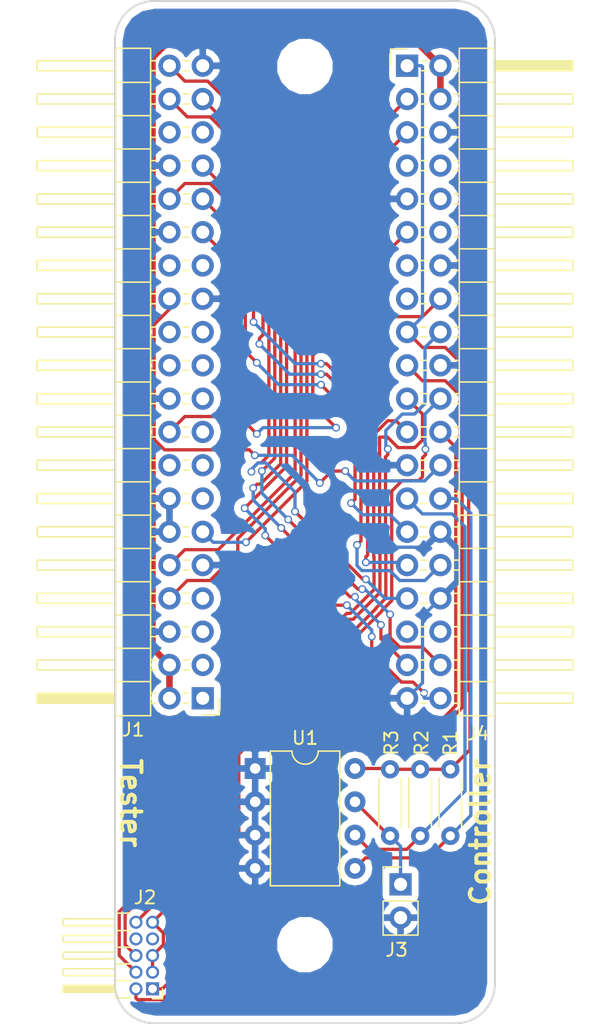
<source format=kicad_pcb>
(kicad_pcb (version 4) (host pcbnew 4.0.7-e2-6376~61~ubuntu18.04.1)

  (general
    (links 55)
    (no_connects 0)
    (area 126.424999 99.924999 155.575001 178.075001)
    (thickness 1.6)
    (drawings 10)
    (tracks 358)
    (zones 0)
    (modules 10)
    (nets 52)
  )

  (page A4)
  (layers
    (0 F.Cu signal)
    (31 B.Cu signal)
    (32 B.Adhes user)
    (33 F.Adhes user)
    (34 B.Paste user)
    (35 F.Paste user)
    (36 B.SilkS user)
    (37 F.SilkS user)
    (38 B.Mask user)
    (39 F.Mask user)
    (40 Dwgs.User user)
    (41 Cmts.User user)
    (42 Eco1.User user)
    (43 Eco2.User user)
    (44 Edge.Cuts user)
    (45 Margin user)
    (46 B.CrtYd user)
    (47 F.CrtYd user)
    (48 B.Fab user)
    (49 F.Fab user)
  )

  (setup
    (last_trace_width 0.5)
    (user_trace_width 0.5)
    (trace_clearance 0.2)
    (zone_clearance 0.508)
    (zone_45_only no)
    (trace_min 0.2)
    (segment_width 0.2)
    (edge_width 0.15)
    (via_size 0.6)
    (via_drill 0.4)
    (via_min_size 0.4)
    (via_min_drill 0.3)
    (uvia_size 0.3)
    (uvia_drill 0.1)
    (uvias_allowed no)
    (uvia_min_size 0.2)
    (uvia_min_drill 0.1)
    (pcb_text_width 0.3)
    (pcb_text_size 1.5 1.5)
    (mod_edge_width 0.15)
    (mod_text_size 1 1)
    (mod_text_width 0.15)
    (pad_size 1.524 1.524)
    (pad_drill 0.762)
    (pad_to_mask_clearance 0.2)
    (aux_axis_origin 0 0)
    (visible_elements FFFFFF7F)
    (pcbplotparams
      (layerselection 0x010f0_80000001)
      (usegerberextensions false)
      (excludeedgelayer true)
      (linewidth 0.100000)
      (plotframeref false)
      (viasonmask false)
      (mode 1)
      (useauxorigin false)
      (hpglpennumber 1)
      (hpglpenspeed 20)
      (hpglpendiameter 15)
      (hpglpenoverlay 2)
      (psnegative false)
      (psa4output false)
      (plotreference true)
      (plotvalue true)
      (plotinvisibletext false)
      (padsonsilk false)
      (subtractmaskfromsilk false)
      (outputformat 1)
      (mirror false)
      (drillshape 0)
      (scaleselection 1)
      (outputdirectory gerber/))
  )

  (net 0 "")
  (net 1 "Net-(J1-Pad1)")
  (net 2 +5V)
  (net 3 "Net-(J1-Pad3)")
  (net 4 "Net-(J1-Pad5)")
  (net 5 GND)
  (net 6 "Net-(J1-Pad7)")
  (net 7 PI_ID_SC)
  (net 8 PI_ID_SD)
  (net 9 PI_POWER_5V)
  (net 10 "Net-(J1-Pad13)")
  (net 11 "Net-(J1-Pad15)")
  (net 12 "Net-(J1-Pad16)")
  (net 13 "Net-(J1-Pad17)")
  (net 14 PI_DUT_ON)
  (net 15 "Net-(J1-Pad19)")
  (net 16 "Net-(J1-Pad21)")
  (net 17 "Net-(J1-Pad22)")
  (net 18 "Net-(J1-Pad23)")
  (net 19 "Net-(J1-Pad24)")
  (net 20 PI_MEASURE_3V3)
  (net 21 "Net-(J1-Pad27)")
  (net 22 "Net-(J1-Pad28)")
  (net 23 PI_MEASURE_LED3)
  (net 24 PI_MEASURE_LED2)
  (net 25 PI_MEASURE_LED1)
  (net 26 PI_MEASURE_LED0)
  (net 27 "Net-(J1-Pad35)")
  (net 28 "Net-(J1-Pad36)")
  (net 29 PI_NEG_GROUND)
  (net 30 PI_UART)
  (net 31 PI_JTAG)
  (net 32 ~PI_CS)
  (net 33 PI_MOSI)
  (net 34 PI_IRQ)
  (net 35 PI_SCLK)
  (net 36 PI_MISO)
  (net 37 "Net-(J2-Pad7)")
  (net 38 "Net-(J2-Pad8)")
  (net 39 ~PI_RST)
  (net 40 "Net-(J3-Pad1)")
  (net 41 +3V3)
  (net 42 "Net-(J4-Pad7)")
  (net 43 "Net-(J4-Pad8)")
  (net 44 "Net-(J4-Pad10)")
  (net 45 "Net-(J4-Pad12)")
  (net 46 "Net-(J4-Pad13)")
  (net 47 "Net-(J4-Pad15)")
  (net 48 "Net-(J4-Pad27)")
  (net 49 "Net-(J4-Pad28)")
  (net 50 "Net-(J4-Pad35)")
  (net 51 "Net-(J4-Pad36)")

  (net_class Default "This is the default net class."
    (clearance 0.2)
    (trace_width 0.25)
    (via_dia 0.6)
    (via_drill 0.4)
    (uvia_dia 0.3)
    (uvia_drill 0.1)
    (add_net +3V3)
    (add_net +5V)
    (add_net GND)
    (add_net "Net-(J1-Pad1)")
    (add_net "Net-(J1-Pad13)")
    (add_net "Net-(J1-Pad15)")
    (add_net "Net-(J1-Pad16)")
    (add_net "Net-(J1-Pad17)")
    (add_net "Net-(J1-Pad19)")
    (add_net "Net-(J1-Pad21)")
    (add_net "Net-(J1-Pad22)")
    (add_net "Net-(J1-Pad23)")
    (add_net "Net-(J1-Pad24)")
    (add_net "Net-(J1-Pad27)")
    (add_net "Net-(J1-Pad28)")
    (add_net "Net-(J1-Pad3)")
    (add_net "Net-(J1-Pad35)")
    (add_net "Net-(J1-Pad36)")
    (add_net "Net-(J1-Pad5)")
    (add_net "Net-(J1-Pad7)")
    (add_net "Net-(J2-Pad7)")
    (add_net "Net-(J2-Pad8)")
    (add_net "Net-(J3-Pad1)")
    (add_net "Net-(J4-Pad10)")
    (add_net "Net-(J4-Pad12)")
    (add_net "Net-(J4-Pad13)")
    (add_net "Net-(J4-Pad15)")
    (add_net "Net-(J4-Pad27)")
    (add_net "Net-(J4-Pad28)")
    (add_net "Net-(J4-Pad35)")
    (add_net "Net-(J4-Pad36)")
    (add_net "Net-(J4-Pad7)")
    (add_net "Net-(J4-Pad8)")
    (add_net PI_DUT_ON)
    (add_net PI_ID_SC)
    (add_net PI_ID_SD)
    (add_net PI_IRQ)
    (add_net PI_JTAG)
    (add_net PI_MEASURE_3V3)
    (add_net PI_MEASURE_LED0)
    (add_net PI_MEASURE_LED1)
    (add_net PI_MEASURE_LED2)
    (add_net PI_MEASURE_LED3)
    (add_net PI_MISO)
    (add_net PI_MOSI)
    (add_net PI_NEG_GROUND)
    (add_net PI_POWER_5V)
    (add_net PI_SCLK)
    (add_net PI_UART)
    (add_net ~PI_CS)
    (add_net ~PI_RST)
  )

  (module Mounting_Holes:MountingHole_3.2mm_M3 (layer F.Cu) (tedit 5D80CFD0) (tstamp 5D80CF83)
    (at 141 172)
    (descr "Mounting Hole 3.2mm, no annular, M3")
    (tags "mounting hole 3.2mm no annular m3")
    (attr virtual)
    (fp_text reference REF** (at 0 -4.2) (layer F.SilkS) hide
      (effects (font (size 1 1) (thickness 0.15)))
    )
    (fp_text value MountingHole_3.2mm_M3 (at 0 4.2) (layer F.Fab)
      (effects (font (size 1 1) (thickness 0.15)))
    )
    (fp_text user %R (at 0.3 0) (layer F.Fab)
      (effects (font (size 1 1) (thickness 0.15)))
    )
    (fp_circle (center 0 0) (end 3.2 0) (layer Cmts.User) (width 0.15))
    (fp_circle (center 0 0) (end 3.45 0) (layer F.CrtYd) (width 0.05))
    (pad 1 np_thru_hole circle (at 0 0) (size 3.2 3.2) (drill 3.2) (layers *.Cu *.Mask))
  )

  (module Pin_Headers:Pin_Header_Angled_2x20_Pitch2.54mm (layer F.Cu) (tedit 59650533) (tstamp 5D80C975)
    (at 133.2 153.2 180)
    (descr "Through hole angled pin header, 2x20, 2.54mm pitch, 6mm pin length, double rows")
    (tags "Through hole angled pin header THT 2x20 2.54mm double row")
    (path /5D77B89F)
    (fp_text reference J1 (at 5.3 -2.4 180) (layer F.SilkS)
      (effects (font (size 1 1) (thickness 0.15)))
    )
    (fp_text value Conn_02x20_Odd_Even (at 5.655 50.53 180) (layer F.Fab)
      (effects (font (size 1 1) (thickness 0.15)))
    )
    (fp_line (start 4.675 -1.27) (end 6.58 -1.27) (layer F.Fab) (width 0.1))
    (fp_line (start 6.58 -1.27) (end 6.58 49.53) (layer F.Fab) (width 0.1))
    (fp_line (start 6.58 49.53) (end 4.04 49.53) (layer F.Fab) (width 0.1))
    (fp_line (start 4.04 49.53) (end 4.04 -0.635) (layer F.Fab) (width 0.1))
    (fp_line (start 4.04 -0.635) (end 4.675 -1.27) (layer F.Fab) (width 0.1))
    (fp_line (start -0.32 -0.32) (end 4.04 -0.32) (layer F.Fab) (width 0.1))
    (fp_line (start -0.32 -0.32) (end -0.32 0.32) (layer F.Fab) (width 0.1))
    (fp_line (start -0.32 0.32) (end 4.04 0.32) (layer F.Fab) (width 0.1))
    (fp_line (start 6.58 -0.32) (end 12.58 -0.32) (layer F.Fab) (width 0.1))
    (fp_line (start 12.58 -0.32) (end 12.58 0.32) (layer F.Fab) (width 0.1))
    (fp_line (start 6.58 0.32) (end 12.58 0.32) (layer F.Fab) (width 0.1))
    (fp_line (start -0.32 2.22) (end 4.04 2.22) (layer F.Fab) (width 0.1))
    (fp_line (start -0.32 2.22) (end -0.32 2.86) (layer F.Fab) (width 0.1))
    (fp_line (start -0.32 2.86) (end 4.04 2.86) (layer F.Fab) (width 0.1))
    (fp_line (start 6.58 2.22) (end 12.58 2.22) (layer F.Fab) (width 0.1))
    (fp_line (start 12.58 2.22) (end 12.58 2.86) (layer F.Fab) (width 0.1))
    (fp_line (start 6.58 2.86) (end 12.58 2.86) (layer F.Fab) (width 0.1))
    (fp_line (start -0.32 4.76) (end 4.04 4.76) (layer F.Fab) (width 0.1))
    (fp_line (start -0.32 4.76) (end -0.32 5.4) (layer F.Fab) (width 0.1))
    (fp_line (start -0.32 5.4) (end 4.04 5.4) (layer F.Fab) (width 0.1))
    (fp_line (start 6.58 4.76) (end 12.58 4.76) (layer F.Fab) (width 0.1))
    (fp_line (start 12.58 4.76) (end 12.58 5.4) (layer F.Fab) (width 0.1))
    (fp_line (start 6.58 5.4) (end 12.58 5.4) (layer F.Fab) (width 0.1))
    (fp_line (start -0.32 7.3) (end 4.04 7.3) (layer F.Fab) (width 0.1))
    (fp_line (start -0.32 7.3) (end -0.32 7.94) (layer F.Fab) (width 0.1))
    (fp_line (start -0.32 7.94) (end 4.04 7.94) (layer F.Fab) (width 0.1))
    (fp_line (start 6.58 7.3) (end 12.58 7.3) (layer F.Fab) (width 0.1))
    (fp_line (start 12.58 7.3) (end 12.58 7.94) (layer F.Fab) (width 0.1))
    (fp_line (start 6.58 7.94) (end 12.58 7.94) (layer F.Fab) (width 0.1))
    (fp_line (start -0.32 9.84) (end 4.04 9.84) (layer F.Fab) (width 0.1))
    (fp_line (start -0.32 9.84) (end -0.32 10.48) (layer F.Fab) (width 0.1))
    (fp_line (start -0.32 10.48) (end 4.04 10.48) (layer F.Fab) (width 0.1))
    (fp_line (start 6.58 9.84) (end 12.58 9.84) (layer F.Fab) (width 0.1))
    (fp_line (start 12.58 9.84) (end 12.58 10.48) (layer F.Fab) (width 0.1))
    (fp_line (start 6.58 10.48) (end 12.58 10.48) (layer F.Fab) (width 0.1))
    (fp_line (start -0.32 12.38) (end 4.04 12.38) (layer F.Fab) (width 0.1))
    (fp_line (start -0.32 12.38) (end -0.32 13.02) (layer F.Fab) (width 0.1))
    (fp_line (start -0.32 13.02) (end 4.04 13.02) (layer F.Fab) (width 0.1))
    (fp_line (start 6.58 12.38) (end 12.58 12.38) (layer F.Fab) (width 0.1))
    (fp_line (start 12.58 12.38) (end 12.58 13.02) (layer F.Fab) (width 0.1))
    (fp_line (start 6.58 13.02) (end 12.58 13.02) (layer F.Fab) (width 0.1))
    (fp_line (start -0.32 14.92) (end 4.04 14.92) (layer F.Fab) (width 0.1))
    (fp_line (start -0.32 14.92) (end -0.32 15.56) (layer F.Fab) (width 0.1))
    (fp_line (start -0.32 15.56) (end 4.04 15.56) (layer F.Fab) (width 0.1))
    (fp_line (start 6.58 14.92) (end 12.58 14.92) (layer F.Fab) (width 0.1))
    (fp_line (start 12.58 14.92) (end 12.58 15.56) (layer F.Fab) (width 0.1))
    (fp_line (start 6.58 15.56) (end 12.58 15.56) (layer F.Fab) (width 0.1))
    (fp_line (start -0.32 17.46) (end 4.04 17.46) (layer F.Fab) (width 0.1))
    (fp_line (start -0.32 17.46) (end -0.32 18.1) (layer F.Fab) (width 0.1))
    (fp_line (start -0.32 18.1) (end 4.04 18.1) (layer F.Fab) (width 0.1))
    (fp_line (start 6.58 17.46) (end 12.58 17.46) (layer F.Fab) (width 0.1))
    (fp_line (start 12.58 17.46) (end 12.58 18.1) (layer F.Fab) (width 0.1))
    (fp_line (start 6.58 18.1) (end 12.58 18.1) (layer F.Fab) (width 0.1))
    (fp_line (start -0.32 20) (end 4.04 20) (layer F.Fab) (width 0.1))
    (fp_line (start -0.32 20) (end -0.32 20.64) (layer F.Fab) (width 0.1))
    (fp_line (start -0.32 20.64) (end 4.04 20.64) (layer F.Fab) (width 0.1))
    (fp_line (start 6.58 20) (end 12.58 20) (layer F.Fab) (width 0.1))
    (fp_line (start 12.58 20) (end 12.58 20.64) (layer F.Fab) (width 0.1))
    (fp_line (start 6.58 20.64) (end 12.58 20.64) (layer F.Fab) (width 0.1))
    (fp_line (start -0.32 22.54) (end 4.04 22.54) (layer F.Fab) (width 0.1))
    (fp_line (start -0.32 22.54) (end -0.32 23.18) (layer F.Fab) (width 0.1))
    (fp_line (start -0.32 23.18) (end 4.04 23.18) (layer F.Fab) (width 0.1))
    (fp_line (start 6.58 22.54) (end 12.58 22.54) (layer F.Fab) (width 0.1))
    (fp_line (start 12.58 22.54) (end 12.58 23.18) (layer F.Fab) (width 0.1))
    (fp_line (start 6.58 23.18) (end 12.58 23.18) (layer F.Fab) (width 0.1))
    (fp_line (start -0.32 25.08) (end 4.04 25.08) (layer F.Fab) (width 0.1))
    (fp_line (start -0.32 25.08) (end -0.32 25.72) (layer F.Fab) (width 0.1))
    (fp_line (start -0.32 25.72) (end 4.04 25.72) (layer F.Fab) (width 0.1))
    (fp_line (start 6.58 25.08) (end 12.58 25.08) (layer F.Fab) (width 0.1))
    (fp_line (start 12.58 25.08) (end 12.58 25.72) (layer F.Fab) (width 0.1))
    (fp_line (start 6.58 25.72) (end 12.58 25.72) (layer F.Fab) (width 0.1))
    (fp_line (start -0.32 27.62) (end 4.04 27.62) (layer F.Fab) (width 0.1))
    (fp_line (start -0.32 27.62) (end -0.32 28.26) (layer F.Fab) (width 0.1))
    (fp_line (start -0.32 28.26) (end 4.04 28.26) (layer F.Fab) (width 0.1))
    (fp_line (start 6.58 27.62) (end 12.58 27.62) (layer F.Fab) (width 0.1))
    (fp_line (start 12.58 27.62) (end 12.58 28.26) (layer F.Fab) (width 0.1))
    (fp_line (start 6.58 28.26) (end 12.58 28.26) (layer F.Fab) (width 0.1))
    (fp_line (start -0.32 30.16) (end 4.04 30.16) (layer F.Fab) (width 0.1))
    (fp_line (start -0.32 30.16) (end -0.32 30.8) (layer F.Fab) (width 0.1))
    (fp_line (start -0.32 30.8) (end 4.04 30.8) (layer F.Fab) (width 0.1))
    (fp_line (start 6.58 30.16) (end 12.58 30.16) (layer F.Fab) (width 0.1))
    (fp_line (start 12.58 30.16) (end 12.58 30.8) (layer F.Fab) (width 0.1))
    (fp_line (start 6.58 30.8) (end 12.58 30.8) (layer F.Fab) (width 0.1))
    (fp_line (start -0.32 32.7) (end 4.04 32.7) (layer F.Fab) (width 0.1))
    (fp_line (start -0.32 32.7) (end -0.32 33.34) (layer F.Fab) (width 0.1))
    (fp_line (start -0.32 33.34) (end 4.04 33.34) (layer F.Fab) (width 0.1))
    (fp_line (start 6.58 32.7) (end 12.58 32.7) (layer F.Fab) (width 0.1))
    (fp_line (start 12.58 32.7) (end 12.58 33.34) (layer F.Fab) (width 0.1))
    (fp_line (start 6.58 33.34) (end 12.58 33.34) (layer F.Fab) (width 0.1))
    (fp_line (start -0.32 35.24) (end 4.04 35.24) (layer F.Fab) (width 0.1))
    (fp_line (start -0.32 35.24) (end -0.32 35.88) (layer F.Fab) (width 0.1))
    (fp_line (start -0.32 35.88) (end 4.04 35.88) (layer F.Fab) (width 0.1))
    (fp_line (start 6.58 35.24) (end 12.58 35.24) (layer F.Fab) (width 0.1))
    (fp_line (start 12.58 35.24) (end 12.58 35.88) (layer F.Fab) (width 0.1))
    (fp_line (start 6.58 35.88) (end 12.58 35.88) (layer F.Fab) (width 0.1))
    (fp_line (start -0.32 37.78) (end 4.04 37.78) (layer F.Fab) (width 0.1))
    (fp_line (start -0.32 37.78) (end -0.32 38.42) (layer F.Fab) (width 0.1))
    (fp_line (start -0.32 38.42) (end 4.04 38.42) (layer F.Fab) (width 0.1))
    (fp_line (start 6.58 37.78) (end 12.58 37.78) (layer F.Fab) (width 0.1))
    (fp_line (start 12.58 37.78) (end 12.58 38.42) (layer F.Fab) (width 0.1))
    (fp_line (start 6.58 38.42) (end 12.58 38.42) (layer F.Fab) (width 0.1))
    (fp_line (start -0.32 40.32) (end 4.04 40.32) (layer F.Fab) (width 0.1))
    (fp_line (start -0.32 40.32) (end -0.32 40.96) (layer F.Fab) (width 0.1))
    (fp_line (start -0.32 40.96) (end 4.04 40.96) (layer F.Fab) (width 0.1))
    (fp_line (start 6.58 40.32) (end 12.58 40.32) (layer F.Fab) (width 0.1))
    (fp_line (start 12.58 40.32) (end 12.58 40.96) (layer F.Fab) (width 0.1))
    (fp_line (start 6.58 40.96) (end 12.58 40.96) (layer F.Fab) (width 0.1))
    (fp_line (start -0.32 42.86) (end 4.04 42.86) (layer F.Fab) (width 0.1))
    (fp_line (start -0.32 42.86) (end -0.32 43.5) (layer F.Fab) (width 0.1))
    (fp_line (start -0.32 43.5) (end 4.04 43.5) (layer F.Fab) (width 0.1))
    (fp_line (start 6.58 42.86) (end 12.58 42.86) (layer F.Fab) (width 0.1))
    (fp_line (start 12.58 42.86) (end 12.58 43.5) (layer F.Fab) (width 0.1))
    (fp_line (start 6.58 43.5) (end 12.58 43.5) (layer F.Fab) (width 0.1))
    (fp_line (start -0.32 45.4) (end 4.04 45.4) (layer F.Fab) (width 0.1))
    (fp_line (start -0.32 45.4) (end -0.32 46.04) (layer F.Fab) (width 0.1))
    (fp_line (start -0.32 46.04) (end 4.04 46.04) (layer F.Fab) (width 0.1))
    (fp_line (start 6.58 45.4) (end 12.58 45.4) (layer F.Fab) (width 0.1))
    (fp_line (start 12.58 45.4) (end 12.58 46.04) (layer F.Fab) (width 0.1))
    (fp_line (start 6.58 46.04) (end 12.58 46.04) (layer F.Fab) (width 0.1))
    (fp_line (start -0.32 47.94) (end 4.04 47.94) (layer F.Fab) (width 0.1))
    (fp_line (start -0.32 47.94) (end -0.32 48.58) (layer F.Fab) (width 0.1))
    (fp_line (start -0.32 48.58) (end 4.04 48.58) (layer F.Fab) (width 0.1))
    (fp_line (start 6.58 47.94) (end 12.58 47.94) (layer F.Fab) (width 0.1))
    (fp_line (start 12.58 47.94) (end 12.58 48.58) (layer F.Fab) (width 0.1))
    (fp_line (start 6.58 48.58) (end 12.58 48.58) (layer F.Fab) (width 0.1))
    (fp_line (start 3.98 -1.33) (end 3.98 49.59) (layer F.SilkS) (width 0.12))
    (fp_line (start 3.98 49.59) (end 6.64 49.59) (layer F.SilkS) (width 0.12))
    (fp_line (start 6.64 49.59) (end 6.64 -1.33) (layer F.SilkS) (width 0.12))
    (fp_line (start 6.64 -1.33) (end 3.98 -1.33) (layer F.SilkS) (width 0.12))
    (fp_line (start 6.64 -0.38) (end 12.64 -0.38) (layer F.SilkS) (width 0.12))
    (fp_line (start 12.64 -0.38) (end 12.64 0.38) (layer F.SilkS) (width 0.12))
    (fp_line (start 12.64 0.38) (end 6.64 0.38) (layer F.SilkS) (width 0.12))
    (fp_line (start 6.64 -0.32) (end 12.64 -0.32) (layer F.SilkS) (width 0.12))
    (fp_line (start 6.64 -0.2) (end 12.64 -0.2) (layer F.SilkS) (width 0.12))
    (fp_line (start 6.64 -0.08) (end 12.64 -0.08) (layer F.SilkS) (width 0.12))
    (fp_line (start 6.64 0.04) (end 12.64 0.04) (layer F.SilkS) (width 0.12))
    (fp_line (start 6.64 0.16) (end 12.64 0.16) (layer F.SilkS) (width 0.12))
    (fp_line (start 6.64 0.28) (end 12.64 0.28) (layer F.SilkS) (width 0.12))
    (fp_line (start 3.582929 -0.38) (end 3.98 -0.38) (layer F.SilkS) (width 0.12))
    (fp_line (start 3.582929 0.38) (end 3.98 0.38) (layer F.SilkS) (width 0.12))
    (fp_line (start 1.11 -0.38) (end 1.497071 -0.38) (layer F.SilkS) (width 0.12))
    (fp_line (start 1.11 0.38) (end 1.497071 0.38) (layer F.SilkS) (width 0.12))
    (fp_line (start 3.98 1.27) (end 6.64 1.27) (layer F.SilkS) (width 0.12))
    (fp_line (start 6.64 2.16) (end 12.64 2.16) (layer F.SilkS) (width 0.12))
    (fp_line (start 12.64 2.16) (end 12.64 2.92) (layer F.SilkS) (width 0.12))
    (fp_line (start 12.64 2.92) (end 6.64 2.92) (layer F.SilkS) (width 0.12))
    (fp_line (start 3.582929 2.16) (end 3.98 2.16) (layer F.SilkS) (width 0.12))
    (fp_line (start 3.582929 2.92) (end 3.98 2.92) (layer F.SilkS) (width 0.12))
    (fp_line (start 1.042929 2.16) (end 1.497071 2.16) (layer F.SilkS) (width 0.12))
    (fp_line (start 1.042929 2.92) (end 1.497071 2.92) (layer F.SilkS) (width 0.12))
    (fp_line (start 3.98 3.81) (end 6.64 3.81) (layer F.SilkS) (width 0.12))
    (fp_line (start 6.64 4.7) (end 12.64 4.7) (layer F.SilkS) (width 0.12))
    (fp_line (start 12.64 4.7) (end 12.64 5.46) (layer F.SilkS) (width 0.12))
    (fp_line (start 12.64 5.46) (end 6.64 5.46) (layer F.SilkS) (width 0.12))
    (fp_line (start 3.582929 4.7) (end 3.98 4.7) (layer F.SilkS) (width 0.12))
    (fp_line (start 3.582929 5.46) (end 3.98 5.46) (layer F.SilkS) (width 0.12))
    (fp_line (start 1.042929 4.7) (end 1.497071 4.7) (layer F.SilkS) (width 0.12))
    (fp_line (start 1.042929 5.46) (end 1.497071 5.46) (layer F.SilkS) (width 0.12))
    (fp_line (start 3.98 6.35) (end 6.64 6.35) (layer F.SilkS) (width 0.12))
    (fp_line (start 6.64 7.24) (end 12.64 7.24) (layer F.SilkS) (width 0.12))
    (fp_line (start 12.64 7.24) (end 12.64 8) (layer F.SilkS) (width 0.12))
    (fp_line (start 12.64 8) (end 6.64 8) (layer F.SilkS) (width 0.12))
    (fp_line (start 3.582929 7.24) (end 3.98 7.24) (layer F.SilkS) (width 0.12))
    (fp_line (start 3.582929 8) (end 3.98 8) (layer F.SilkS) (width 0.12))
    (fp_line (start 1.042929 7.24) (end 1.497071 7.24) (layer F.SilkS) (width 0.12))
    (fp_line (start 1.042929 8) (end 1.497071 8) (layer F.SilkS) (width 0.12))
    (fp_line (start 3.98 8.89) (end 6.64 8.89) (layer F.SilkS) (width 0.12))
    (fp_line (start 6.64 9.78) (end 12.64 9.78) (layer F.SilkS) (width 0.12))
    (fp_line (start 12.64 9.78) (end 12.64 10.54) (layer F.SilkS) (width 0.12))
    (fp_line (start 12.64 10.54) (end 6.64 10.54) (layer F.SilkS) (width 0.12))
    (fp_line (start 3.582929 9.78) (end 3.98 9.78) (layer F.SilkS) (width 0.12))
    (fp_line (start 3.582929 10.54) (end 3.98 10.54) (layer F.SilkS) (width 0.12))
    (fp_line (start 1.042929 9.78) (end 1.497071 9.78) (layer F.SilkS) (width 0.12))
    (fp_line (start 1.042929 10.54) (end 1.497071 10.54) (layer F.SilkS) (width 0.12))
    (fp_line (start 3.98 11.43) (end 6.64 11.43) (layer F.SilkS) (width 0.12))
    (fp_line (start 6.64 12.32) (end 12.64 12.32) (layer F.SilkS) (width 0.12))
    (fp_line (start 12.64 12.32) (end 12.64 13.08) (layer F.SilkS) (width 0.12))
    (fp_line (start 12.64 13.08) (end 6.64 13.08) (layer F.SilkS) (width 0.12))
    (fp_line (start 3.582929 12.32) (end 3.98 12.32) (layer F.SilkS) (width 0.12))
    (fp_line (start 3.582929 13.08) (end 3.98 13.08) (layer F.SilkS) (width 0.12))
    (fp_line (start 1.042929 12.32) (end 1.497071 12.32) (layer F.SilkS) (width 0.12))
    (fp_line (start 1.042929 13.08) (end 1.497071 13.08) (layer F.SilkS) (width 0.12))
    (fp_line (start 3.98 13.97) (end 6.64 13.97) (layer F.SilkS) (width 0.12))
    (fp_line (start 6.64 14.86) (end 12.64 14.86) (layer F.SilkS) (width 0.12))
    (fp_line (start 12.64 14.86) (end 12.64 15.62) (layer F.SilkS) (width 0.12))
    (fp_line (start 12.64 15.62) (end 6.64 15.62) (layer F.SilkS) (width 0.12))
    (fp_line (start 3.582929 14.86) (end 3.98 14.86) (layer F.SilkS) (width 0.12))
    (fp_line (start 3.582929 15.62) (end 3.98 15.62) (layer F.SilkS) (width 0.12))
    (fp_line (start 1.042929 14.86) (end 1.497071 14.86) (layer F.SilkS) (width 0.12))
    (fp_line (start 1.042929 15.62) (end 1.497071 15.62) (layer F.SilkS) (width 0.12))
    (fp_line (start 3.98 16.51) (end 6.64 16.51) (layer F.SilkS) (width 0.12))
    (fp_line (start 6.64 17.4) (end 12.64 17.4) (layer F.SilkS) (width 0.12))
    (fp_line (start 12.64 17.4) (end 12.64 18.16) (layer F.SilkS) (width 0.12))
    (fp_line (start 12.64 18.16) (end 6.64 18.16) (layer F.SilkS) (width 0.12))
    (fp_line (start 3.582929 17.4) (end 3.98 17.4) (layer F.SilkS) (width 0.12))
    (fp_line (start 3.582929 18.16) (end 3.98 18.16) (layer F.SilkS) (width 0.12))
    (fp_line (start 1.042929 17.4) (end 1.497071 17.4) (layer F.SilkS) (width 0.12))
    (fp_line (start 1.042929 18.16) (end 1.497071 18.16) (layer F.SilkS) (width 0.12))
    (fp_line (start 3.98 19.05) (end 6.64 19.05) (layer F.SilkS) (width 0.12))
    (fp_line (start 6.64 19.94) (end 12.64 19.94) (layer F.SilkS) (width 0.12))
    (fp_line (start 12.64 19.94) (end 12.64 20.7) (layer F.SilkS) (width 0.12))
    (fp_line (start 12.64 20.7) (end 6.64 20.7) (layer F.SilkS) (width 0.12))
    (fp_line (start 3.582929 19.94) (end 3.98 19.94) (layer F.SilkS) (width 0.12))
    (fp_line (start 3.582929 20.7) (end 3.98 20.7) (layer F.SilkS) (width 0.12))
    (fp_line (start 1.042929 19.94) (end 1.497071 19.94) (layer F.SilkS) (width 0.12))
    (fp_line (start 1.042929 20.7) (end 1.497071 20.7) (layer F.SilkS) (width 0.12))
    (fp_line (start 3.98 21.59) (end 6.64 21.59) (layer F.SilkS) (width 0.12))
    (fp_line (start 6.64 22.48) (end 12.64 22.48) (layer F.SilkS) (width 0.12))
    (fp_line (start 12.64 22.48) (end 12.64 23.24) (layer F.SilkS) (width 0.12))
    (fp_line (start 12.64 23.24) (end 6.64 23.24) (layer F.SilkS) (width 0.12))
    (fp_line (start 3.582929 22.48) (end 3.98 22.48) (layer F.SilkS) (width 0.12))
    (fp_line (start 3.582929 23.24) (end 3.98 23.24) (layer F.SilkS) (width 0.12))
    (fp_line (start 1.042929 22.48) (end 1.497071 22.48) (layer F.SilkS) (width 0.12))
    (fp_line (start 1.042929 23.24) (end 1.497071 23.24) (layer F.SilkS) (width 0.12))
    (fp_line (start 3.98 24.13) (end 6.64 24.13) (layer F.SilkS) (width 0.12))
    (fp_line (start 6.64 25.02) (end 12.64 25.02) (layer F.SilkS) (width 0.12))
    (fp_line (start 12.64 25.02) (end 12.64 25.78) (layer F.SilkS) (width 0.12))
    (fp_line (start 12.64 25.78) (end 6.64 25.78) (layer F.SilkS) (width 0.12))
    (fp_line (start 3.582929 25.02) (end 3.98 25.02) (layer F.SilkS) (width 0.12))
    (fp_line (start 3.582929 25.78) (end 3.98 25.78) (layer F.SilkS) (width 0.12))
    (fp_line (start 1.042929 25.02) (end 1.497071 25.02) (layer F.SilkS) (width 0.12))
    (fp_line (start 1.042929 25.78) (end 1.497071 25.78) (layer F.SilkS) (width 0.12))
    (fp_line (start 3.98 26.67) (end 6.64 26.67) (layer F.SilkS) (width 0.12))
    (fp_line (start 6.64 27.56) (end 12.64 27.56) (layer F.SilkS) (width 0.12))
    (fp_line (start 12.64 27.56) (end 12.64 28.32) (layer F.SilkS) (width 0.12))
    (fp_line (start 12.64 28.32) (end 6.64 28.32) (layer F.SilkS) (width 0.12))
    (fp_line (start 3.582929 27.56) (end 3.98 27.56) (layer F.SilkS) (width 0.12))
    (fp_line (start 3.582929 28.32) (end 3.98 28.32) (layer F.SilkS) (width 0.12))
    (fp_line (start 1.042929 27.56) (end 1.497071 27.56) (layer F.SilkS) (width 0.12))
    (fp_line (start 1.042929 28.32) (end 1.497071 28.32) (layer F.SilkS) (width 0.12))
    (fp_line (start 3.98 29.21) (end 6.64 29.21) (layer F.SilkS) (width 0.12))
    (fp_line (start 6.64 30.1) (end 12.64 30.1) (layer F.SilkS) (width 0.12))
    (fp_line (start 12.64 30.1) (end 12.64 30.86) (layer F.SilkS) (width 0.12))
    (fp_line (start 12.64 30.86) (end 6.64 30.86) (layer F.SilkS) (width 0.12))
    (fp_line (start 3.582929 30.1) (end 3.98 30.1) (layer F.SilkS) (width 0.12))
    (fp_line (start 3.582929 30.86) (end 3.98 30.86) (layer F.SilkS) (width 0.12))
    (fp_line (start 1.042929 30.1) (end 1.497071 30.1) (layer F.SilkS) (width 0.12))
    (fp_line (start 1.042929 30.86) (end 1.497071 30.86) (layer F.SilkS) (width 0.12))
    (fp_line (start 3.98 31.75) (end 6.64 31.75) (layer F.SilkS) (width 0.12))
    (fp_line (start 6.64 32.64) (end 12.64 32.64) (layer F.SilkS) (width 0.12))
    (fp_line (start 12.64 32.64) (end 12.64 33.4) (layer F.SilkS) (width 0.12))
    (fp_line (start 12.64 33.4) (end 6.64 33.4) (layer F.SilkS) (width 0.12))
    (fp_line (start 3.582929 32.64) (end 3.98 32.64) (layer F.SilkS) (width 0.12))
    (fp_line (start 3.582929 33.4) (end 3.98 33.4) (layer F.SilkS) (width 0.12))
    (fp_line (start 1.042929 32.64) (end 1.497071 32.64) (layer F.SilkS) (width 0.12))
    (fp_line (start 1.042929 33.4) (end 1.497071 33.4) (layer F.SilkS) (width 0.12))
    (fp_line (start 3.98 34.29) (end 6.64 34.29) (layer F.SilkS) (width 0.12))
    (fp_line (start 6.64 35.18) (end 12.64 35.18) (layer F.SilkS) (width 0.12))
    (fp_line (start 12.64 35.18) (end 12.64 35.94) (layer F.SilkS) (width 0.12))
    (fp_line (start 12.64 35.94) (end 6.64 35.94) (layer F.SilkS) (width 0.12))
    (fp_line (start 3.582929 35.18) (end 3.98 35.18) (layer F.SilkS) (width 0.12))
    (fp_line (start 3.582929 35.94) (end 3.98 35.94) (layer F.SilkS) (width 0.12))
    (fp_line (start 1.042929 35.18) (end 1.497071 35.18) (layer F.SilkS) (width 0.12))
    (fp_line (start 1.042929 35.94) (end 1.497071 35.94) (layer F.SilkS) (width 0.12))
    (fp_line (start 3.98 36.83) (end 6.64 36.83) (layer F.SilkS) (width 0.12))
    (fp_line (start 6.64 37.72) (end 12.64 37.72) (layer F.SilkS) (width 0.12))
    (fp_line (start 12.64 37.72) (end 12.64 38.48) (layer F.SilkS) (width 0.12))
    (fp_line (start 12.64 38.48) (end 6.64 38.48) (layer F.SilkS) (width 0.12))
    (fp_line (start 3.582929 37.72) (end 3.98 37.72) (layer F.SilkS) (width 0.12))
    (fp_line (start 3.582929 38.48) (end 3.98 38.48) (layer F.SilkS) (width 0.12))
    (fp_line (start 1.042929 37.72) (end 1.497071 37.72) (layer F.SilkS) (width 0.12))
    (fp_line (start 1.042929 38.48) (end 1.497071 38.48) (layer F.SilkS) (width 0.12))
    (fp_line (start 3.98 39.37) (end 6.64 39.37) (layer F.SilkS) (width 0.12))
    (fp_line (start 6.64 40.26) (end 12.64 40.26) (layer F.SilkS) (width 0.12))
    (fp_line (start 12.64 40.26) (end 12.64 41.02) (layer F.SilkS) (width 0.12))
    (fp_line (start 12.64 41.02) (end 6.64 41.02) (layer F.SilkS) (width 0.12))
    (fp_line (start 3.582929 40.26) (end 3.98 40.26) (layer F.SilkS) (width 0.12))
    (fp_line (start 3.582929 41.02) (end 3.98 41.02) (layer F.SilkS) (width 0.12))
    (fp_line (start 1.042929 40.26) (end 1.497071 40.26) (layer F.SilkS) (width 0.12))
    (fp_line (start 1.042929 41.02) (end 1.497071 41.02) (layer F.SilkS) (width 0.12))
    (fp_line (start 3.98 41.91) (end 6.64 41.91) (layer F.SilkS) (width 0.12))
    (fp_line (start 6.64 42.8) (end 12.64 42.8) (layer F.SilkS) (width 0.12))
    (fp_line (start 12.64 42.8) (end 12.64 43.56) (layer F.SilkS) (width 0.12))
    (fp_line (start 12.64 43.56) (end 6.64 43.56) (layer F.SilkS) (width 0.12))
    (fp_line (start 3.582929 42.8) (end 3.98 42.8) (layer F.SilkS) (width 0.12))
    (fp_line (start 3.582929 43.56) (end 3.98 43.56) (layer F.SilkS) (width 0.12))
    (fp_line (start 1.042929 42.8) (end 1.497071 42.8) (layer F.SilkS) (width 0.12))
    (fp_line (start 1.042929 43.56) (end 1.497071 43.56) (layer F.SilkS) (width 0.12))
    (fp_line (start 3.98 44.45) (end 6.64 44.45) (layer F.SilkS) (width 0.12))
    (fp_line (start 6.64 45.34) (end 12.64 45.34) (layer F.SilkS) (width 0.12))
    (fp_line (start 12.64 45.34) (end 12.64 46.1) (layer F.SilkS) (width 0.12))
    (fp_line (start 12.64 46.1) (end 6.64 46.1) (layer F.SilkS) (width 0.12))
    (fp_line (start 3.582929 45.34) (end 3.98 45.34) (layer F.SilkS) (width 0.12))
    (fp_line (start 3.582929 46.1) (end 3.98 46.1) (layer F.SilkS) (width 0.12))
    (fp_line (start 1.042929 45.34) (end 1.497071 45.34) (layer F.SilkS) (width 0.12))
    (fp_line (start 1.042929 46.1) (end 1.497071 46.1) (layer F.SilkS) (width 0.12))
    (fp_line (start 3.98 46.99) (end 6.64 46.99) (layer F.SilkS) (width 0.12))
    (fp_line (start 6.64 47.88) (end 12.64 47.88) (layer F.SilkS) (width 0.12))
    (fp_line (start 12.64 47.88) (end 12.64 48.64) (layer F.SilkS) (width 0.12))
    (fp_line (start 12.64 48.64) (end 6.64 48.64) (layer F.SilkS) (width 0.12))
    (fp_line (start 3.582929 47.88) (end 3.98 47.88) (layer F.SilkS) (width 0.12))
    (fp_line (start 3.582929 48.64) (end 3.98 48.64) (layer F.SilkS) (width 0.12))
    (fp_line (start 1.042929 47.88) (end 1.497071 47.88) (layer F.SilkS) (width 0.12))
    (fp_line (start 1.042929 48.64) (end 1.497071 48.64) (layer F.SilkS) (width 0.12))
    (fp_line (start -1.27 0) (end -1.27 -1.27) (layer F.SilkS) (width 0.12))
    (fp_line (start -1.27 -1.27) (end 0 -1.27) (layer F.SilkS) (width 0.12))
    (fp_line (start -1.8 -1.8) (end -1.8 50.05) (layer F.CrtYd) (width 0.05))
    (fp_line (start -1.8 50.05) (end 13.1 50.05) (layer F.CrtYd) (width 0.05))
    (fp_line (start 13.1 50.05) (end 13.1 -1.8) (layer F.CrtYd) (width 0.05))
    (fp_line (start 13.1 -1.8) (end -1.8 -1.8) (layer F.CrtYd) (width 0.05))
    (fp_text user %R (at 5.31 24.13 270) (layer F.Fab)
      (effects (font (size 1 1) (thickness 0.15)))
    )
    (pad 1 thru_hole rect (at 0 0 180) (size 1.7 1.7) (drill 1) (layers *.Cu *.Mask)
      (net 1 "Net-(J1-Pad1)"))
    (pad 2 thru_hole oval (at 2.54 0 180) (size 1.7 1.7) (drill 1) (layers *.Cu *.Mask)
      (net 2 +5V))
    (pad 3 thru_hole oval (at 0 2.54 180) (size 1.7 1.7) (drill 1) (layers *.Cu *.Mask)
      (net 3 "Net-(J1-Pad3)"))
    (pad 4 thru_hole oval (at 2.54 2.54 180) (size 1.7 1.7) (drill 1) (layers *.Cu *.Mask)
      (net 2 +5V))
    (pad 5 thru_hole oval (at 0 5.08 180) (size 1.7 1.7) (drill 1) (layers *.Cu *.Mask)
      (net 4 "Net-(J1-Pad5)"))
    (pad 6 thru_hole oval (at 2.54 5.08 180) (size 1.7 1.7) (drill 1) (layers *.Cu *.Mask)
      (net 5 GND))
    (pad 7 thru_hole oval (at 0 7.62 180) (size 1.7 1.7) (drill 1) (layers *.Cu *.Mask)
      (net 6 "Net-(J1-Pad7)"))
    (pad 8 thru_hole oval (at 2.54 7.62 180) (size 1.7 1.7) (drill 1) (layers *.Cu *.Mask)
      (net 7 PI_ID_SC))
    (pad 9 thru_hole oval (at 0 10.16 180) (size 1.7 1.7) (drill 1) (layers *.Cu *.Mask)
      (net 5 GND))
    (pad 10 thru_hole oval (at 2.54 10.16 180) (size 1.7 1.7) (drill 1) (layers *.Cu *.Mask)
      (net 8 PI_ID_SD))
    (pad 11 thru_hole oval (at 0 12.7 180) (size 1.7 1.7) (drill 1) (layers *.Cu *.Mask)
      (net 9 PI_POWER_5V))
    (pad 12 thru_hole oval (at 2.54 12.7 180) (size 1.7 1.7) (drill 1) (layers *.Cu *.Mask)
      (net 5 GND))
    (pad 13 thru_hole oval (at 0 15.24 180) (size 1.7 1.7) (drill 1) (layers *.Cu *.Mask)
      (net 10 "Net-(J1-Pad13)"))
    (pad 14 thru_hole oval (at 2.54 15.24 180) (size 1.7 1.7) (drill 1) (layers *.Cu *.Mask)
      (net 5 GND))
    (pad 15 thru_hole oval (at 0 17.78 180) (size 1.7 1.7) (drill 1) (layers *.Cu *.Mask)
      (net 11 "Net-(J1-Pad15)"))
    (pad 16 thru_hole oval (at 2.54 17.78 180) (size 1.7 1.7) (drill 1) (layers *.Cu *.Mask)
      (net 12 "Net-(J1-Pad16)"))
    (pad 17 thru_hole oval (at 0 20.32 180) (size 1.7 1.7) (drill 1) (layers *.Cu *.Mask)
      (net 13 "Net-(J1-Pad17)"))
    (pad 18 thru_hole oval (at 2.54 20.32 180) (size 1.7 1.7) (drill 1) (layers *.Cu *.Mask)
      (net 14 PI_DUT_ON))
    (pad 19 thru_hole oval (at 0 22.86 180) (size 1.7 1.7) (drill 1) (layers *.Cu *.Mask)
      (net 15 "Net-(J1-Pad19)"))
    (pad 20 thru_hole oval (at 2.54 22.86 180) (size 1.7 1.7) (drill 1) (layers *.Cu *.Mask)
      (net 5 GND))
    (pad 21 thru_hole oval (at 0 25.4 180) (size 1.7 1.7) (drill 1) (layers *.Cu *.Mask)
      (net 16 "Net-(J1-Pad21)"))
    (pad 22 thru_hole oval (at 2.54 25.4 180) (size 1.7 1.7) (drill 1) (layers *.Cu *.Mask)
      (net 17 "Net-(J1-Pad22)"))
    (pad 23 thru_hole oval (at 0 27.94 180) (size 1.7 1.7) (drill 1) (layers *.Cu *.Mask)
      (net 18 "Net-(J1-Pad23)"))
    (pad 24 thru_hole oval (at 2.54 27.94 180) (size 1.7 1.7) (drill 1) (layers *.Cu *.Mask)
      (net 19 "Net-(J1-Pad24)"))
    (pad 25 thru_hole oval (at 0 30.48 180) (size 1.7 1.7) (drill 1) (layers *.Cu *.Mask)
      (net 5 GND))
    (pad 26 thru_hole oval (at 2.54 30.48 180) (size 1.7 1.7) (drill 1) (layers *.Cu *.Mask)
      (net 20 PI_MEASURE_3V3))
    (pad 27 thru_hole oval (at 0 33.02 180) (size 1.7 1.7) (drill 1) (layers *.Cu *.Mask)
      (net 21 "Net-(J1-Pad27)"))
    (pad 28 thru_hole oval (at 2.54 33.02 180) (size 1.7 1.7) (drill 1) (layers *.Cu *.Mask)
      (net 22 "Net-(J1-Pad28)"))
    (pad 29 thru_hole oval (at 0 35.56 180) (size 1.7 1.7) (drill 1) (layers *.Cu *.Mask)
      (net 23 PI_MEASURE_LED3))
    (pad 30 thru_hole oval (at 2.54 35.56 180) (size 1.7 1.7) (drill 1) (layers *.Cu *.Mask)
      (net 5 GND))
    (pad 31 thru_hole oval (at 0 38.1 180) (size 1.7 1.7) (drill 1) (layers *.Cu *.Mask)
      (net 24 PI_MEASURE_LED2))
    (pad 32 thru_hole oval (at 2.54 38.1 180) (size 1.7 1.7) (drill 1) (layers *.Cu *.Mask)
      (net 25 PI_MEASURE_LED1))
    (pad 33 thru_hole oval (at 0 40.64 180) (size 1.7 1.7) (drill 1) (layers *.Cu *.Mask)
      (net 26 PI_MEASURE_LED0))
    (pad 34 thru_hole oval (at 2.54 40.64 180) (size 1.7 1.7) (drill 1) (layers *.Cu *.Mask)
      (net 5 GND))
    (pad 35 thru_hole oval (at 0 43.18 180) (size 1.7 1.7) (drill 1) (layers *.Cu *.Mask)
      (net 27 "Net-(J1-Pad35)"))
    (pad 36 thru_hole oval (at 2.54 43.18 180) (size 1.7 1.7) (drill 1) (layers *.Cu *.Mask)
      (net 28 "Net-(J1-Pad36)"))
    (pad 37 thru_hole oval (at 0 45.72 180) (size 1.7 1.7) (drill 1) (layers *.Cu *.Mask)
      (net 29 PI_NEG_GROUND))
    (pad 38 thru_hole oval (at 2.54 45.72 180) (size 1.7 1.7) (drill 1) (layers *.Cu *.Mask)
      (net 30 PI_UART))
    (pad 39 thru_hole oval (at 0 48.26 180) (size 1.7 1.7) (drill 1) (layers *.Cu *.Mask)
      (net 5 GND))
    (pad 40 thru_hole oval (at 2.54 48.26 180) (size 1.7 1.7) (drill 1) (layers *.Cu *.Mask)
      (net 31 PI_JTAG))
    (model ${KISYS3DMOD}/Pin_Headers.3dshapes/Pin_Header_Angled_2x20_Pitch2.54mm.wrl
      (at (xyz 0 0 0))
      (scale (xyz 1 1 1))
      (rotate (xyz 0 0 0))
    )
  )

  (module Pin_Headers:Pin_Header_Angled_2x05_Pitch1.27mm (layer F.Cu) (tedit 59650536) (tstamp 5D80C983)
    (at 129.37 175.37 180)
    (descr "Through hole angled pin header, 2x05, 1.27mm pitch, 4.0mm pin length, double rows")
    (tags "Through hole angled pin header THT 2x05 1.27mm double row")
    (path /5D77B8B6)
    (fp_text reference J2 (at 0.57 6.97 180) (layer F.SilkS)
      (effects (font (size 1 1) (thickness 0.15)))
    )
    (fp_text value Conn_02x05_Odd_Even (at 3.0675 6.715 180) (layer F.Fab)
      (effects (font (size 1 1) (thickness 0.15)))
    )
    (fp_line (start 2.02 -0.635) (end 2.77 -0.635) (layer F.Fab) (width 0.1))
    (fp_line (start 2.77 -0.635) (end 2.77 5.715) (layer F.Fab) (width 0.1))
    (fp_line (start 2.77 5.715) (end 1.77 5.715) (layer F.Fab) (width 0.1))
    (fp_line (start 1.77 5.715) (end 1.77 -0.385) (layer F.Fab) (width 0.1))
    (fp_line (start 1.77 -0.385) (end 2.02 -0.635) (layer F.Fab) (width 0.1))
    (fp_line (start -0.2 -0.2) (end 1.77 -0.2) (layer F.Fab) (width 0.1))
    (fp_line (start -0.2 -0.2) (end -0.2 0.2) (layer F.Fab) (width 0.1))
    (fp_line (start -0.2 0.2) (end 1.77 0.2) (layer F.Fab) (width 0.1))
    (fp_line (start 2.77 -0.2) (end 6.77 -0.2) (layer F.Fab) (width 0.1))
    (fp_line (start 6.77 -0.2) (end 6.77 0.2) (layer F.Fab) (width 0.1))
    (fp_line (start 2.77 0.2) (end 6.77 0.2) (layer F.Fab) (width 0.1))
    (fp_line (start -0.2 1.07) (end 1.77 1.07) (layer F.Fab) (width 0.1))
    (fp_line (start -0.2 1.07) (end -0.2 1.47) (layer F.Fab) (width 0.1))
    (fp_line (start -0.2 1.47) (end 1.77 1.47) (layer F.Fab) (width 0.1))
    (fp_line (start 2.77 1.07) (end 6.77 1.07) (layer F.Fab) (width 0.1))
    (fp_line (start 6.77 1.07) (end 6.77 1.47) (layer F.Fab) (width 0.1))
    (fp_line (start 2.77 1.47) (end 6.77 1.47) (layer F.Fab) (width 0.1))
    (fp_line (start -0.2 2.34) (end 1.77 2.34) (layer F.Fab) (width 0.1))
    (fp_line (start -0.2 2.34) (end -0.2 2.74) (layer F.Fab) (width 0.1))
    (fp_line (start -0.2 2.74) (end 1.77 2.74) (layer F.Fab) (width 0.1))
    (fp_line (start 2.77 2.34) (end 6.77 2.34) (layer F.Fab) (width 0.1))
    (fp_line (start 6.77 2.34) (end 6.77 2.74) (layer F.Fab) (width 0.1))
    (fp_line (start 2.77 2.74) (end 6.77 2.74) (layer F.Fab) (width 0.1))
    (fp_line (start -0.2 3.61) (end 1.77 3.61) (layer F.Fab) (width 0.1))
    (fp_line (start -0.2 3.61) (end -0.2 4.01) (layer F.Fab) (width 0.1))
    (fp_line (start -0.2 4.01) (end 1.77 4.01) (layer F.Fab) (width 0.1))
    (fp_line (start 2.77 3.61) (end 6.77 3.61) (layer F.Fab) (width 0.1))
    (fp_line (start 6.77 3.61) (end 6.77 4.01) (layer F.Fab) (width 0.1))
    (fp_line (start 2.77 4.01) (end 6.77 4.01) (layer F.Fab) (width 0.1))
    (fp_line (start -0.2 4.88) (end 1.77 4.88) (layer F.Fab) (width 0.1))
    (fp_line (start -0.2 4.88) (end -0.2 5.28) (layer F.Fab) (width 0.1))
    (fp_line (start -0.2 5.28) (end 1.77 5.28) (layer F.Fab) (width 0.1))
    (fp_line (start 2.77 4.88) (end 6.77 4.88) (layer F.Fab) (width 0.1))
    (fp_line (start 6.77 4.88) (end 6.77 5.28) (layer F.Fab) (width 0.1))
    (fp_line (start 2.77 5.28) (end 6.77 5.28) (layer F.Fab) (width 0.1))
    (fp_line (start 1.71 -0.619677) (end 1.71 -0.695) (layer F.SilkS) (width 0.12))
    (fp_line (start 1.71 -0.695) (end 2.83 -0.695) (layer F.SilkS) (width 0.12))
    (fp_line (start 2.83 -0.695) (end 2.83 5.775) (layer F.SilkS) (width 0.12))
    (fp_line (start 2.83 5.775) (end 1.71 5.775) (layer F.SilkS) (width 0.12))
    (fp_line (start 1.71 5.775) (end 1.71 5.699677) (layer F.SilkS) (width 0.12))
    (fp_line (start 2.83 -0.26) (end 6.83 -0.26) (layer F.SilkS) (width 0.12))
    (fp_line (start 6.83 -0.26) (end 6.83 0.26) (layer F.SilkS) (width 0.12))
    (fp_line (start 6.83 0.26) (end 2.83 0.26) (layer F.SilkS) (width 0.12))
    (fp_line (start 2.83 -0.2) (end 6.83 -0.2) (layer F.SilkS) (width 0.12))
    (fp_line (start 2.83 -0.08) (end 6.83 -0.08) (layer F.SilkS) (width 0.12))
    (fp_line (start 2.83 0.04) (end 6.83 0.04) (layer F.SilkS) (width 0.12))
    (fp_line (start 2.83 0.16) (end 6.83 0.16) (layer F.SilkS) (width 0.12))
    (fp_line (start 1.71 0.635) (end 2.83 0.635) (layer F.SilkS) (width 0.12))
    (fp_line (start 1.71 0.619677) (end 1.71 0.650323) (layer F.SilkS) (width 0.12))
    (fp_line (start 2.83 1.01) (end 6.83 1.01) (layer F.SilkS) (width 0.12))
    (fp_line (start 6.83 1.01) (end 6.83 1.53) (layer F.SilkS) (width 0.12))
    (fp_line (start 6.83 1.53) (end 2.83 1.53) (layer F.SilkS) (width 0.12))
    (fp_line (start 1.71 1.905) (end 2.83 1.905) (layer F.SilkS) (width 0.12))
    (fp_line (start 1.71 1.889677) (end 1.71 1.920323) (layer F.SilkS) (width 0.12))
    (fp_line (start 2.83 2.28) (end 6.83 2.28) (layer F.SilkS) (width 0.12))
    (fp_line (start 6.83 2.28) (end 6.83 2.8) (layer F.SilkS) (width 0.12))
    (fp_line (start 6.83 2.8) (end 2.83 2.8) (layer F.SilkS) (width 0.12))
    (fp_line (start 1.71 3.175) (end 2.83 3.175) (layer F.SilkS) (width 0.12))
    (fp_line (start 1.71 3.159677) (end 1.71 3.190323) (layer F.SilkS) (width 0.12))
    (fp_line (start 2.83 3.55) (end 6.83 3.55) (layer F.SilkS) (width 0.12))
    (fp_line (start 6.83 3.55) (end 6.83 4.07) (layer F.SilkS) (width 0.12))
    (fp_line (start 6.83 4.07) (end 2.83 4.07) (layer F.SilkS) (width 0.12))
    (fp_line (start 1.71 4.445) (end 2.83 4.445) (layer F.SilkS) (width 0.12))
    (fp_line (start 1.71 4.429677) (end 1.71 4.460323) (layer F.SilkS) (width 0.12))
    (fp_line (start 2.83 4.82) (end 6.83 4.82) (layer F.SilkS) (width 0.12))
    (fp_line (start 6.83 4.82) (end 6.83 5.34) (layer F.SilkS) (width 0.12))
    (fp_line (start 6.83 5.34) (end 2.83 5.34) (layer F.SilkS) (width 0.12))
    (fp_line (start -0.76 0) (end -0.76 -0.76) (layer F.SilkS) (width 0.12))
    (fp_line (start -0.76 -0.76) (end 0 -0.76) (layer F.SilkS) (width 0.12))
    (fp_line (start -1.15 -1.15) (end -1.15 6.25) (layer F.CrtYd) (width 0.05))
    (fp_line (start -1.15 6.25) (end 7.3 6.25) (layer F.CrtYd) (width 0.05))
    (fp_line (start 7.3 6.25) (end 7.3 -1.15) (layer F.CrtYd) (width 0.05))
    (fp_line (start 7.3 -1.15) (end -1.15 -1.15) (layer F.CrtYd) (width 0.05))
    (fp_text user %R (at 2.27 2.54 270) (layer F.Fab)
      (effects (font (size 0.6 0.6) (thickness 0.09)))
    )
    (pad 1 thru_hole rect (at 0 0 180) (size 1 1) (drill 0.65) (layers *.Cu *.Mask)
      (net 32 ~PI_CS))
    (pad 2 thru_hole oval (at 1.27 0 180) (size 1 1) (drill 0.65) (layers *.Cu *.Mask)
      (net 33 PI_MOSI))
    (pad 3 thru_hole oval (at 0 1.27 180) (size 1 1) (drill 0.65) (layers *.Cu *.Mask)
      (net 34 PI_IRQ))
    (pad 4 thru_hole oval (at 1.27 1.27 180) (size 1 1) (drill 0.65) (layers *.Cu *.Mask)
      (net 35 PI_SCLK))
    (pad 5 thru_hole oval (at 0 2.54 180) (size 1 1) (drill 0.65) (layers *.Cu *.Mask)
      (net 34 PI_IRQ))
    (pad 6 thru_hole oval (at 1.27 2.54 180) (size 1 1) (drill 0.65) (layers *.Cu *.Mask)
      (net 36 PI_MISO))
    (pad 7 thru_hole oval (at 0 3.81 180) (size 1 1) (drill 0.65) (layers *.Cu *.Mask)
      (net 37 "Net-(J2-Pad7)"))
    (pad 8 thru_hole oval (at 1.27 3.81 180) (size 1 1) (drill 0.65) (layers *.Cu *.Mask)
      (net 38 "Net-(J2-Pad8)"))
    (pad 9 thru_hole oval (at 0 5.08 180) (size 1 1) (drill 0.65) (layers *.Cu *.Mask)
      (net 34 PI_IRQ))
    (pad 10 thru_hole oval (at 1.27 5.08 180) (size 1 1) (drill 0.65) (layers *.Cu *.Mask)
      (net 39 ~PI_RST))
    (model ${KISYS3DMOD}/Pin_Headers.3dshapes/Pin_Header_Angled_2x05_Pitch1.27mm.wrl
      (at (xyz 0 0 0))
      (scale (xyz 1 1 1))
      (rotate (xyz 0 0 0))
    )
  )

  (module Pin_Headers:Pin_Header_Straight_1x02_Pitch2.54mm (layer F.Cu) (tedit 59650532) (tstamp 5D80C989)
    (at 148.3 167.4)
    (descr "Through hole straight pin header, 1x02, 2.54mm pitch, single row")
    (tags "Through hole pin header THT 1x02 2.54mm single row")
    (path /5D77B8AE)
    (fp_text reference J3 (at -0.3 5) (layer F.SilkS)
      (effects (font (size 1 1) (thickness 0.15)))
    )
    (fp_text value Conn_01x02 (at 0 4.87) (layer F.Fab)
      (effects (font (size 1 1) (thickness 0.15)))
    )
    (fp_line (start -0.635 -1.27) (end 1.27 -1.27) (layer F.Fab) (width 0.1))
    (fp_line (start 1.27 -1.27) (end 1.27 3.81) (layer F.Fab) (width 0.1))
    (fp_line (start 1.27 3.81) (end -1.27 3.81) (layer F.Fab) (width 0.1))
    (fp_line (start -1.27 3.81) (end -1.27 -0.635) (layer F.Fab) (width 0.1))
    (fp_line (start -1.27 -0.635) (end -0.635 -1.27) (layer F.Fab) (width 0.1))
    (fp_line (start -1.33 3.87) (end 1.33 3.87) (layer F.SilkS) (width 0.12))
    (fp_line (start -1.33 1.27) (end -1.33 3.87) (layer F.SilkS) (width 0.12))
    (fp_line (start 1.33 1.27) (end 1.33 3.87) (layer F.SilkS) (width 0.12))
    (fp_line (start -1.33 1.27) (end 1.33 1.27) (layer F.SilkS) (width 0.12))
    (fp_line (start -1.33 0) (end -1.33 -1.33) (layer F.SilkS) (width 0.12))
    (fp_line (start -1.33 -1.33) (end 0 -1.33) (layer F.SilkS) (width 0.12))
    (fp_line (start -1.8 -1.8) (end -1.8 4.35) (layer F.CrtYd) (width 0.05))
    (fp_line (start -1.8 4.35) (end 1.8 4.35) (layer F.CrtYd) (width 0.05))
    (fp_line (start 1.8 4.35) (end 1.8 -1.8) (layer F.CrtYd) (width 0.05))
    (fp_line (start 1.8 -1.8) (end -1.8 -1.8) (layer F.CrtYd) (width 0.05))
    (fp_text user %R (at 0 1.27 90) (layer F.Fab)
      (effects (font (size 1 1) (thickness 0.15)))
    )
    (pad 1 thru_hole rect (at 0 0) (size 1.7 1.7) (drill 1) (layers *.Cu *.Mask)
      (net 40 "Net-(J3-Pad1)"))
    (pad 2 thru_hole oval (at 0 2.54) (size 1.7 1.7) (drill 1) (layers *.Cu *.Mask)
      (net 5 GND))
    (model ${KISYS3DMOD}/Pin_Headers.3dshapes/Pin_Header_Straight_1x02_Pitch2.54mm.wrl
      (at (xyz 0 0 0))
      (scale (xyz 1 1 1))
      (rotate (xyz 0 0 0))
    )
  )

  (module Pin_Headers:Pin_Header_Angled_2x20_Pitch2.54mm (layer F.Cu) (tedit 59650533) (tstamp 5D80C9B5)
    (at 148.8 104.94)
    (descr "Through hole angled pin header, 2x20, 2.54mm pitch, 6mm pin length, double rows")
    (tags "Through hole angled pin header THT 2x20 2.54mm double row")
    (path /5D77B89E)
    (fp_text reference J4 (at 5.4 50.96) (layer F.SilkS)
      (effects (font (size 1 1) (thickness 0.15)))
    )
    (fp_text value Conn_02x20_Odd_Even (at 5.4 -2.74) (layer F.Fab)
      (effects (font (size 1 1) (thickness 0.15)))
    )
    (fp_line (start 4.675 -1.27) (end 6.58 -1.27) (layer F.Fab) (width 0.1))
    (fp_line (start 6.58 -1.27) (end 6.58 49.53) (layer F.Fab) (width 0.1))
    (fp_line (start 6.58 49.53) (end 4.04 49.53) (layer F.Fab) (width 0.1))
    (fp_line (start 4.04 49.53) (end 4.04 -0.635) (layer F.Fab) (width 0.1))
    (fp_line (start 4.04 -0.635) (end 4.675 -1.27) (layer F.Fab) (width 0.1))
    (fp_line (start -0.32 -0.32) (end 4.04 -0.32) (layer F.Fab) (width 0.1))
    (fp_line (start -0.32 -0.32) (end -0.32 0.32) (layer F.Fab) (width 0.1))
    (fp_line (start -0.32 0.32) (end 4.04 0.32) (layer F.Fab) (width 0.1))
    (fp_line (start 6.58 -0.32) (end 12.58 -0.32) (layer F.Fab) (width 0.1))
    (fp_line (start 12.58 -0.32) (end 12.58 0.32) (layer F.Fab) (width 0.1))
    (fp_line (start 6.58 0.32) (end 12.58 0.32) (layer F.Fab) (width 0.1))
    (fp_line (start -0.32 2.22) (end 4.04 2.22) (layer F.Fab) (width 0.1))
    (fp_line (start -0.32 2.22) (end -0.32 2.86) (layer F.Fab) (width 0.1))
    (fp_line (start -0.32 2.86) (end 4.04 2.86) (layer F.Fab) (width 0.1))
    (fp_line (start 6.58 2.22) (end 12.58 2.22) (layer F.Fab) (width 0.1))
    (fp_line (start 12.58 2.22) (end 12.58 2.86) (layer F.Fab) (width 0.1))
    (fp_line (start 6.58 2.86) (end 12.58 2.86) (layer F.Fab) (width 0.1))
    (fp_line (start -0.32 4.76) (end 4.04 4.76) (layer F.Fab) (width 0.1))
    (fp_line (start -0.32 4.76) (end -0.32 5.4) (layer F.Fab) (width 0.1))
    (fp_line (start -0.32 5.4) (end 4.04 5.4) (layer F.Fab) (width 0.1))
    (fp_line (start 6.58 4.76) (end 12.58 4.76) (layer F.Fab) (width 0.1))
    (fp_line (start 12.58 4.76) (end 12.58 5.4) (layer F.Fab) (width 0.1))
    (fp_line (start 6.58 5.4) (end 12.58 5.4) (layer F.Fab) (width 0.1))
    (fp_line (start -0.32 7.3) (end 4.04 7.3) (layer F.Fab) (width 0.1))
    (fp_line (start -0.32 7.3) (end -0.32 7.94) (layer F.Fab) (width 0.1))
    (fp_line (start -0.32 7.94) (end 4.04 7.94) (layer F.Fab) (width 0.1))
    (fp_line (start 6.58 7.3) (end 12.58 7.3) (layer F.Fab) (width 0.1))
    (fp_line (start 12.58 7.3) (end 12.58 7.94) (layer F.Fab) (width 0.1))
    (fp_line (start 6.58 7.94) (end 12.58 7.94) (layer F.Fab) (width 0.1))
    (fp_line (start -0.32 9.84) (end 4.04 9.84) (layer F.Fab) (width 0.1))
    (fp_line (start -0.32 9.84) (end -0.32 10.48) (layer F.Fab) (width 0.1))
    (fp_line (start -0.32 10.48) (end 4.04 10.48) (layer F.Fab) (width 0.1))
    (fp_line (start 6.58 9.84) (end 12.58 9.84) (layer F.Fab) (width 0.1))
    (fp_line (start 12.58 9.84) (end 12.58 10.48) (layer F.Fab) (width 0.1))
    (fp_line (start 6.58 10.48) (end 12.58 10.48) (layer F.Fab) (width 0.1))
    (fp_line (start -0.32 12.38) (end 4.04 12.38) (layer F.Fab) (width 0.1))
    (fp_line (start -0.32 12.38) (end -0.32 13.02) (layer F.Fab) (width 0.1))
    (fp_line (start -0.32 13.02) (end 4.04 13.02) (layer F.Fab) (width 0.1))
    (fp_line (start 6.58 12.38) (end 12.58 12.38) (layer F.Fab) (width 0.1))
    (fp_line (start 12.58 12.38) (end 12.58 13.02) (layer F.Fab) (width 0.1))
    (fp_line (start 6.58 13.02) (end 12.58 13.02) (layer F.Fab) (width 0.1))
    (fp_line (start -0.32 14.92) (end 4.04 14.92) (layer F.Fab) (width 0.1))
    (fp_line (start -0.32 14.92) (end -0.32 15.56) (layer F.Fab) (width 0.1))
    (fp_line (start -0.32 15.56) (end 4.04 15.56) (layer F.Fab) (width 0.1))
    (fp_line (start 6.58 14.92) (end 12.58 14.92) (layer F.Fab) (width 0.1))
    (fp_line (start 12.58 14.92) (end 12.58 15.56) (layer F.Fab) (width 0.1))
    (fp_line (start 6.58 15.56) (end 12.58 15.56) (layer F.Fab) (width 0.1))
    (fp_line (start -0.32 17.46) (end 4.04 17.46) (layer F.Fab) (width 0.1))
    (fp_line (start -0.32 17.46) (end -0.32 18.1) (layer F.Fab) (width 0.1))
    (fp_line (start -0.32 18.1) (end 4.04 18.1) (layer F.Fab) (width 0.1))
    (fp_line (start 6.58 17.46) (end 12.58 17.46) (layer F.Fab) (width 0.1))
    (fp_line (start 12.58 17.46) (end 12.58 18.1) (layer F.Fab) (width 0.1))
    (fp_line (start 6.58 18.1) (end 12.58 18.1) (layer F.Fab) (width 0.1))
    (fp_line (start -0.32 20) (end 4.04 20) (layer F.Fab) (width 0.1))
    (fp_line (start -0.32 20) (end -0.32 20.64) (layer F.Fab) (width 0.1))
    (fp_line (start -0.32 20.64) (end 4.04 20.64) (layer F.Fab) (width 0.1))
    (fp_line (start 6.58 20) (end 12.58 20) (layer F.Fab) (width 0.1))
    (fp_line (start 12.58 20) (end 12.58 20.64) (layer F.Fab) (width 0.1))
    (fp_line (start 6.58 20.64) (end 12.58 20.64) (layer F.Fab) (width 0.1))
    (fp_line (start -0.32 22.54) (end 4.04 22.54) (layer F.Fab) (width 0.1))
    (fp_line (start -0.32 22.54) (end -0.32 23.18) (layer F.Fab) (width 0.1))
    (fp_line (start -0.32 23.18) (end 4.04 23.18) (layer F.Fab) (width 0.1))
    (fp_line (start 6.58 22.54) (end 12.58 22.54) (layer F.Fab) (width 0.1))
    (fp_line (start 12.58 22.54) (end 12.58 23.18) (layer F.Fab) (width 0.1))
    (fp_line (start 6.58 23.18) (end 12.58 23.18) (layer F.Fab) (width 0.1))
    (fp_line (start -0.32 25.08) (end 4.04 25.08) (layer F.Fab) (width 0.1))
    (fp_line (start -0.32 25.08) (end -0.32 25.72) (layer F.Fab) (width 0.1))
    (fp_line (start -0.32 25.72) (end 4.04 25.72) (layer F.Fab) (width 0.1))
    (fp_line (start 6.58 25.08) (end 12.58 25.08) (layer F.Fab) (width 0.1))
    (fp_line (start 12.58 25.08) (end 12.58 25.72) (layer F.Fab) (width 0.1))
    (fp_line (start 6.58 25.72) (end 12.58 25.72) (layer F.Fab) (width 0.1))
    (fp_line (start -0.32 27.62) (end 4.04 27.62) (layer F.Fab) (width 0.1))
    (fp_line (start -0.32 27.62) (end -0.32 28.26) (layer F.Fab) (width 0.1))
    (fp_line (start -0.32 28.26) (end 4.04 28.26) (layer F.Fab) (width 0.1))
    (fp_line (start 6.58 27.62) (end 12.58 27.62) (layer F.Fab) (width 0.1))
    (fp_line (start 12.58 27.62) (end 12.58 28.26) (layer F.Fab) (width 0.1))
    (fp_line (start 6.58 28.26) (end 12.58 28.26) (layer F.Fab) (width 0.1))
    (fp_line (start -0.32 30.16) (end 4.04 30.16) (layer F.Fab) (width 0.1))
    (fp_line (start -0.32 30.16) (end -0.32 30.8) (layer F.Fab) (width 0.1))
    (fp_line (start -0.32 30.8) (end 4.04 30.8) (layer F.Fab) (width 0.1))
    (fp_line (start 6.58 30.16) (end 12.58 30.16) (layer F.Fab) (width 0.1))
    (fp_line (start 12.58 30.16) (end 12.58 30.8) (layer F.Fab) (width 0.1))
    (fp_line (start 6.58 30.8) (end 12.58 30.8) (layer F.Fab) (width 0.1))
    (fp_line (start -0.32 32.7) (end 4.04 32.7) (layer F.Fab) (width 0.1))
    (fp_line (start -0.32 32.7) (end -0.32 33.34) (layer F.Fab) (width 0.1))
    (fp_line (start -0.32 33.34) (end 4.04 33.34) (layer F.Fab) (width 0.1))
    (fp_line (start 6.58 32.7) (end 12.58 32.7) (layer F.Fab) (width 0.1))
    (fp_line (start 12.58 32.7) (end 12.58 33.34) (layer F.Fab) (width 0.1))
    (fp_line (start 6.58 33.34) (end 12.58 33.34) (layer F.Fab) (width 0.1))
    (fp_line (start -0.32 35.24) (end 4.04 35.24) (layer F.Fab) (width 0.1))
    (fp_line (start -0.32 35.24) (end -0.32 35.88) (layer F.Fab) (width 0.1))
    (fp_line (start -0.32 35.88) (end 4.04 35.88) (layer F.Fab) (width 0.1))
    (fp_line (start 6.58 35.24) (end 12.58 35.24) (layer F.Fab) (width 0.1))
    (fp_line (start 12.58 35.24) (end 12.58 35.88) (layer F.Fab) (width 0.1))
    (fp_line (start 6.58 35.88) (end 12.58 35.88) (layer F.Fab) (width 0.1))
    (fp_line (start -0.32 37.78) (end 4.04 37.78) (layer F.Fab) (width 0.1))
    (fp_line (start -0.32 37.78) (end -0.32 38.42) (layer F.Fab) (width 0.1))
    (fp_line (start -0.32 38.42) (end 4.04 38.42) (layer F.Fab) (width 0.1))
    (fp_line (start 6.58 37.78) (end 12.58 37.78) (layer F.Fab) (width 0.1))
    (fp_line (start 12.58 37.78) (end 12.58 38.42) (layer F.Fab) (width 0.1))
    (fp_line (start 6.58 38.42) (end 12.58 38.42) (layer F.Fab) (width 0.1))
    (fp_line (start -0.32 40.32) (end 4.04 40.32) (layer F.Fab) (width 0.1))
    (fp_line (start -0.32 40.32) (end -0.32 40.96) (layer F.Fab) (width 0.1))
    (fp_line (start -0.32 40.96) (end 4.04 40.96) (layer F.Fab) (width 0.1))
    (fp_line (start 6.58 40.32) (end 12.58 40.32) (layer F.Fab) (width 0.1))
    (fp_line (start 12.58 40.32) (end 12.58 40.96) (layer F.Fab) (width 0.1))
    (fp_line (start 6.58 40.96) (end 12.58 40.96) (layer F.Fab) (width 0.1))
    (fp_line (start -0.32 42.86) (end 4.04 42.86) (layer F.Fab) (width 0.1))
    (fp_line (start -0.32 42.86) (end -0.32 43.5) (layer F.Fab) (width 0.1))
    (fp_line (start -0.32 43.5) (end 4.04 43.5) (layer F.Fab) (width 0.1))
    (fp_line (start 6.58 42.86) (end 12.58 42.86) (layer F.Fab) (width 0.1))
    (fp_line (start 12.58 42.86) (end 12.58 43.5) (layer F.Fab) (width 0.1))
    (fp_line (start 6.58 43.5) (end 12.58 43.5) (layer F.Fab) (width 0.1))
    (fp_line (start -0.32 45.4) (end 4.04 45.4) (layer F.Fab) (width 0.1))
    (fp_line (start -0.32 45.4) (end -0.32 46.04) (layer F.Fab) (width 0.1))
    (fp_line (start -0.32 46.04) (end 4.04 46.04) (layer F.Fab) (width 0.1))
    (fp_line (start 6.58 45.4) (end 12.58 45.4) (layer F.Fab) (width 0.1))
    (fp_line (start 12.58 45.4) (end 12.58 46.04) (layer F.Fab) (width 0.1))
    (fp_line (start 6.58 46.04) (end 12.58 46.04) (layer F.Fab) (width 0.1))
    (fp_line (start -0.32 47.94) (end 4.04 47.94) (layer F.Fab) (width 0.1))
    (fp_line (start -0.32 47.94) (end -0.32 48.58) (layer F.Fab) (width 0.1))
    (fp_line (start -0.32 48.58) (end 4.04 48.58) (layer F.Fab) (width 0.1))
    (fp_line (start 6.58 47.94) (end 12.58 47.94) (layer F.Fab) (width 0.1))
    (fp_line (start 12.58 47.94) (end 12.58 48.58) (layer F.Fab) (width 0.1))
    (fp_line (start 6.58 48.58) (end 12.58 48.58) (layer F.Fab) (width 0.1))
    (fp_line (start 3.98 -1.33) (end 3.98 49.59) (layer F.SilkS) (width 0.12))
    (fp_line (start 3.98 49.59) (end 6.64 49.59) (layer F.SilkS) (width 0.12))
    (fp_line (start 6.64 49.59) (end 6.64 -1.33) (layer F.SilkS) (width 0.12))
    (fp_line (start 6.64 -1.33) (end 3.98 -1.33) (layer F.SilkS) (width 0.12))
    (fp_line (start 6.64 -0.38) (end 12.64 -0.38) (layer F.SilkS) (width 0.12))
    (fp_line (start 12.64 -0.38) (end 12.64 0.38) (layer F.SilkS) (width 0.12))
    (fp_line (start 12.64 0.38) (end 6.64 0.38) (layer F.SilkS) (width 0.12))
    (fp_line (start 6.64 -0.32) (end 12.64 -0.32) (layer F.SilkS) (width 0.12))
    (fp_line (start 6.64 -0.2) (end 12.64 -0.2) (layer F.SilkS) (width 0.12))
    (fp_line (start 6.64 -0.08) (end 12.64 -0.08) (layer F.SilkS) (width 0.12))
    (fp_line (start 6.64 0.04) (end 12.64 0.04) (layer F.SilkS) (width 0.12))
    (fp_line (start 6.64 0.16) (end 12.64 0.16) (layer F.SilkS) (width 0.12))
    (fp_line (start 6.64 0.28) (end 12.64 0.28) (layer F.SilkS) (width 0.12))
    (fp_line (start 3.582929 -0.38) (end 3.98 -0.38) (layer F.SilkS) (width 0.12))
    (fp_line (start 3.582929 0.38) (end 3.98 0.38) (layer F.SilkS) (width 0.12))
    (fp_line (start 1.11 -0.38) (end 1.497071 -0.38) (layer F.SilkS) (width 0.12))
    (fp_line (start 1.11 0.38) (end 1.497071 0.38) (layer F.SilkS) (width 0.12))
    (fp_line (start 3.98 1.27) (end 6.64 1.27) (layer F.SilkS) (width 0.12))
    (fp_line (start 6.64 2.16) (end 12.64 2.16) (layer F.SilkS) (width 0.12))
    (fp_line (start 12.64 2.16) (end 12.64 2.92) (layer F.SilkS) (width 0.12))
    (fp_line (start 12.64 2.92) (end 6.64 2.92) (layer F.SilkS) (width 0.12))
    (fp_line (start 3.582929 2.16) (end 3.98 2.16) (layer F.SilkS) (width 0.12))
    (fp_line (start 3.582929 2.92) (end 3.98 2.92) (layer F.SilkS) (width 0.12))
    (fp_line (start 1.042929 2.16) (end 1.497071 2.16) (layer F.SilkS) (width 0.12))
    (fp_line (start 1.042929 2.92) (end 1.497071 2.92) (layer F.SilkS) (width 0.12))
    (fp_line (start 3.98 3.81) (end 6.64 3.81) (layer F.SilkS) (width 0.12))
    (fp_line (start 6.64 4.7) (end 12.64 4.7) (layer F.SilkS) (width 0.12))
    (fp_line (start 12.64 4.7) (end 12.64 5.46) (layer F.SilkS) (width 0.12))
    (fp_line (start 12.64 5.46) (end 6.64 5.46) (layer F.SilkS) (width 0.12))
    (fp_line (start 3.582929 4.7) (end 3.98 4.7) (layer F.SilkS) (width 0.12))
    (fp_line (start 3.582929 5.46) (end 3.98 5.46) (layer F.SilkS) (width 0.12))
    (fp_line (start 1.042929 4.7) (end 1.497071 4.7) (layer F.SilkS) (width 0.12))
    (fp_line (start 1.042929 5.46) (end 1.497071 5.46) (layer F.SilkS) (width 0.12))
    (fp_line (start 3.98 6.35) (end 6.64 6.35) (layer F.SilkS) (width 0.12))
    (fp_line (start 6.64 7.24) (end 12.64 7.24) (layer F.SilkS) (width 0.12))
    (fp_line (start 12.64 7.24) (end 12.64 8) (layer F.SilkS) (width 0.12))
    (fp_line (start 12.64 8) (end 6.64 8) (layer F.SilkS) (width 0.12))
    (fp_line (start 3.582929 7.24) (end 3.98 7.24) (layer F.SilkS) (width 0.12))
    (fp_line (start 3.582929 8) (end 3.98 8) (layer F.SilkS) (width 0.12))
    (fp_line (start 1.042929 7.24) (end 1.497071 7.24) (layer F.SilkS) (width 0.12))
    (fp_line (start 1.042929 8) (end 1.497071 8) (layer F.SilkS) (width 0.12))
    (fp_line (start 3.98 8.89) (end 6.64 8.89) (layer F.SilkS) (width 0.12))
    (fp_line (start 6.64 9.78) (end 12.64 9.78) (layer F.SilkS) (width 0.12))
    (fp_line (start 12.64 9.78) (end 12.64 10.54) (layer F.SilkS) (width 0.12))
    (fp_line (start 12.64 10.54) (end 6.64 10.54) (layer F.SilkS) (width 0.12))
    (fp_line (start 3.582929 9.78) (end 3.98 9.78) (layer F.SilkS) (width 0.12))
    (fp_line (start 3.582929 10.54) (end 3.98 10.54) (layer F.SilkS) (width 0.12))
    (fp_line (start 1.042929 9.78) (end 1.497071 9.78) (layer F.SilkS) (width 0.12))
    (fp_line (start 1.042929 10.54) (end 1.497071 10.54) (layer F.SilkS) (width 0.12))
    (fp_line (start 3.98 11.43) (end 6.64 11.43) (layer F.SilkS) (width 0.12))
    (fp_line (start 6.64 12.32) (end 12.64 12.32) (layer F.SilkS) (width 0.12))
    (fp_line (start 12.64 12.32) (end 12.64 13.08) (layer F.SilkS) (width 0.12))
    (fp_line (start 12.64 13.08) (end 6.64 13.08) (layer F.SilkS) (width 0.12))
    (fp_line (start 3.582929 12.32) (end 3.98 12.32) (layer F.SilkS) (width 0.12))
    (fp_line (start 3.582929 13.08) (end 3.98 13.08) (layer F.SilkS) (width 0.12))
    (fp_line (start 1.042929 12.32) (end 1.497071 12.32) (layer F.SilkS) (width 0.12))
    (fp_line (start 1.042929 13.08) (end 1.497071 13.08) (layer F.SilkS) (width 0.12))
    (fp_line (start 3.98 13.97) (end 6.64 13.97) (layer F.SilkS) (width 0.12))
    (fp_line (start 6.64 14.86) (end 12.64 14.86) (layer F.SilkS) (width 0.12))
    (fp_line (start 12.64 14.86) (end 12.64 15.62) (layer F.SilkS) (width 0.12))
    (fp_line (start 12.64 15.62) (end 6.64 15.62) (layer F.SilkS) (width 0.12))
    (fp_line (start 3.582929 14.86) (end 3.98 14.86) (layer F.SilkS) (width 0.12))
    (fp_line (start 3.582929 15.62) (end 3.98 15.62) (layer F.SilkS) (width 0.12))
    (fp_line (start 1.042929 14.86) (end 1.497071 14.86) (layer F.SilkS) (width 0.12))
    (fp_line (start 1.042929 15.62) (end 1.497071 15.62) (layer F.SilkS) (width 0.12))
    (fp_line (start 3.98 16.51) (end 6.64 16.51) (layer F.SilkS) (width 0.12))
    (fp_line (start 6.64 17.4) (end 12.64 17.4) (layer F.SilkS) (width 0.12))
    (fp_line (start 12.64 17.4) (end 12.64 18.16) (layer F.SilkS) (width 0.12))
    (fp_line (start 12.64 18.16) (end 6.64 18.16) (layer F.SilkS) (width 0.12))
    (fp_line (start 3.582929 17.4) (end 3.98 17.4) (layer F.SilkS) (width 0.12))
    (fp_line (start 3.582929 18.16) (end 3.98 18.16) (layer F.SilkS) (width 0.12))
    (fp_line (start 1.042929 17.4) (end 1.497071 17.4) (layer F.SilkS) (width 0.12))
    (fp_line (start 1.042929 18.16) (end 1.497071 18.16) (layer F.SilkS) (width 0.12))
    (fp_line (start 3.98 19.05) (end 6.64 19.05) (layer F.SilkS) (width 0.12))
    (fp_line (start 6.64 19.94) (end 12.64 19.94) (layer F.SilkS) (width 0.12))
    (fp_line (start 12.64 19.94) (end 12.64 20.7) (layer F.SilkS) (width 0.12))
    (fp_line (start 12.64 20.7) (end 6.64 20.7) (layer F.SilkS) (width 0.12))
    (fp_line (start 3.582929 19.94) (end 3.98 19.94) (layer F.SilkS) (width 0.12))
    (fp_line (start 3.582929 20.7) (end 3.98 20.7) (layer F.SilkS) (width 0.12))
    (fp_line (start 1.042929 19.94) (end 1.497071 19.94) (layer F.SilkS) (width 0.12))
    (fp_line (start 1.042929 20.7) (end 1.497071 20.7) (layer F.SilkS) (width 0.12))
    (fp_line (start 3.98 21.59) (end 6.64 21.59) (layer F.SilkS) (width 0.12))
    (fp_line (start 6.64 22.48) (end 12.64 22.48) (layer F.SilkS) (width 0.12))
    (fp_line (start 12.64 22.48) (end 12.64 23.24) (layer F.SilkS) (width 0.12))
    (fp_line (start 12.64 23.24) (end 6.64 23.24) (layer F.SilkS) (width 0.12))
    (fp_line (start 3.582929 22.48) (end 3.98 22.48) (layer F.SilkS) (width 0.12))
    (fp_line (start 3.582929 23.24) (end 3.98 23.24) (layer F.SilkS) (width 0.12))
    (fp_line (start 1.042929 22.48) (end 1.497071 22.48) (layer F.SilkS) (width 0.12))
    (fp_line (start 1.042929 23.24) (end 1.497071 23.24) (layer F.SilkS) (width 0.12))
    (fp_line (start 3.98 24.13) (end 6.64 24.13) (layer F.SilkS) (width 0.12))
    (fp_line (start 6.64 25.02) (end 12.64 25.02) (layer F.SilkS) (width 0.12))
    (fp_line (start 12.64 25.02) (end 12.64 25.78) (layer F.SilkS) (width 0.12))
    (fp_line (start 12.64 25.78) (end 6.64 25.78) (layer F.SilkS) (width 0.12))
    (fp_line (start 3.582929 25.02) (end 3.98 25.02) (layer F.SilkS) (width 0.12))
    (fp_line (start 3.582929 25.78) (end 3.98 25.78) (layer F.SilkS) (width 0.12))
    (fp_line (start 1.042929 25.02) (end 1.497071 25.02) (layer F.SilkS) (width 0.12))
    (fp_line (start 1.042929 25.78) (end 1.497071 25.78) (layer F.SilkS) (width 0.12))
    (fp_line (start 3.98 26.67) (end 6.64 26.67) (layer F.SilkS) (width 0.12))
    (fp_line (start 6.64 27.56) (end 12.64 27.56) (layer F.SilkS) (width 0.12))
    (fp_line (start 12.64 27.56) (end 12.64 28.32) (layer F.SilkS) (width 0.12))
    (fp_line (start 12.64 28.32) (end 6.64 28.32) (layer F.SilkS) (width 0.12))
    (fp_line (start 3.582929 27.56) (end 3.98 27.56) (layer F.SilkS) (width 0.12))
    (fp_line (start 3.582929 28.32) (end 3.98 28.32) (layer F.SilkS) (width 0.12))
    (fp_line (start 1.042929 27.56) (end 1.497071 27.56) (layer F.SilkS) (width 0.12))
    (fp_line (start 1.042929 28.32) (end 1.497071 28.32) (layer F.SilkS) (width 0.12))
    (fp_line (start 3.98 29.21) (end 6.64 29.21) (layer F.SilkS) (width 0.12))
    (fp_line (start 6.64 30.1) (end 12.64 30.1) (layer F.SilkS) (width 0.12))
    (fp_line (start 12.64 30.1) (end 12.64 30.86) (layer F.SilkS) (width 0.12))
    (fp_line (start 12.64 30.86) (end 6.64 30.86) (layer F.SilkS) (width 0.12))
    (fp_line (start 3.582929 30.1) (end 3.98 30.1) (layer F.SilkS) (width 0.12))
    (fp_line (start 3.582929 30.86) (end 3.98 30.86) (layer F.SilkS) (width 0.12))
    (fp_line (start 1.042929 30.1) (end 1.497071 30.1) (layer F.SilkS) (width 0.12))
    (fp_line (start 1.042929 30.86) (end 1.497071 30.86) (layer F.SilkS) (width 0.12))
    (fp_line (start 3.98 31.75) (end 6.64 31.75) (layer F.SilkS) (width 0.12))
    (fp_line (start 6.64 32.64) (end 12.64 32.64) (layer F.SilkS) (width 0.12))
    (fp_line (start 12.64 32.64) (end 12.64 33.4) (layer F.SilkS) (width 0.12))
    (fp_line (start 12.64 33.4) (end 6.64 33.4) (layer F.SilkS) (width 0.12))
    (fp_line (start 3.582929 32.64) (end 3.98 32.64) (layer F.SilkS) (width 0.12))
    (fp_line (start 3.582929 33.4) (end 3.98 33.4) (layer F.SilkS) (width 0.12))
    (fp_line (start 1.042929 32.64) (end 1.497071 32.64) (layer F.SilkS) (width 0.12))
    (fp_line (start 1.042929 33.4) (end 1.497071 33.4) (layer F.SilkS) (width 0.12))
    (fp_line (start 3.98 34.29) (end 6.64 34.29) (layer F.SilkS) (width 0.12))
    (fp_line (start 6.64 35.18) (end 12.64 35.18) (layer F.SilkS) (width 0.12))
    (fp_line (start 12.64 35.18) (end 12.64 35.94) (layer F.SilkS) (width 0.12))
    (fp_line (start 12.64 35.94) (end 6.64 35.94) (layer F.SilkS) (width 0.12))
    (fp_line (start 3.582929 35.18) (end 3.98 35.18) (layer F.SilkS) (width 0.12))
    (fp_line (start 3.582929 35.94) (end 3.98 35.94) (layer F.SilkS) (width 0.12))
    (fp_line (start 1.042929 35.18) (end 1.497071 35.18) (layer F.SilkS) (width 0.12))
    (fp_line (start 1.042929 35.94) (end 1.497071 35.94) (layer F.SilkS) (width 0.12))
    (fp_line (start 3.98 36.83) (end 6.64 36.83) (layer F.SilkS) (width 0.12))
    (fp_line (start 6.64 37.72) (end 12.64 37.72) (layer F.SilkS) (width 0.12))
    (fp_line (start 12.64 37.72) (end 12.64 38.48) (layer F.SilkS) (width 0.12))
    (fp_line (start 12.64 38.48) (end 6.64 38.48) (layer F.SilkS) (width 0.12))
    (fp_line (start 3.582929 37.72) (end 3.98 37.72) (layer F.SilkS) (width 0.12))
    (fp_line (start 3.582929 38.48) (end 3.98 38.48) (layer F.SilkS) (width 0.12))
    (fp_line (start 1.042929 37.72) (end 1.497071 37.72) (layer F.SilkS) (width 0.12))
    (fp_line (start 1.042929 38.48) (end 1.497071 38.48) (layer F.SilkS) (width 0.12))
    (fp_line (start 3.98 39.37) (end 6.64 39.37) (layer F.SilkS) (width 0.12))
    (fp_line (start 6.64 40.26) (end 12.64 40.26) (layer F.SilkS) (width 0.12))
    (fp_line (start 12.64 40.26) (end 12.64 41.02) (layer F.SilkS) (width 0.12))
    (fp_line (start 12.64 41.02) (end 6.64 41.02) (layer F.SilkS) (width 0.12))
    (fp_line (start 3.582929 40.26) (end 3.98 40.26) (layer F.SilkS) (width 0.12))
    (fp_line (start 3.582929 41.02) (end 3.98 41.02) (layer F.SilkS) (width 0.12))
    (fp_line (start 1.042929 40.26) (end 1.497071 40.26) (layer F.SilkS) (width 0.12))
    (fp_line (start 1.042929 41.02) (end 1.497071 41.02) (layer F.SilkS) (width 0.12))
    (fp_line (start 3.98 41.91) (end 6.64 41.91) (layer F.SilkS) (width 0.12))
    (fp_line (start 6.64 42.8) (end 12.64 42.8) (layer F.SilkS) (width 0.12))
    (fp_line (start 12.64 42.8) (end 12.64 43.56) (layer F.SilkS) (width 0.12))
    (fp_line (start 12.64 43.56) (end 6.64 43.56) (layer F.SilkS) (width 0.12))
    (fp_line (start 3.582929 42.8) (end 3.98 42.8) (layer F.SilkS) (width 0.12))
    (fp_line (start 3.582929 43.56) (end 3.98 43.56) (layer F.SilkS) (width 0.12))
    (fp_line (start 1.042929 42.8) (end 1.497071 42.8) (layer F.SilkS) (width 0.12))
    (fp_line (start 1.042929 43.56) (end 1.497071 43.56) (layer F.SilkS) (width 0.12))
    (fp_line (start 3.98 44.45) (end 6.64 44.45) (layer F.SilkS) (width 0.12))
    (fp_line (start 6.64 45.34) (end 12.64 45.34) (layer F.SilkS) (width 0.12))
    (fp_line (start 12.64 45.34) (end 12.64 46.1) (layer F.SilkS) (width 0.12))
    (fp_line (start 12.64 46.1) (end 6.64 46.1) (layer F.SilkS) (width 0.12))
    (fp_line (start 3.582929 45.34) (end 3.98 45.34) (layer F.SilkS) (width 0.12))
    (fp_line (start 3.582929 46.1) (end 3.98 46.1) (layer F.SilkS) (width 0.12))
    (fp_line (start 1.042929 45.34) (end 1.497071 45.34) (layer F.SilkS) (width 0.12))
    (fp_line (start 1.042929 46.1) (end 1.497071 46.1) (layer F.SilkS) (width 0.12))
    (fp_line (start 3.98 46.99) (end 6.64 46.99) (layer F.SilkS) (width 0.12))
    (fp_line (start 6.64 47.88) (end 12.64 47.88) (layer F.SilkS) (width 0.12))
    (fp_line (start 12.64 47.88) (end 12.64 48.64) (layer F.SilkS) (width 0.12))
    (fp_line (start 12.64 48.64) (end 6.64 48.64) (layer F.SilkS) (width 0.12))
    (fp_line (start 3.582929 47.88) (end 3.98 47.88) (layer F.SilkS) (width 0.12))
    (fp_line (start 3.582929 48.64) (end 3.98 48.64) (layer F.SilkS) (width 0.12))
    (fp_line (start 1.042929 47.88) (end 1.497071 47.88) (layer F.SilkS) (width 0.12))
    (fp_line (start 1.042929 48.64) (end 1.497071 48.64) (layer F.SilkS) (width 0.12))
    (fp_line (start -1.27 0) (end -1.27 -1.27) (layer F.SilkS) (width 0.12))
    (fp_line (start -1.27 -1.27) (end 0 -1.27) (layer F.SilkS) (width 0.12))
    (fp_line (start -1.8 -1.8) (end -1.8 50.05) (layer F.CrtYd) (width 0.05))
    (fp_line (start -1.8 50.05) (end 13.1 50.05) (layer F.CrtYd) (width 0.05))
    (fp_line (start 13.1 50.05) (end 13.1 -1.8) (layer F.CrtYd) (width 0.05))
    (fp_line (start 13.1 -1.8) (end -1.8 -1.8) (layer F.CrtYd) (width 0.05))
    (fp_text user %R (at 5.31 24.13 90) (layer F.Fab)
      (effects (font (size 1 1) (thickness 0.15)))
    )
    (pad 1 thru_hole rect (at 0 0) (size 1.7 1.7) (drill 1) (layers *.Cu *.Mask)
      (net 41 +3V3))
    (pad 2 thru_hole oval (at 2.54 0) (size 1.7 1.7) (drill 1) (layers *.Cu *.Mask)
      (net 2 +5V))
    (pad 3 thru_hole oval (at 0 2.54) (size 1.7 1.7) (drill 1) (layers *.Cu *.Mask)
      (net 8 PI_ID_SD))
    (pad 4 thru_hole oval (at 2.54 2.54) (size 1.7 1.7) (drill 1) (layers *.Cu *.Mask)
      (net 2 +5V))
    (pad 5 thru_hole oval (at 0 5.08) (size 1.7 1.7) (drill 1) (layers *.Cu *.Mask)
      (net 7 PI_ID_SC))
    (pad 6 thru_hole oval (at 2.54 5.08) (size 1.7 1.7) (drill 1) (layers *.Cu *.Mask)
      (net 5 GND))
    (pad 7 thru_hole oval (at 0 7.62) (size 1.7 1.7) (drill 1) (layers *.Cu *.Mask)
      (net 42 "Net-(J4-Pad7)"))
    (pad 8 thru_hole oval (at 2.54 7.62) (size 1.7 1.7) (drill 1) (layers *.Cu *.Mask)
      (net 43 "Net-(J4-Pad8)"))
    (pad 9 thru_hole oval (at 0 10.16) (size 1.7 1.7) (drill 1) (layers *.Cu *.Mask)
      (net 5 GND))
    (pad 10 thru_hole oval (at 2.54 10.16) (size 1.7 1.7) (drill 1) (layers *.Cu *.Mask)
      (net 44 "Net-(J4-Pad10)"))
    (pad 11 thru_hole oval (at 0 12.7) (size 1.7 1.7) (drill 1) (layers *.Cu *.Mask)
      (net 9 PI_POWER_5V))
    (pad 12 thru_hole oval (at 2.54 12.7) (size 1.7 1.7) (drill 1) (layers *.Cu *.Mask)
      (net 45 "Net-(J4-Pad12)"))
    (pad 13 thru_hole oval (at 0 15.24) (size 1.7 1.7) (drill 1) (layers *.Cu *.Mask)
      (net 46 "Net-(J4-Pad13)"))
    (pad 14 thru_hole oval (at 2.54 15.24) (size 1.7 1.7) (drill 1) (layers *.Cu *.Mask)
      (net 5 GND))
    (pad 15 thru_hole oval (at 0 17.78) (size 1.7 1.7) (drill 1) (layers *.Cu *.Mask)
      (net 47 "Net-(J4-Pad15)"))
    (pad 16 thru_hole oval (at 2.54 17.78) (size 1.7 1.7) (drill 1) (layers *.Cu *.Mask)
      (net 14 PI_DUT_ON))
    (pad 17 thru_hole oval (at 0 20.32) (size 1.7 1.7) (drill 1) (layers *.Cu *.Mask)
      (net 41 +3V3))
    (pad 18 thru_hole oval (at 2.54 20.32) (size 1.7 1.7) (drill 1) (layers *.Cu *.Mask)
      (net 39 ~PI_RST))
    (pad 19 thru_hole oval (at 0 22.86) (size 1.7 1.7) (drill 1) (layers *.Cu *.Mask)
      (net 33 PI_MOSI))
    (pad 20 thru_hole oval (at 2.54 22.86) (size 1.7 1.7) (drill 1) (layers *.Cu *.Mask)
      (net 5 GND))
    (pad 21 thru_hole oval (at 0 25.4) (size 1.7 1.7) (drill 1) (layers *.Cu *.Mask)
      (net 36 PI_MISO))
    (pad 22 thru_hole oval (at 2.54 25.4) (size 1.7 1.7) (drill 1) (layers *.Cu *.Mask)
      (net 34 PI_IRQ))
    (pad 23 thru_hole oval (at 0 27.94) (size 1.7 1.7) (drill 1) (layers *.Cu *.Mask)
      (net 35 PI_SCLK))
    (pad 24 thru_hole oval (at 2.54 27.94) (size 1.7 1.7) (drill 1) (layers *.Cu *.Mask)
      (net 32 ~PI_CS))
    (pad 25 thru_hole oval (at 0 30.48) (size 1.7 1.7) (drill 1) (layers *.Cu *.Mask)
      (net 5 GND))
    (pad 26 thru_hole oval (at 2.54 30.48) (size 1.7 1.7) (drill 1) (layers *.Cu *.Mask)
      (net 20 PI_MEASURE_3V3))
    (pad 27 thru_hole oval (at 0 33.02) (size 1.7 1.7) (drill 1) (layers *.Cu *.Mask)
      (net 48 "Net-(J4-Pad27)"))
    (pad 28 thru_hole oval (at 2.54 33.02) (size 1.7 1.7) (drill 1) (layers *.Cu *.Mask)
      (net 49 "Net-(J4-Pad28)"))
    (pad 29 thru_hole oval (at 0 35.56) (size 1.7 1.7) (drill 1) (layers *.Cu *.Mask)
      (net 23 PI_MEASURE_LED3))
    (pad 30 thru_hole oval (at 2.54 35.56) (size 1.7 1.7) (drill 1) (layers *.Cu *.Mask)
      (net 5 GND))
    (pad 31 thru_hole oval (at 0 38.1) (size 1.7 1.7) (drill 1) (layers *.Cu *.Mask)
      (net 24 PI_MEASURE_LED2))
    (pad 32 thru_hole oval (at 2.54 38.1) (size 1.7 1.7) (drill 1) (layers *.Cu *.Mask)
      (net 25 PI_MEASURE_LED1))
    (pad 33 thru_hole oval (at 0 40.64) (size 1.7 1.7) (drill 1) (layers *.Cu *.Mask)
      (net 26 PI_MEASURE_LED0))
    (pad 34 thru_hole oval (at 2.54 40.64) (size 1.7 1.7) (drill 1) (layers *.Cu *.Mask)
      (net 5 GND))
    (pad 35 thru_hole oval (at 0 43.18) (size 1.7 1.7) (drill 1) (layers *.Cu *.Mask)
      (net 50 "Net-(J4-Pad35)"))
    (pad 36 thru_hole oval (at 2.54 43.18) (size 1.7 1.7) (drill 1) (layers *.Cu *.Mask)
      (net 51 "Net-(J4-Pad36)"))
    (pad 37 thru_hole oval (at 0 45.72) (size 1.7 1.7) (drill 1) (layers *.Cu *.Mask)
      (net 29 PI_NEG_GROUND))
    (pad 38 thru_hole oval (at 2.54 45.72) (size 1.7 1.7) (drill 1) (layers *.Cu *.Mask)
      (net 30 PI_UART))
    (pad 39 thru_hole oval (at 0 48.26) (size 1.7 1.7) (drill 1) (layers *.Cu *.Mask)
      (net 5 GND))
    (pad 40 thru_hole oval (at 2.54 48.26) (size 1.7 1.7) (drill 1) (layers *.Cu *.Mask)
      (net 31 PI_JTAG))
    (model ${KISYS3DMOD}/Pin_Headers.3dshapes/Pin_Header_Angled_2x20_Pitch2.54mm.wrl
      (at (xyz 0 0 0))
      (scale (xyz 1 1 1))
      (rotate (xyz 0 0 0))
    )
  )

  (module Resistors_THT:R_Axial_DIN0204_L3.6mm_D1.6mm_P5.08mm_Horizontal (layer F.Cu) (tedit 5874F706) (tstamp 5D80C9BB)
    (at 152.1 158.62 270)
    (descr "Resistor, Axial_DIN0204 series, Axial, Horizontal, pin pitch=5.08mm, 0.16666666666666666W = 1/6W, length*diameter=3.6*1.6mm^2, http://cdn-reichelt.de/documents/datenblatt/B400/1_4W%23YAG.pdf")
    (tags "Resistor Axial_DIN0204 series Axial Horizontal pin pitch 5.08mm 0.16666666666666666W = 1/6W length 3.6mm diameter 1.6mm")
    (path /5D77B8AB)
    (fp_text reference R1 (at -2 0 270) (layer F.SilkS)
      (effects (font (size 1 1) (thickness 0.15)))
    )
    (fp_text value 3K9 (at 2.4 0 270) (layer F.Fab)
      (effects (font (size 1 1) (thickness 0.15)))
    )
    (fp_line (start 0.74 -0.8) (end 0.74 0.8) (layer F.Fab) (width 0.1))
    (fp_line (start 0.74 0.8) (end 4.34 0.8) (layer F.Fab) (width 0.1))
    (fp_line (start 4.34 0.8) (end 4.34 -0.8) (layer F.Fab) (width 0.1))
    (fp_line (start 4.34 -0.8) (end 0.74 -0.8) (layer F.Fab) (width 0.1))
    (fp_line (start 0 0) (end 0.74 0) (layer F.Fab) (width 0.1))
    (fp_line (start 5.08 0) (end 4.34 0) (layer F.Fab) (width 0.1))
    (fp_line (start 0.68 -0.86) (end 4.4 -0.86) (layer F.SilkS) (width 0.12))
    (fp_line (start 0.68 0.86) (end 4.4 0.86) (layer F.SilkS) (width 0.12))
    (fp_line (start -0.95 -1.15) (end -0.95 1.15) (layer F.CrtYd) (width 0.05))
    (fp_line (start -0.95 1.15) (end 6.05 1.15) (layer F.CrtYd) (width 0.05))
    (fp_line (start 6.05 1.15) (end 6.05 -1.15) (layer F.CrtYd) (width 0.05))
    (fp_line (start 6.05 -1.15) (end -0.95 -1.15) (layer F.CrtYd) (width 0.05))
    (pad 1 thru_hole circle (at 0 0 270) (size 1.4 1.4) (drill 0.7) (layers *.Cu *.Mask)
      (net 41 +3V3))
    (pad 2 thru_hole oval (at 5.08 0 270) (size 1.4 1.4) (drill 0.7) (layers *.Cu *.Mask)
      (net 49 "Net-(J4-Pad28)"))
    (model ${KISYS3DMOD}/Resistors_THT.3dshapes/R_Axial_DIN0204_L3.6mm_D1.6mm_P5.08mm_Horizontal.wrl
      (at (xyz 0 0 0))
      (scale (xyz 0.393701 0.393701 0.393701))
      (rotate (xyz 0 0 0))
    )
  )

  (module Resistors_THT:R_Axial_DIN0204_L3.6mm_D1.6mm_P5.08mm_Horizontal (layer F.Cu) (tedit 5874F706) (tstamp 5D80C9C1)
    (at 149.8 158.62 270)
    (descr "Resistor, Axial_DIN0204 series, Axial, Horizontal, pin pitch=5.08mm, 0.16666666666666666W = 1/6W, length*diameter=3.6*1.6mm^2, http://cdn-reichelt.de/documents/datenblatt/B400/1_4W%23YAG.pdf")
    (tags "Resistor Axial_DIN0204 series Axial Horizontal pin pitch 5.08mm 0.16666666666666666W = 1/6W length 3.6mm diameter 1.6mm")
    (path /5D77B8AC)
    (fp_text reference R2 (at -2.02 -0.1 270) (layer F.SilkS)
      (effects (font (size 1 1) (thickness 0.15)))
    )
    (fp_text value 3K9 (at 2.38 -0.1 270) (layer F.Fab)
      (effects (font (size 1 1) (thickness 0.15)))
    )
    (fp_line (start 0.74 -0.8) (end 0.74 0.8) (layer F.Fab) (width 0.1))
    (fp_line (start 0.74 0.8) (end 4.34 0.8) (layer F.Fab) (width 0.1))
    (fp_line (start 4.34 0.8) (end 4.34 -0.8) (layer F.Fab) (width 0.1))
    (fp_line (start 4.34 -0.8) (end 0.74 -0.8) (layer F.Fab) (width 0.1))
    (fp_line (start 0 0) (end 0.74 0) (layer F.Fab) (width 0.1))
    (fp_line (start 5.08 0) (end 4.34 0) (layer F.Fab) (width 0.1))
    (fp_line (start 0.68 -0.86) (end 4.4 -0.86) (layer F.SilkS) (width 0.12))
    (fp_line (start 0.68 0.86) (end 4.4 0.86) (layer F.SilkS) (width 0.12))
    (fp_line (start -0.95 -1.15) (end -0.95 1.15) (layer F.CrtYd) (width 0.05))
    (fp_line (start -0.95 1.15) (end 6.05 1.15) (layer F.CrtYd) (width 0.05))
    (fp_line (start 6.05 1.15) (end 6.05 -1.15) (layer F.CrtYd) (width 0.05))
    (fp_line (start 6.05 -1.15) (end -0.95 -1.15) (layer F.CrtYd) (width 0.05))
    (pad 1 thru_hole circle (at 0 0 270) (size 1.4 1.4) (drill 0.7) (layers *.Cu *.Mask)
      (net 41 +3V3))
    (pad 2 thru_hole oval (at 5.08 0 270) (size 1.4 1.4) (drill 0.7) (layers *.Cu *.Mask)
      (net 48 "Net-(J4-Pad27)"))
    (model ${KISYS3DMOD}/Resistors_THT.3dshapes/R_Axial_DIN0204_L3.6mm_D1.6mm_P5.08mm_Horizontal.wrl
      (at (xyz 0 0 0))
      (scale (xyz 0.393701 0.393701 0.393701))
      (rotate (xyz 0 0 0))
    )
  )

  (module Resistors_THT:R_Axial_DIN0204_L3.6mm_D1.6mm_P5.08mm_Horizontal (layer F.Cu) (tedit 5874F706) (tstamp 5D80C9C7)
    (at 147.5 158.62 270)
    (descr "Resistor, Axial_DIN0204 series, Axial, Horizontal, pin pitch=5.08mm, 0.16666666666666666W = 1/6W, length*diameter=3.6*1.6mm^2, http://cdn-reichelt.de/documents/datenblatt/B400/1_4W%23YAG.pdf")
    (tags "Resistor Axial_DIN0204 series Axial Horizontal pin pitch 5.08mm 0.16666666666666666W = 1/6W length 3.6mm diameter 1.6mm")
    (path /5D77B8AD)
    (fp_text reference R3 (at -2.02 -0.1 270) (layer F.SilkS)
      (effects (font (size 1 1) (thickness 0.15)))
    )
    (fp_text value 3K9 (at 2.48 0 270) (layer F.Fab)
      (effects (font (size 1 1) (thickness 0.15)))
    )
    (fp_line (start 0.74 -0.8) (end 0.74 0.8) (layer F.Fab) (width 0.1))
    (fp_line (start 0.74 0.8) (end 4.34 0.8) (layer F.Fab) (width 0.1))
    (fp_line (start 4.34 0.8) (end 4.34 -0.8) (layer F.Fab) (width 0.1))
    (fp_line (start 4.34 -0.8) (end 0.74 -0.8) (layer F.Fab) (width 0.1))
    (fp_line (start 0 0) (end 0.74 0) (layer F.Fab) (width 0.1))
    (fp_line (start 5.08 0) (end 4.34 0) (layer F.Fab) (width 0.1))
    (fp_line (start 0.68 -0.86) (end 4.4 -0.86) (layer F.SilkS) (width 0.12))
    (fp_line (start 0.68 0.86) (end 4.4 0.86) (layer F.SilkS) (width 0.12))
    (fp_line (start -0.95 -1.15) (end -0.95 1.15) (layer F.CrtYd) (width 0.05))
    (fp_line (start -0.95 1.15) (end 6.05 1.15) (layer F.CrtYd) (width 0.05))
    (fp_line (start 6.05 1.15) (end 6.05 -1.15) (layer F.CrtYd) (width 0.05))
    (fp_line (start 6.05 -1.15) (end -0.95 -1.15) (layer F.CrtYd) (width 0.05))
    (pad 1 thru_hole circle (at 0 0 270) (size 1.4 1.4) (drill 0.7) (layers *.Cu *.Mask)
      (net 41 +3V3))
    (pad 2 thru_hole oval (at 5.08 0 270) (size 1.4 1.4) (drill 0.7) (layers *.Cu *.Mask)
      (net 40 "Net-(J3-Pad1)"))
    (model ${KISYS3DMOD}/Resistors_THT.3dshapes/R_Axial_DIN0204_L3.6mm_D1.6mm_P5.08mm_Horizontal.wrl
      (at (xyz 0 0 0))
      (scale (xyz 0.393701 0.393701 0.393701))
      (rotate (xyz 0 0 0))
    )
  )

  (module Housings_DIP:DIP-8_W7.62mm (layer F.Cu) (tedit 59C78D6B) (tstamp 5D80C9E3)
    (at 137.2 158.56)
    (descr "8-lead though-hole mounted DIP package, row spacing 7.62 mm (300 mils)")
    (tags "THT DIP DIL PDIP 2.54mm 7.62mm 300mil")
    (path /5D77B8AA)
    (fp_text reference U1 (at 3.81 -2.33) (layer F.SilkS)
      (effects (font (size 1 1) (thickness 0.15)))
    )
    (fp_text value 24LC128 (at 3.81 9.95) (layer F.Fab)
      (effects (font (size 1 1) (thickness 0.15)))
    )
    (fp_arc (start 3.81 -1.33) (end 2.81 -1.33) (angle -180) (layer F.SilkS) (width 0.12))
    (fp_line (start 1.635 -1.27) (end 6.985 -1.27) (layer F.Fab) (width 0.1))
    (fp_line (start 6.985 -1.27) (end 6.985 8.89) (layer F.Fab) (width 0.1))
    (fp_line (start 6.985 8.89) (end 0.635 8.89) (layer F.Fab) (width 0.1))
    (fp_line (start 0.635 8.89) (end 0.635 -0.27) (layer F.Fab) (width 0.1))
    (fp_line (start 0.635 -0.27) (end 1.635 -1.27) (layer F.Fab) (width 0.1))
    (fp_line (start 2.81 -1.33) (end 1.16 -1.33) (layer F.SilkS) (width 0.12))
    (fp_line (start 1.16 -1.33) (end 1.16 8.95) (layer F.SilkS) (width 0.12))
    (fp_line (start 1.16 8.95) (end 6.46 8.95) (layer F.SilkS) (width 0.12))
    (fp_line (start 6.46 8.95) (end 6.46 -1.33) (layer F.SilkS) (width 0.12))
    (fp_line (start 6.46 -1.33) (end 4.81 -1.33) (layer F.SilkS) (width 0.12))
    (fp_line (start -1.1 -1.55) (end -1.1 9.15) (layer F.CrtYd) (width 0.05))
    (fp_line (start -1.1 9.15) (end 8.7 9.15) (layer F.CrtYd) (width 0.05))
    (fp_line (start 8.7 9.15) (end 8.7 -1.55) (layer F.CrtYd) (width 0.05))
    (fp_line (start 8.7 -1.55) (end -1.1 -1.55) (layer F.CrtYd) (width 0.05))
    (fp_text user %R (at 3.81 3.81) (layer F.Fab)
      (effects (font (size 1 1) (thickness 0.15)))
    )
    (pad 1 thru_hole rect (at 0 0) (size 1.6 1.6) (drill 0.8) (layers *.Cu *.Mask)
      (net 5 GND))
    (pad 5 thru_hole oval (at 7.62 7.62) (size 1.6 1.6) (drill 0.8) (layers *.Cu *.Mask)
      (net 49 "Net-(J4-Pad28)"))
    (pad 2 thru_hole oval (at 0 2.54) (size 1.6 1.6) (drill 0.8) (layers *.Cu *.Mask)
      (net 5 GND))
    (pad 6 thru_hole oval (at 7.62 5.08) (size 1.6 1.6) (drill 0.8) (layers *.Cu *.Mask)
      (net 48 "Net-(J4-Pad27)"))
    (pad 3 thru_hole oval (at 0 5.08) (size 1.6 1.6) (drill 0.8) (layers *.Cu *.Mask)
      (net 5 GND))
    (pad 7 thru_hole oval (at 7.62 2.54) (size 1.6 1.6) (drill 0.8) (layers *.Cu *.Mask)
      (net 40 "Net-(J3-Pad1)"))
    (pad 4 thru_hole oval (at 0 7.62) (size 1.6 1.6) (drill 0.8) (layers *.Cu *.Mask)
      (net 5 GND))
    (pad 8 thru_hole oval (at 7.62 0) (size 1.6 1.6) (drill 0.8) (layers *.Cu *.Mask)
      (net 41 +3V3))
    (model ${KISYS3DMOD}/Housings_DIP.3dshapes/DIP-8_W7.62mm.wrl
      (at (xyz 0 0 0))
      (scale (xyz 1 1 1))
      (rotate (xyz 0 0 0))
    )
  )

  (module Mounting_Holes:MountingHole_3.2mm_M3 (layer F.Cu) (tedit 5D80DDC1) (tstamp 5D80CF3E)
    (at 141 105)
    (descr "Mounting Hole 3.2mm, no annular, M3")
    (tags "mounting hole 3.2mm no annular m3")
    (attr virtual)
    (fp_text reference REF** (at 0 -4.2) (layer F.SilkS) hide
      (effects (font (size 1 1) (thickness 0.15)))
    )
    (fp_text value MountingHole_3.2mm_M3 (at 0 4.2) (layer F.Fab)
      (effects (font (size 1 1) (thickness 0.15)))
    )
    (fp_text user %R (at 0.3 0) (layer F.Fab)
      (effects (font (size 1 1) (thickness 0.15)))
    )
    (fp_circle (center 0 0) (end 3.2 0) (layer Cmts.User) (width 0.15))
    (fp_circle (center 0 0) (end 3.45 0) (layer F.CrtYd) (width 0.05))
    (pad 1 np_thru_hole circle (at 0 0) (size 3.2 3.2) (drill 3.2) (layers *.Cu *.Mask))
  )

  (gr_arc (start 152.5 175) (end 155.5 175) (angle 90) (layer Edge.Cuts) (width 0.15) (tstamp 5D80CEFC))
  (gr_arc (start 129.5 175) (end 129.5 178) (angle 90) (layer Edge.Cuts) (width 0.15) (tstamp 5D80CED4))
  (gr_arc (start 129.5 103) (end 126.5 103) (angle 90) (layer Edge.Cuts) (width 0.15) (tstamp 5D80CEC7))
  (gr_arc (start 152.5 103) (end 152.5 100) (angle 90) (layer Edge.Cuts) (width 0.15))
  (gr_line (start 126.5 175) (end 126.5 103) (layer Edge.Cuts) (width 0.15))
  (gr_line (start 152.5 178) (end 129.5 178) (layer Edge.Cuts) (width 0.15))
  (gr_line (start 155.5 103) (end 155.5 175) (layer Edge.Cuts) (width 0.15))
  (gr_line (start 129.5 100) (end 152.5 100) (layer Edge.Cuts) (width 0.15))
  (gr_text Controller (at 154.4 163.4 90) (layer F.SilkS)
    (effects (font (size 1.5 1.5) (thickness 0.3)))
  )
  (gr_text Tester (at 127.7 161.2 270) (layer F.SilkS)
    (effects (font (size 1.5 1.5) (thickness 0.3)))
  )

  (segment (start 151.34 104.94) (end 147.4 101) (width 0.5) (layer F.Cu) (net 2))
  (segment (start 147.4 101) (end 132.675998 101) (width 0.5) (layer F.Cu) (net 2))
  (segment (start 129.359999 134.132189) (end 129.359999 149.359999) (width 0.5) (layer F.Cu) (net 2))
  (segment (start 129.359999 149.359999) (end 130.66 150.66) (width 0.5) (layer F.Cu) (net 2))
  (segment (start 132.675998 101) (end 129.359999 104.315999) (width 0.5) (layer F.Cu) (net 2))
  (segment (start 128.909988 133.682178) (end 129.359999 134.132189) (width 0.5) (layer F.Cu) (net 2))
  (segment (start 129.359999 104.315999) (end 129.359999 124.007811) (width 0.5) (layer F.Cu) (net 2))
  (segment (start 128.909988 124.457822) (end 128.909988 133.682178) (width 0.5) (layer F.Cu) (net 2))
  (segment (start 129.359999 124.007811) (end 128.909988 124.457822) (width 0.5) (layer F.Cu) (net 2))
  (segment (start 130.66 150.66) (end 130.66 153.2) (width 0.5) (layer F.Cu) (net 2))
  (segment (start 151.34 104.94) (end 151.34 107.48) (width 0.5) (layer F.Cu) (net 2))
  (segment (start 150.2 141.64) (end 150.04 141.8) (width 0.25) (layer B.Cu) (net 5))
  (segment (start 150.2 141.64) (end 151.34 140.5) (width 0.5) (layer B.Cu) (net 5))
  (segment (start 147.975001 141.675001) (end 147.406593 141.106593) (width 0.25) (layer B.Cu) (net 5))
  (segment (start 150.164999 141.675001) (end 147.975001 141.675001) (width 0.25) (layer B.Cu) (net 5))
  (segment (start 148.8 153.2) (end 148.8 152.9) (width 0.5) (layer B.Cu) (net 5))
  (segment (start 149.975001 152.024999) (end 148.8 153.2) (width 0.25) (layer B.Cu) (net 5))
  (segment (start 151.34 145.58) (end 149.975001 146.944999) (width 0.25) (layer B.Cu) (net 5))
  (segment (start 149.975001 146.944999) (end 149.975001 152.024999) (width 0.25) (layer B.Cu) (net 5))
  (segment (start 151.34 140.5) (end 152.640001 141.800001) (width 0.5) (layer B.Cu) (net 5))
  (segment (start 152.640001 141.800001) (end 152.640001 144.279999) (width 0.5) (layer B.Cu) (net 5))
  (segment (start 152.640001 144.279999) (end 152.189999 144.730001) (width 0.5) (layer B.Cu) (net 5))
  (segment (start 152.189999 144.730001) (end 151.34 145.58) (width 0.5) (layer B.Cu) (net 5))
  (segment (start 135.874998 142.104004) (end 133.764001 144.215001) (width 0.25) (layer F.Cu) (net 7))
  (segment (start 148.8 110.02) (end 140.700022 118.119978) (width 0.25) (layer F.Cu) (net 7))
  (segment (start 140.700022 136.187852) (end 135.874998 141.012876) (width 0.25) (layer F.Cu) (net 7))
  (segment (start 140.700022 118.119978) (end 140.700022 136.187852) (width 0.25) (layer F.Cu) (net 7))
  (segment (start 131.509999 144.730001) (end 130.66 145.58) (width 0.25) (layer F.Cu) (net 7))
  (segment (start 132.024999 144.215001) (end 131.509999 144.730001) (width 0.25) (layer F.Cu) (net 7))
  (segment (start 133.764001 144.215001) (end 132.024999 144.215001) (width 0.25) (layer F.Cu) (net 7))
  (segment (start 135.874998 141.012876) (end 135.874998 142.104004) (width 0.25) (layer F.Cu) (net 7))
  (segment (start 131.835001 141.864999) (end 131.509999 142.190001) (width 0.25) (layer F.Cu) (net 8))
  (segment (start 131.509999 142.190001) (end 130.66 143.04) (width 0.25) (layer F.Cu) (net 8))
  (segment (start 134.386464 141.864999) (end 131.835001 141.864999) (width 0.25) (layer F.Cu) (net 8))
  (segment (start 148.8 107.48) (end 140.250011 116.029989) (width 0.25) (layer F.Cu) (net 8))
  (segment (start 140.250011 116.029989) (end 140.250011 136.001452) (width 0.25) (layer F.Cu) (net 8))
  (segment (start 140.250011 136.001452) (end 134.386464 141.864999) (width 0.25) (layer F.Cu) (net 8))
  (segment (start 148.8 117.64) (end 141.150033 125.289967) (width 0.25) (layer F.Cu) (net 9))
  (segment (start 141.150033 125.289967) (end 141.150033 136.649967) (width 0.25) (layer F.Cu) (net 9))
  (segment (start 136.799999 141.000001) (end 136.5 141.3) (width 0.25) (layer F.Cu) (net 9))
  (segment (start 141.150033 136.649967) (end 136.799999 141.000001) (width 0.25) (layer F.Cu) (net 9))
  (segment (start 136.5 141.3) (end 134 141.3) (width 0.25) (layer B.Cu) (net 9))
  (segment (start 134 141.3) (end 133.2 140.5) (width 0.25) (layer B.Cu) (net 9))
  (via (at 136.5 141.3) (size 0.6) (drill 0.4) (layers F.Cu B.Cu) (net 9))
  (segment (start 144.569445 124.084999) (end 141.600044 127.0544) (width 0.25) (layer F.Cu) (net 14))
  (segment (start 131.835001 131.704999) (end 135.999774 131.704999) (width 0.25) (layer F.Cu) (net 14))
  (segment (start 149.975001 124.084999) (end 144.569445 124.084999) (width 0.25) (layer F.Cu) (net 14))
  (segment (start 143.075044 132.253934) (end 143.375043 132.553933) (width 0.25) (layer F.Cu) (net 14))
  (segment (start 141.600044 130.778934) (end 143.075044 132.253934) (width 0.25) (layer F.Cu) (net 14))
  (via (at 143.375043 132.553933) (size 0.6) (drill 0.4) (layers F.Cu B.Cu) (net 14))
  (segment (start 130.66 132.88) (end 131.835001 131.704999) (width 0.25) (layer F.Cu) (net 14))
  (segment (start 141.600044 127.0544) (end 141.600044 130.778934) (width 0.25) (layer F.Cu) (net 14))
  (segment (start 151.34 122.72) (end 149.975001 124.084999) (width 0.25) (layer F.Cu) (net 14))
  (segment (start 135.999774 131.704999) (end 137.024958 132.730183) (width 0.25) (layer F.Cu) (net 14))
  (segment (start 137.801206 132.553933) (end 137.624956 132.730183) (width 0.25) (layer B.Cu) (net 14))
  (segment (start 137.624956 132.730183) (end 137.324957 133.030182) (width 0.25) (layer B.Cu) (net 14))
  (segment (start 143.375043 132.553933) (end 137.801206 132.553933) (width 0.25) (layer B.Cu) (net 14))
  (via (at 137.324957 133.030182) (size 0.6) (drill 0.4) (layers F.Cu B.Cu) (net 14))
  (segment (start 137.024958 132.730183) (end 137.324957 133.030182) (width 0.25) (layer F.Cu) (net 14))
  (segment (start 130.66 123.520998) (end 129.484999 124.695999) (width 0.25) (layer F.Cu) (net 20))
  (segment (start 142.436006 136.476623) (end 142.136007 136.776622) (width 0.25) (layer F.Cu) (net 20))
  (segment (start 137.174443 134.663173) (end 140.022558 134.663173) (width 0.25) (layer B.Cu) (net 20))
  (segment (start 143.047444 135.865185) (end 142.436006 136.476623) (width 0.25) (layer F.Cu) (net 20))
  (via (at 137.174443 134.663173) (size 0.6) (drill 0.4) (layers F.Cu B.Cu) (net 20))
  (segment (start 129.484999 124.695999) (end 129.484999 133.444001) (width 0.25) (layer F.Cu) (net 20))
  (segment (start 129.484999 133.444001) (end 130.285997 134.244999) (width 0.25) (layer F.Cu) (net 20))
  (segment (start 130.285997 134.244999) (end 136.756269 134.244999) (width 0.25) (layer F.Cu) (net 20))
  (segment (start 141.836008 136.476623) (end 142.136007 136.776622) (width 0.25) (layer B.Cu) (net 20))
  (segment (start 130.66 122.72) (end 130.66 123.520998) (width 0.25) (layer F.Cu) (net 20))
  (via (at 142.136007 136.776622) (size 0.6) (drill 0.4) (layers F.Cu B.Cu) (net 20))
  (segment (start 140.022558 134.663173) (end 141.836008 136.476623) (width 0.25) (layer B.Cu) (net 20))
  (segment (start 144.074968 135.865185) (end 143.047444 135.865185) (width 0.25) (layer F.Cu) (net 20))
  (segment (start 136.756269 134.244999) (end 136.874444 134.363174) (width 0.25) (layer F.Cu) (net 20))
  (segment (start 136.874444 134.363174) (end 137.174443 134.663173) (width 0.25) (layer F.Cu) (net 20))
  (segment (start 144.074968 135.865185) (end 144.827312 136.617529) (width 0.25) (layer B.Cu) (net 20))
  (segment (start 144.827312 136.617529) (end 150.142471 136.617529) (width 0.25) (layer B.Cu) (net 20))
  (segment (start 150.142471 136.617529) (end 151.34 135.42) (width 0.25) (layer B.Cu) (net 20))
  (via (at 144.074968 135.865185) (size 0.6) (drill 0.4) (layers F.Cu B.Cu) (net 20))
  (segment (start 142.525053 129.574945) (end 142.225054 129.274946) (width 0.25) (layer F.Cu) (net 23))
  (segment (start 141.80079 129.274946) (end 142.225054 129.274946) (width 0.25) (layer B.Cu) (net 23))
  (segment (start 144.824978 131.87487) (end 142.525053 129.574945) (width 0.25) (layer F.Cu) (net 23))
  (segment (start 144.824978 138.015678) (end 144.824978 131.87487) (width 0.25) (layer F.Cu) (net 23))
  (segment (start 138.999337 129.274946) (end 141.80079 129.274946) (width 0.25) (layer B.Cu) (net 23))
  (segment (start 137.324957 127.600566) (end 138.999337 129.274946) (width 0.25) (layer B.Cu) (net 23))
  (via (at 142.225054 129.274946) (size 0.6) (drill 0.4) (layers F.Cu B.Cu) (net 23))
  (segment (start 133.2 117.64) (end 136.450754 120.890754) (width 0.25) (layer F.Cu) (net 23))
  (segment (start 136.450754 120.890754) (end 136.450754 126.726363) (width 0.25) (layer F.Cu) (net 23))
  (via (at 137.324957 127.600566) (size 0.6) (drill 0.4) (layers F.Cu B.Cu) (net 23))
  (segment (start 144.524979 138.315677) (end 144.824978 138.015678) (width 0.25) (layer F.Cu) (net 23))
  (segment (start 137.024958 127.300567) (end 137.324957 127.600566) (width 0.25) (layer F.Cu) (net 23))
  (segment (start 136.450754 126.726363) (end 137.024958 127.300567) (width 0.25) (layer F.Cu) (net 23))
  (segment (start 144.524979 138.315677) (end 145.409302 139.2) (width 0.25) (layer B.Cu) (net 23))
  (segment (start 145.409302 139.2) (end 147.5 139.2) (width 0.25) (layer B.Cu) (net 23))
  (segment (start 147.5 139.2) (end 148.8 140.5) (width 0.25) (layer B.Cu) (net 23))
  (via (at 144.524979 138.315677) (size 0.6) (drill 0.4) (layers F.Cu B.Cu) (net 23))
  (segment (start 146.07422 142.833501) (end 145.649956 142.833501) (width 0.25) (layer B.Cu) (net 24))
  (segment (start 148.593501 142.833501) (end 146.07422 142.833501) (width 0.25) (layer B.Cu) (net 24))
  (segment (start 148.8 143.04) (end 148.593501 142.833501) (width 0.25) (layer B.Cu) (net 24))
  (segment (start 145.783839 130.809441) (end 145.783839 142.275354) (width 0.25) (layer F.Cu) (net 24))
  (via (at 145.649956 142.833501) (size 0.6) (drill 0.4) (layers F.Cu B.Cu) (net 24))
  (segment (start 145.783839 142.275354) (end 145.649956 142.409237) (width 0.25) (layer F.Cu) (net 24))
  (segment (start 142.225054 127.67492) (end 142.649318 127.67492) (width 0.25) (layer F.Cu) (net 24))
  (segment (start 142.649318 127.67492) (end 145.783839 130.809441) (width 0.25) (layer F.Cu) (net 24))
  (segment (start 145.649956 142.409237) (end 145.649956 142.833501) (width 0.25) (layer F.Cu) (net 24))
  (segment (start 137.075755 124.495828) (end 140.254847 127.67492) (width 0.25) (layer B.Cu) (net 24))
  (segment (start 140.254847 127.67492) (end 141.80079 127.67492) (width 0.25) (layer B.Cu) (net 24))
  (via (at 142.225054 127.67492) (size 0.6) (drill 0.4) (layers F.Cu B.Cu) (net 24))
  (segment (start 141.80079 127.67492) (end 142.225054 127.67492) (width 0.25) (layer B.Cu) (net 24))
  (segment (start 137.075755 124.071564) (end 137.075755 124.495828) (width 0.25) (layer F.Cu) (net 24))
  (segment (start 133.2 115.1) (end 137.075755 118.975755) (width 0.25) (layer F.Cu) (net 24))
  (via (at 137.075755 124.495828) (size 0.6) (drill 0.4) (layers F.Cu B.Cu) (net 24))
  (segment (start 137.075755 118.975755) (end 137.075755 124.071564) (width 0.25) (layer F.Cu) (net 24))
  (segment (start 150.164999 144.215001) (end 150.490001 143.889999) (width 0.25) (layer B.Cu) (net 25))
  (segment (start 144.97499 141.5) (end 144.97499 143.083546) (width 0.25) (layer B.Cu) (net 25))
  (segment (start 150.490001 143.889999) (end 151.34 143.04) (width 0.25) (layer B.Cu) (net 25))
  (segment (start 148.235999 144.215001) (end 150.164999 144.215001) (width 0.25) (layer B.Cu) (net 25))
  (segment (start 144.97499 143.083546) (end 145.349955 143.458511) (width 0.25) (layer B.Cu) (net 25))
  (segment (start 145.349955 143.458511) (end 147.479509 143.458511) (width 0.25) (layer B.Cu) (net 25))
  (segment (start 147.479509 143.458511) (end 148.235999 144.215001) (width 0.25) (layer B.Cu) (net 25))
  (segment (start 137.524977 125.743055) (end 137.524977 126.167319) (width 0.25) (layer F.Cu) (net 25))
  (segment (start 131.835001 113.924999) (end 133.764001 113.924999) (width 0.25) (layer F.Cu) (net 25))
  (segment (start 145.274989 141.200001) (end 145.274989 131.100604) (width 0.25) (layer F.Cu) (net 25))
  (segment (start 137.799956 117.960954) (end 137.799956 125.468076) (width 0.25) (layer F.Cu) (net 25))
  (segment (start 137.524977 126.167319) (end 139.832591 128.474933) (width 0.25) (layer B.Cu) (net 25))
  (segment (start 145.274989 131.100604) (end 142.649318 128.474933) (width 0.25) (layer F.Cu) (net 25))
  (segment (start 139.832591 128.474933) (end 141.80079 128.474933) (width 0.25) (layer B.Cu) (net 25))
  (via (at 142.225054 128.474933) (size 0.6) (drill 0.4) (layers F.Cu B.Cu) (net 25))
  (segment (start 141.80079 128.474933) (end 142.225054 128.474933) (width 0.25) (layer B.Cu) (net 25))
  (segment (start 142.649318 128.474933) (end 142.225054 128.474933) (width 0.25) (layer F.Cu) (net 25))
  (segment (start 137.799956 125.468076) (end 137.524977 125.743055) (width 0.25) (layer F.Cu) (net 25))
  (segment (start 130.66 115.1) (end 131.835001 113.924999) (width 0.25) (layer F.Cu) (net 25))
  (segment (start 133.764001 113.924999) (end 137.799956 117.960954) (width 0.25) (layer F.Cu) (net 25))
  (segment (start 144.97499 141.5) (end 145.274989 141.200001) (width 0.25) (layer F.Cu) (net 25))
  (via (at 137.524977 126.167319) (size 0.6) (drill 0.4) (layers F.Cu B.Cu) (net 25))
  (via (at 144.97499 141.5) (size 0.6) (drill 0.4) (layers F.Cu B.Cu) (net 25))
  (segment (start 151.34 143.04) (end 150.84 143.04) (width 0.25) (layer F.Cu) (net 25))
  (segment (start 148.8 145.58) (end 147.106932 145.58) (width 0.25) (layer B.Cu) (net 26))
  (segment (start 147.106932 145.58) (end 145.949955 144.423023) (width 0.25) (layer B.Cu) (net 26))
  (segment (start 145.949955 144.423023) (end 145.649956 144.123024) (width 0.25) (layer B.Cu) (net 26))
  (segment (start 140.242972 138.950159) (end 145.415837 144.123024) (width 0.25) (layer F.Cu) (net 26))
  (via (at 145.649956 144.123024) (size 0.6) (drill 0.4) (layers F.Cu B.Cu) (net 26))
  (segment (start 145.415837 144.123024) (end 145.649956 144.123024) (width 0.25) (layer F.Cu) (net 26))
  (segment (start 136.91608 135.742754) (end 136.91608 135.917221) (width 0.25) (layer F.Cu) (net 26))
  (segment (start 138.249967 134.65612) (end 137.665802 135.240285) (width 0.25) (layer F.Cu) (net 26))
  (segment (start 133.2 112.56) (end 138.249967 117.609967) (width 0.25) (layer F.Cu) (net 26))
  (segment (start 138.249967 117.609967) (end 138.249967 134.65612) (width 0.25) (layer F.Cu) (net 26))
  (segment (start 140.242972 138.950159) (end 140.242972 137.46885) (width 0.25) (layer B.Cu) (net 26))
  (segment (start 140.242972 137.46885) (end 138.014406 135.240284) (width 0.25) (layer B.Cu) (net 26))
  (via (at 136.91608 135.917221) (size 0.6) (drill 0.4) (layers F.Cu B.Cu) (net 26))
  (segment (start 137.418549 135.240285) (end 136.91608 135.742754) (width 0.25) (layer F.Cu) (net 26))
  (segment (start 137.665802 135.240285) (end 137.418549 135.240285) (width 0.25) (layer F.Cu) (net 26))
  (segment (start 138.014406 135.240284) (end 137.418548 135.240284) (width 0.25) (layer B.Cu) (net 26))
  (via (at 140.242972 138.950159) (size 0.6) (drill 0.4) (layers F.Cu B.Cu) (net 26))
  (segment (start 137.418548 135.240284) (end 136.91608 135.742752) (width 0.25) (layer B.Cu) (net 26))
  (segment (start 136.91608 135.742752) (end 136.91608 135.917221) (width 0.25) (layer B.Cu) (net 26))
  (segment (start 144.443052 145.459154) (end 144.821714 145.459154) (width 0.25) (layer F.Cu) (net 29))
  (segment (start 144.821714 145.621714) (end 144.821714 145.459154) (width 0.25) (layer B.Cu) (net 29))
  (segment (start 139.188514 140.204616) (end 144.443052 145.459154) (width 0.25) (layer F.Cu) (net 29))
  (segment (start 146.8 147.6) (end 144.821714 145.621714) (width 0.25) (layer B.Cu) (net 29))
  (via (at 144.821714 145.459154) (size 0.6) (drill 0.4) (layers F.Cu B.Cu) (net 29))
  (segment (start 137.354155 136.861947) (end 137.054156 137.161946) (width 0.25) (layer F.Cu) (net 29))
  (segment (start 139.149989 135.3136) (end 137.601642 136.861947) (width 0.25) (layer F.Cu) (net 29))
  (segment (start 133.2 107.48) (end 139.149989 113.429989) (width 0.25) (layer F.Cu) (net 29))
  (segment (start 137.601642 136.861947) (end 137.354155 136.861947) (width 0.25) (layer F.Cu) (net 29))
  (segment (start 139.149989 113.429989) (end 139.149989 135.3136) (width 0.25) (layer F.Cu) (net 29))
  (segment (start 137.054156 137.58621) (end 137.054156 137.161946) (width 0.25) (layer B.Cu) (net 29))
  (segment (start 137.054156 138.070258) (end 137.054156 137.58621) (width 0.25) (layer B.Cu) (net 29))
  (via (at 139.188514 140.204616) (size 0.6) (drill 0.4) (layers F.Cu B.Cu) (net 29))
  (segment (start 139.188514 140.204616) (end 137.054156 138.070258) (width 0.25) (layer B.Cu) (net 29))
  (via (at 137.054156 137.161946) (size 0.6) (drill 0.4) (layers F.Cu B.Cu) (net 29))
  (segment (start 148.8 150.66) (end 146.8 148.66) (width 0.25) (layer F.Cu) (net 29))
  (segment (start 146.8 148.66) (end 146.8 147.6) (width 0.25) (layer F.Cu) (net 29))
  (via (at 146.8 147.6) (size 0.6) (drill 0.4) (layers F.Cu B.Cu) (net 29))
  (segment (start 145.03798 144.872752) (end 145.370802 144.872752) (width 0.25) (layer F.Cu) (net 30))
  (segment (start 139.725516 139.560288) (end 145.03798 144.872752) (width 0.25) (layer F.Cu) (net 30))
  (segment (start 145.572752 144.872752) (end 145.370802 144.872752) (width 0.25) (layer B.Cu) (net 30))
  (via (at 145.370802 144.872752) (size 0.6) (drill 0.4) (layers F.Cu B.Cu) (net 30))
  (segment (start 147.5 146.8) (end 145.572752 144.872752) (width 0.25) (layer B.Cu) (net 30))
  (segment (start 130.66 107.48) (end 132.024999 108.844999) (width 0.25) (layer F.Cu) (net 30))
  (segment (start 138.014403 135.565287) (end 137.714404 135.865286) (width 0.25) (layer F.Cu) (net 30))
  (segment (start 138.699978 113.780976) (end 138.699978 134.879712) (width 0.25) (layer F.Cu) (net 30))
  (segment (start 132.024999 108.844999) (end 133.764001 108.844999) (width 0.25) (layer F.Cu) (net 30))
  (segment (start 133.764001 108.844999) (end 138.699978 113.780976) (width 0.25) (layer F.Cu) (net 30))
  (segment (start 137.714404 137.549176) (end 137.714404 136.28955) (width 0.25) (layer B.Cu) (net 30))
  (via (at 137.714404 135.865286) (size 0.6) (drill 0.4) (layers F.Cu B.Cu) (net 30))
  (segment (start 139.725516 139.560288) (end 137.714404 137.549176) (width 0.25) (layer B.Cu) (net 30))
  (segment (start 138.699978 134.879712) (end 138.014403 135.565287) (width 0.25) (layer F.Cu) (net 30))
  (segment (start 137.714404 136.28955) (end 137.714404 135.865286) (width 0.25) (layer B.Cu) (net 30))
  (via (at 139.725516 139.560288) (size 0.6) (drill 0.4) (layers F.Cu B.Cu) (net 30))
  (segment (start 148.235999 149.295001) (end 147.5 148.559002) (width 0.25) (layer F.Cu) (net 30))
  (segment (start 147.5 148.559002) (end 147.5 146.8) (width 0.25) (layer F.Cu) (net 30))
  (via (at 147.5 146.8) (size 0.6) (drill 0.4) (layers F.Cu B.Cu) (net 30))
  (segment (start 151.34 150.66) (end 149.975001 149.295001) (width 0.25) (layer F.Cu) (net 30))
  (segment (start 149.975001 149.295001) (end 148.235999 149.295001) (width 0.25) (layer F.Cu) (net 30))
  (segment (start 150.089062 153.151143) (end 150.089062 152.798939) (width 0.25) (layer B.Cu) (net 31))
  (segment (start 150.137919 153.2) (end 150.089062 153.151143) (width 0.25) (layer B.Cu) (net 31))
  (segment (start 151.34 153.2) (end 150.137919 153.2) (width 0.25) (layer B.Cu) (net 31))
  (segment (start 149.789063 152.49894) (end 150.089062 152.798939) (width 0.25) (layer F.Cu) (net 31))
  (segment (start 149.257122 151.966999) (end 149.789063 152.49894) (width 0.25) (layer F.Cu) (net 31))
  (segment (start 148.367997 151.966999) (end 149.257122 151.966999) (width 0.25) (layer F.Cu) (net 31))
  (segment (start 146.1 149.699002) (end 148.367997 151.966999) (width 0.25) (layer F.Cu) (net 31))
  (segment (start 146.1 148.5) (end 146.1 149.699002) (width 0.25) (layer F.Cu) (net 31))
  (via (at 150.089062 152.798939) (size 0.6) (drill 0.4) (layers F.Cu B.Cu) (net 31))
  (segment (start 139.6 135.5) (end 139.6 112.140998) (width 0.25) (layer F.Cu) (net 31))
  (segment (start 139.6 112.140998) (end 133.574003 106.115001) (width 0.25) (layer F.Cu) (net 31))
  (segment (start 133.574003 106.115001) (end 131.835001 106.115001) (width 0.25) (layer F.Cu) (net 31))
  (segment (start 131.835001 106.115001) (end 131.509999 105.789999) (width 0.25) (layer F.Cu) (net 31))
  (segment (start 131.509999 105.789999) (end 130.66 104.94) (width 0.25) (layer F.Cu) (net 31))
  (segment (start 143.297192 146.1) (end 138.272234 141.075042) (width 0.25) (layer F.Cu) (net 31))
  (segment (start 144.2 146.1) (end 143.297192 146.1) (width 0.25) (layer F.Cu) (net 31))
  (via (at 137.972235 140.775043) (size 0.6) (drill 0.4) (layers F.Cu B.Cu) (net 31))
  (segment (start 136.4 138.7) (end 137.972235 140.272235) (width 0.25) (layer B.Cu) (net 31))
  (segment (start 137.972235 140.272235) (end 137.972235 140.350779) (width 0.25) (layer B.Cu) (net 31))
  (segment (start 136.4 138.7) (end 139.6 135.5) (width 0.25) (layer F.Cu) (net 31))
  (segment (start 138.272234 141.075042) (end 137.972235 140.775043) (width 0.25) (layer F.Cu) (net 31))
  (segment (start 137.972235 140.350779) (end 137.972235 140.775043) (width 0.25) (layer B.Cu) (net 31))
  (via (at 136.4 138.7) (size 0.6) (drill 0.4) (layers F.Cu B.Cu) (net 31))
  (segment (start 146.1 148) (end 144.2 146.1) (width 0.25) (layer B.Cu) (net 31))
  (segment (start 146.1 148.5) (end 146.1 148) (width 0.25) (layer B.Cu) (net 31))
  (via (at 144.2 146.1) (size 0.6) (drill 0.4) (layers F.Cu B.Cu) (net 31))
  (via (at 146.1 148.5) (size 0.6) (drill 0.4) (layers F.Cu B.Cu) (net 31))
  (segment (start 145.43991 154.845978) (end 150 154.845978) (width 0.25) (layer F.Cu) (net 32))
  (segment (start 150 154.845978) (end 150.164999 154.845978) (width 0.25) (layer F.Cu) (net 32))
  (segment (start 152.515001 134.055001) (end 152.515001 153.764001) (width 0.25) (layer F.Cu) (net 32))
  (segment (start 151.34 132.88) (end 152.515001 134.055001) (width 0.25) (layer F.Cu) (net 32))
  (segment (start 152.515001 153.764001) (end 151.433024 154.845978) (width 0.25) (layer F.Cu) (net 32))
  (segment (start 151.433024 154.845978) (end 150 154.845978) (width 0.25) (layer F.Cu) (net 32))
  (segment (start 142.70401 157.581878) (end 145.43991 154.845978) (width 0.25) (layer F.Cu) (net 32))
  (segment (start 142.70401 162.78599) (end 142.70401 157.581878) (width 0.25) (layer F.Cu) (net 32))
  (segment (start 130.12 175.37) (end 142.70401 162.78599) (width 0.25) (layer F.Cu) (net 32))
  (segment (start 129.37 175.37) (end 130.12 175.37) (width 0.25) (layer F.Cu) (net 32))
  (segment (start 149.975001 128.975001) (end 149.649999 128.649999) (width 0.25) (layer F.Cu) (net 33))
  (segment (start 143.154021 157.768278) (end 145.62631 155.295989) (width 0.25) (layer F.Cu) (net 33))
  (segment (start 130.130001 176.195001) (end 143.154021 163.170981) (width 0.25) (layer F.Cu) (net 33))
  (segment (start 145.62631 155.295989) (end 151.619424 155.295989) (width 0.25) (layer F.Cu) (net 33))
  (segment (start 151.619424 155.295989) (end 153 153.915413) (width 0.25) (layer F.Cu) (net 33))
  (segment (start 128.1 175.37) (end 128.1 176.077106) (width 0.25) (layer F.Cu) (net 33))
  (segment (start 128.1 176.077106) (end 128.217895 176.195001) (width 0.25) (layer F.Cu) (net 33))
  (segment (start 128.217895 176.195001) (end 130.130001 176.195001) (width 0.25) (layer F.Cu) (net 33))
  (segment (start 149.649999 128.649999) (end 148.8 127.8) (width 0.25) (layer F.Cu) (net 33))
  (segment (start 153 153.915413) (end 153 130.260998) (width 0.25) (layer F.Cu) (net 33))
  (segment (start 153 130.260998) (end 151.714003 128.975001) (width 0.25) (layer F.Cu) (net 33))
  (segment (start 151.714003 128.975001) (end 149.975001 128.975001) (width 0.25) (layer F.Cu) (net 33))
  (segment (start 143.154021 163.170981) (end 143.154021 157.768278) (width 0.25) (layer F.Cu) (net 33))
  (segment (start 135.954044 163.705956) (end 129.869999 169.790001) (width 0.25) (layer F.Cu) (net 34))
  (segment (start 149.975001 136.3) (end 149.68 136.595001) (width 0.25) (layer F.Cu) (net 34))
  (segment (start 135.954044 157.467968) (end 135.954044 163.705956) (width 0.25) (layer F.Cu) (net 34))
  (segment (start 147.624999 145.749997) (end 146.874998 146.499998) (width 0.25) (layer F.Cu) (net 34))
  (segment (start 147.624999 139.524947) (end 147.624999 145.749997) (width 0.25) (layer F.Cu) (net 34))
  (segment (start 146.874998 146.547014) (end 135.954044 157.467968) (width 0.25) (layer F.Cu) (net 34))
  (segment (start 146.874998 146.499998) (end 146.874998 146.547014) (width 0.25) (layer F.Cu) (net 34))
  (segment (start 147.600053 138.899999) (end 147.600053 139.500001) (width 0.25) (layer F.Cu) (net 34))
  (segment (start 147.624999 138.875053) (end 147.600053 138.899999) (width 0.25) (layer F.Cu) (net 34))
  (segment (start 147.624999 137.395999) (end 147.624999 138.875053) (width 0.25) (layer F.Cu) (net 34))
  (segment (start 149.68 136.595001) (end 148.425997 136.595001) (width 0.25) (layer F.Cu) (net 34))
  (segment (start 148.425997 136.595001) (end 147.624999 137.395999) (width 0.25) (layer F.Cu) (net 34))
  (segment (start 149.975001 134.849263) (end 149.975001 136.3) (width 0.25) (layer F.Cu) (net 34))
  (segment (start 129.869999 169.790001) (end 129.37 170.29) (width 0.25) (layer F.Cu) (net 34))
  (segment (start 147.600053 139.500001) (end 147.624999 139.524947) (width 0.25) (layer F.Cu) (net 34))
  (segment (start 150.2 134.624264) (end 149.975001 134.849263) (width 0.25) (layer F.Cu) (net 34))
  (segment (start 150.2 134.2) (end 150.2 134.624264) (width 0.25) (layer F.Cu) (net 34))
  (segment (start 151.34 130.34) (end 150.164999 131.515001) (width 0.25) (layer B.Cu) (net 34))
  (segment (start 150.164999 131.515001) (end 150.164999 133.740735) (width 0.25) (layer B.Cu) (net 34))
  (segment (start 150.164999 133.740735) (end 150.2 133.775736) (width 0.25) (layer B.Cu) (net 34))
  (segment (start 150.2 133.775736) (end 150.2 134.2) (width 0.25) (layer B.Cu) (net 34))
  (via (at 150.2 134.2) (size 0.6) (drill 0.4) (layers F.Cu B.Cu) (net 34))
  (segment (start 129.37 172.83) (end 130.195001 172.004999) (width 0.25) (layer F.Cu) (net 34))
  (segment (start 130.195001 172.004999) (end 130.195001 171.115001) (width 0.25) (layer F.Cu) (net 34))
  (segment (start 130.195001 171.115001) (end 129.869999 170.789999) (width 0.25) (layer F.Cu) (net 34))
  (segment (start 129.869999 170.789999) (end 129.37 170.29) (width 0.25) (layer F.Cu) (net 34))
  (segment (start 129.37 174.1) (end 129.37 172.83) (width 0.25) (layer F.Cu) (net 34))
  (segment (start 126.824988 172.824988) (end 126.824988 169.48779) (width 0.25) (layer F.Cu) (net 35))
  (segment (start 147.308584 132.030001) (end 147.950001 132.030001) (width 0.25) (layer F.Cu) (net 35))
  (segment (start 146.274966 142.404238) (end 146.250011 142.379283) (width 0.25) (layer F.Cu) (net 35))
  (segment (start 134.604011 161.708767) (end 134.604011 156.308768) (width 0.25) (layer F.Cu) (net 35))
  (segment (start 146.250011 142.379283) (end 146.250011 133.088574) (width 0.25) (layer F.Cu) (net 35))
  (segment (start 146.250011 133.088574) (end 147.308584 132.030001) (width 0.25) (layer F.Cu) (net 35))
  (segment (start 144.459317 146.725001) (end 146.274966 144.909352) (width 0.25) (layer F.Cu) (net 35))
  (segment (start 128.1 174.1) (end 126.824988 172.824988) (width 0.25) (layer F.Cu) (net 35))
  (segment (start 147.950001 132.030001) (end 148.8 132.88) (width 0.25) (layer F.Cu) (net 35))
  (segment (start 126.824988 169.48779) (end 134.604011 161.708767) (width 0.25) (layer F.Cu) (net 35))
  (segment (start 146.274966 144.909352) (end 146.274966 142.404238) (width 0.25) (layer F.Cu) (net 35))
  (segment (start 144.187778 146.725001) (end 144.459317 146.725001) (width 0.25) (layer F.Cu) (net 35))
  (segment (start 134.604011 156.308768) (end 144.187778 146.725001) (width 0.25) (layer F.Cu) (net 35))
  (segment (start 144.686401 147.175012) (end 146.724977 145.136436) (width 0.25) (layer F.Cu) (net 36))
  (segment (start 149.975001 133.499995) (end 149.975001 131.515001) (width 0.25) (layer F.Cu) (net 36))
  (segment (start 135.054022 156.495168) (end 144.374178 147.175012) (width 0.25) (layer F.Cu) (net 36))
  (segment (start 147.300002 133.274998) (end 148.100002 134.074998) (width 0.25) (layer F.Cu) (net 36))
  (segment (start 149.399998 134.074998) (end 149.975001 133.499995) (width 0.25) (layer F.Cu) (net 36))
  (segment (start 149.649999 131.189999) (end 148.8 130.34) (width 0.25) (layer F.Cu) (net 36))
  (segment (start 146.700022 133.274998) (end 147.300002 133.274998) (width 0.25) (layer F.Cu) (net 36))
  (segment (start 146.724977 145.136436) (end 146.724977 142.217838) (width 0.25) (layer F.Cu) (net 36))
  (segment (start 146.724977 142.217838) (end 146.700022 142.192883) (width 0.25) (layer F.Cu) (net 36))
  (segment (start 135.054022 161.895167) (end 135.054022 156.495168) (width 0.25) (layer F.Cu) (net 36))
  (segment (start 128.1 172.83) (end 127.274999 172.004999) (width 0.25) (layer F.Cu) (net 36))
  (segment (start 148.100002 134.074998) (end 149.399998 134.074998) (width 0.25) (layer F.Cu) (net 36))
  (segment (start 144.374178 147.175012) (end 144.686401 147.175012) (width 0.25) (layer F.Cu) (net 36))
  (segment (start 149.975001 131.515001) (end 149.649999 131.189999) (width 0.25) (layer F.Cu) (net 36))
  (segment (start 127.274999 172.004999) (end 127.274999 169.67419) (width 0.25) (layer F.Cu) (net 36))
  (segment (start 127.274999 169.67419) (end 135.054022 161.895167) (width 0.25) (layer F.Cu) (net 36))
  (segment (start 146.700022 142.192883) (end 146.700022 133.274998) (width 0.25) (layer F.Cu) (net 36))
  (segment (start 128.1 170.29) (end 135.504033 162.885967) (width 0.25) (layer F.Cu) (net 39))
  (segment (start 147.325026 134.608184) (end 147.325026 134.18392) (width 0.25) (layer F.Cu) (net 39))
  (segment (start 147.174988 145.563597) (end 147.174988 142.031438) (width 0.25) (layer F.Cu) (net 39))
  (segment (start 146.424987 146.313598) (end 147.174988 145.563597) (width 0.25) (layer F.Cu) (net 39))
  (segment (start 135.504033 157.281568) (end 146.424987 146.360614) (width 0.25) (layer F.Cu) (net 39))
  (segment (start 146.424987 146.360614) (end 146.424987 146.313598) (width 0.25) (layer F.Cu) (net 39))
  (segment (start 147.150042 142.006492) (end 147.150042 134.783168) (width 0.25) (layer F.Cu) (net 39))
  (segment (start 147.150042 134.783168) (end 147.325026 134.608184) (width 0.25) (layer F.Cu) (net 39))
  (segment (start 147.174988 142.031438) (end 147.150042 142.006492) (width 0.25) (layer F.Cu) (net 39))
  (segment (start 135.504033 162.885967) (end 135.504033 157.281568) (width 0.25) (layer F.Cu) (net 39))
  (segment (start 147.175035 134.033929) (end 147.325026 134.18392) (width 0.25) (layer B.Cu) (net 39))
  (via (at 147.325026 134.18392) (size 0.6) (drill 0.4) (layers F.Cu B.Cu) (net 39))
  (segment (start 150.164999 126.435001) (end 150.164999 130.714003) (width 0.25) (layer B.Cu) (net 39))
  (segment (start 149.364001 131.515001) (end 148.425997 131.515001) (width 0.25) (layer B.Cu) (net 39))
  (segment (start 148.425997 131.515001) (end 147.175035 132.765963) (width 0.25) (layer B.Cu) (net 39))
  (segment (start 147.175035 132.765963) (end 147.175035 134.033929) (width 0.25) (layer B.Cu) (net 39))
  (segment (start 151.34 125.26) (end 150.164999 126.435001) (width 0.25) (layer B.Cu) (net 39))
  (segment (start 150.164999 130.714003) (end 149.364001 131.515001) (width 0.25) (layer B.Cu) (net 39))
  (segment (start 148.3 167.4) (end 148.3 164.5) (width 0.25) (layer B.Cu) (net 40))
  (segment (start 148.3 164.5) (end 147.5 163.7) (width 0.25) (layer B.Cu) (net 40))
  (segment (start 144.82 161.1) (end 147.42 163.7) (width 0.25) (layer F.Cu) (net 40))
  (segment (start 147.42 163.7) (end 147.5 163.7) (width 0.25) (layer F.Cu) (net 40))
  (segment (start 153.60002 152.727199) (end 153.60002 157.11998) (width 0.25) (layer F.Cu) (net 41))
  (segment (start 153.5 152.627179) (end 153.60002 152.727199) (width 0.25) (layer F.Cu) (net 41))
  (segment (start 153.5 128.220998) (end 153.5 152.627179) (width 0.25) (layer F.Cu) (net 41))
  (segment (start 151.714003 126.435001) (end 153.5 128.220998) (width 0.25) (layer F.Cu) (net 41))
  (segment (start 153.60002 157.11998) (end 152.799999 157.920001) (width 0.25) (layer F.Cu) (net 41))
  (segment (start 148.8 125.26) (end 149.975001 126.435001) (width 0.25) (layer F.Cu) (net 41))
  (segment (start 149.975001 126.435001) (end 151.714003 126.435001) (width 0.25) (layer F.Cu) (net 41))
  (segment (start 152.799999 157.920001) (end 152.1 158.62) (width 0.25) (layer F.Cu) (net 41))
  (segment (start 148.8 104.94) (end 149.9 104.94) (width 0.25) (layer B.Cu) (net 41))
  (segment (start 149.9 104.94) (end 149.975001 105.015001) (width 0.25) (layer B.Cu) (net 41))
  (segment (start 149.975001 105.015001) (end 149.975001 124.084999) (width 0.25) (layer B.Cu) (net 41))
  (segment (start 149.975001 124.084999) (end 149.649999 124.410001) (width 0.25) (layer B.Cu) (net 41))
  (segment (start 149.649999 124.410001) (end 148.8 125.26) (width 0.25) (layer B.Cu) (net 41))
  (segment (start 149.8 158.62) (end 152.1 158.62) (width 0.25) (layer F.Cu) (net 41))
  (segment (start 147.5 158.62) (end 149.8 158.62) (width 0.25) (layer F.Cu) (net 41))
  (segment (start 144.82 158.56) (end 147.44 158.56) (width 0.25) (layer F.Cu) (net 41))
  (segment (start 147.44 158.56) (end 147.5 158.62) (width 0.25) (layer F.Cu) (net 41))
  (segment (start 149.975001 139.135001) (end 149.649999 138.809999) (width 0.25) (layer B.Cu) (net 48))
  (segment (start 152.235001 139.135001) (end 149.975001 139.135001) (width 0.25) (layer B.Cu) (net 48))
  (segment (start 153.215012 140.115012) (end 152.235001 139.135001) (width 0.25) (layer B.Cu) (net 48))
  (segment (start 153.215012 160.284988) (end 153.215012 140.115012) (width 0.25) (layer B.Cu) (net 48))
  (segment (start 149.8 163.7) (end 153.215012 160.284988) (width 0.25) (layer B.Cu) (net 48))
  (segment (start 149.649999 138.809999) (end 148.8 137.96) (width 0.25) (layer B.Cu) (net 48))
  (segment (start 144.82 163.64) (end 145.905001 164.725001) (width 0.25) (layer F.Cu) (net 48))
  (segment (start 145.905001 164.725001) (end 148.774999 164.725001) (width 0.25) (layer F.Cu) (net 48))
  (segment (start 148.774999 164.725001) (end 149.100001 164.399999) (width 0.25) (layer F.Cu) (net 48))
  (segment (start 149.100001 164.399999) (end 149.8 163.7) (width 0.25) (layer F.Cu) (net 48))
  (segment (start 153.665023 162.134977) (end 153.665023 139.082942) (width 0.25) (layer B.Cu) (net 49))
  (segment (start 153.665023 139.082942) (end 152.542081 137.96) (width 0.25) (layer B.Cu) (net 49))
  (segment (start 152.1 163.7) (end 153.665023 162.134977) (width 0.25) (layer B.Cu) (net 49))
  (segment (start 152.542081 137.96) (end 151.34 137.96) (width 0.25) (layer B.Cu) (net 49))
  (segment (start 144.82 166.18) (end 145.619999 165.380001) (width 0.25) (layer F.Cu) (net 49))
  (segment (start 145.619999 165.380001) (end 150.419999 165.380001) (width 0.25) (layer F.Cu) (net 49))
  (segment (start 150.419999 165.380001) (end 151.400001 164.399999) (width 0.25) (layer F.Cu) (net 49))
  (segment (start 151.400001 164.399999) (end 152.1 163.7) (width 0.25) (layer F.Cu) (net 49))

  (zone (net 5) (net_name GND) (layer B.Cu) (tstamp 0) (hatch edge 0.508)
    (connect_pads (clearance 0.508))
    (min_thickness 0.254)
    (fill yes (arc_segments 16) (thermal_gap 0.508) (thermal_bridge_width 0.508))
    (polygon
      (pts
        (xy 155.5 100) (xy 155.5 178) (xy 126.5 178) (xy 126.5 100)
      )
    )
    (filled_polygon
      (pts
        (xy 153.371023 100.897167) (xy 154.109439 101.390561) (xy 154.602833 102.128977) (xy 154.79 103.069931) (xy 154.79 174.930069)
        (xy 154.602833 175.871023) (xy 154.109439 176.609439) (xy 153.371023 177.102833) (xy 152.430069 177.29) (xy 129.569931 177.29)
        (xy 128.628977 177.102833) (xy 127.890561 176.609439) (xy 127.781386 176.446047) (xy 128.077764 176.505) (xy 128.122236 176.505)
        (xy 128.550021 176.419908) (xy 128.61811 176.466431) (xy 128.87 176.51744) (xy 129.87 176.51744) (xy 130.105317 176.473162)
        (xy 130.321441 176.33409) (xy 130.466431 176.12189) (xy 130.51744 175.87) (xy 130.51744 174.87) (xy 130.473162 174.634683)
        (xy 130.424414 174.558927) (xy 130.440839 174.534346) (xy 130.527236 174.1) (xy 130.440839 173.665654) (xy 130.306766 173.465)
        (xy 130.440839 173.264346) (xy 130.527236 172.83) (xy 130.450181 172.442619) (xy 138.764613 172.442619) (xy 139.104155 173.264372)
        (xy 139.732321 173.893636) (xy 140.553481 174.234611) (xy 141.442619 174.235387) (xy 142.264372 173.895845) (xy 142.893636 173.267679)
        (xy 143.234611 172.446519) (xy 143.235387 171.557381) (xy 142.895845 170.735628) (xy 142.457873 170.29689) (xy 146.858524 170.29689)
        (xy 147.028355 170.706924) (xy 147.418642 171.135183) (xy 147.943108 171.381486) (xy 148.173 171.260819) (xy 148.173 170.067)
        (xy 148.427 170.067) (xy 148.427 171.260819) (xy 148.656892 171.381486) (xy 149.181358 171.135183) (xy 149.571645 170.706924)
        (xy 149.741476 170.29689) (xy 149.620155 170.067) (xy 148.427 170.067) (xy 148.173 170.067) (xy 146.979845 170.067)
        (xy 146.858524 170.29689) (xy 142.457873 170.29689) (xy 142.267679 170.106364) (xy 141.446519 169.765389) (xy 140.557381 169.764613)
        (xy 139.735628 170.104155) (xy 139.106364 170.732321) (xy 138.765389 171.553481) (xy 138.764613 172.442619) (xy 130.450181 172.442619)
        (xy 130.440839 172.395654) (xy 130.306766 172.195) (xy 130.440839 171.994346) (xy 130.527236 171.56) (xy 130.440839 171.125654)
        (xy 130.306766 170.925) (xy 130.440839 170.724346) (xy 130.527236 170.29) (xy 130.440839 169.855654) (xy 130.194802 169.487434)
        (xy 129.826582 169.241397) (xy 129.392236 169.155) (xy 129.347764 169.155) (xy 128.913418 169.241397) (xy 128.735 169.360612)
        (xy 128.556582 169.241397) (xy 128.122236 169.155) (xy 128.077764 169.155) (xy 127.643418 169.241397) (xy 127.275198 169.487434)
        (xy 127.21 169.58501) (xy 127.21 166.529039) (xy 135.808096 166.529039) (xy 135.968959 166.917423) (xy 136.344866 167.332389)
        (xy 136.850959 167.571914) (xy 137.073 167.450629) (xy 137.073 166.307) (xy 137.327 166.307) (xy 137.327 167.450629)
        (xy 137.549041 167.571914) (xy 138.055134 167.332389) (xy 138.431041 166.917423) (xy 138.591904 166.529039) (xy 138.469915 166.307)
        (xy 137.327 166.307) (xy 137.073 166.307) (xy 135.930085 166.307) (xy 135.808096 166.529039) (xy 127.21 166.529039)
        (xy 127.21 163.989039) (xy 135.808096 163.989039) (xy 135.968959 164.377423) (xy 136.344866 164.792389) (xy 136.593367 164.91)
        (xy 136.344866 165.027611) (xy 135.968959 165.442577) (xy 135.808096 165.830961) (xy 135.930085 166.053) (xy 137.073 166.053)
        (xy 137.073 163.767) (xy 137.327 163.767) (xy 137.327 166.053) (xy 138.469915 166.053) (xy 138.591904 165.830961)
        (xy 138.431041 165.442577) (xy 138.055134 165.027611) (xy 137.806633 164.91) (xy 138.055134 164.792389) (xy 138.431041 164.377423)
        (xy 138.591904 163.989039) (xy 138.469915 163.767) (xy 137.327 163.767) (xy 137.073 163.767) (xy 135.930085 163.767)
        (xy 135.808096 163.989039) (xy 127.21 163.989039) (xy 127.21 161.449039) (xy 135.808096 161.449039) (xy 135.968959 161.837423)
        (xy 136.344866 162.252389) (xy 136.593367 162.37) (xy 136.344866 162.487611) (xy 135.968959 162.902577) (xy 135.808096 163.290961)
        (xy 135.930085 163.513) (xy 137.073 163.513) (xy 137.073 161.227) (xy 137.327 161.227) (xy 137.327 163.513)
        (xy 138.469915 163.513) (xy 138.591904 163.290961) (xy 138.431041 162.902577) (xy 138.055134 162.487611) (xy 137.806633 162.37)
        (xy 138.055134 162.252389) (xy 138.431041 161.837423) (xy 138.591904 161.449039) (xy 138.469915 161.227) (xy 137.327 161.227)
        (xy 137.073 161.227) (xy 135.930085 161.227) (xy 135.808096 161.449039) (xy 127.21 161.449039) (xy 127.21 158.84575)
        (xy 135.765 158.84575) (xy 135.765 159.48631) (xy 135.861673 159.719699) (xy 136.040302 159.898327) (xy 136.273691 159.995)
        (xy 136.301938 159.995) (xy 135.968959 160.362577) (xy 135.808096 160.750961) (xy 135.930085 160.973) (xy 137.073 160.973)
        (xy 137.073 158.687) (xy 137.327 158.687) (xy 137.327 160.973) (xy 138.469915 160.973) (xy 138.591904 160.750961)
        (xy 138.431041 160.362577) (xy 138.098062 159.995) (xy 138.126309 159.995) (xy 138.359698 159.898327) (xy 138.538327 159.719699)
        (xy 138.635 159.48631) (xy 138.635 158.84575) (xy 138.47625 158.687) (xy 137.327 158.687) (xy 137.073 158.687)
        (xy 135.92375 158.687) (xy 135.765 158.84575) (xy 127.21 158.84575) (xy 127.21 157.63369) (xy 135.765 157.63369)
        (xy 135.765 158.27425) (xy 135.92375 158.433) (xy 137.073 158.433) (xy 137.073 157.28375) (xy 137.327 157.28375)
        (xy 137.327 158.433) (xy 138.47625 158.433) (xy 138.635 158.27425) (xy 138.635 157.63369) (xy 138.538327 157.400301)
        (xy 138.359698 157.221673) (xy 138.126309 157.125) (xy 137.48575 157.125) (xy 137.327 157.28375) (xy 137.073 157.28375)
        (xy 136.91425 157.125) (xy 136.273691 157.125) (xy 136.040302 157.221673) (xy 135.861673 157.400301) (xy 135.765 157.63369)
        (xy 127.21 157.63369) (xy 127.21 138.31689) (xy 129.218524 138.31689) (xy 129.388355 138.726924) (xy 129.778642 139.155183)
        (xy 129.937954 139.23) (xy 129.778642 139.304817) (xy 129.388355 139.733076) (xy 129.218524 140.14311) (xy 129.339845 140.373)
        (xy 130.533 140.373) (xy 130.533 138.087) (xy 129.339845 138.087) (xy 129.218524 138.31689) (xy 127.21 138.31689)
        (xy 127.21 104.94) (xy 129.145907 104.94) (xy 129.258946 105.508285) (xy 129.580853 105.990054) (xy 129.910026 106.21)
        (xy 129.580853 106.429946) (xy 129.258946 106.911715) (xy 129.145907 107.48) (xy 129.258946 108.048285) (xy 129.580853 108.530054)
        (xy 129.910026 108.75) (xy 129.580853 108.969946) (xy 129.258946 109.451715) (xy 129.145907 110.02) (xy 129.258946 110.588285)
        (xy 129.580853 111.070054) (xy 129.921553 111.297702) (xy 129.778642 111.364817) (xy 129.388355 111.793076) (xy 129.218524 112.20311)
        (xy 129.339845 112.433) (xy 130.533 112.433) (xy 130.533 112.413) (xy 130.787 112.413) (xy 130.787 112.433)
        (xy 130.807 112.433) (xy 130.807 112.687) (xy 130.787 112.687) (xy 130.787 112.707) (xy 130.533 112.707)
        (xy 130.533 112.687) (xy 129.339845 112.687) (xy 129.218524 112.91689) (xy 129.388355 113.326924) (xy 129.778642 113.755183)
        (xy 129.921553 113.822298) (xy 129.580853 114.049946) (xy 129.258946 114.531715) (xy 129.145907 115.1) (xy 129.258946 115.668285)
        (xy 129.580853 116.150054) (xy 129.921553 116.377702) (xy 129.778642 116.444817) (xy 129.388355 116.873076) (xy 129.218524 117.28311)
        (xy 129.339845 117.513) (xy 130.533 117.513) (xy 130.533 117.493) (xy 130.787 117.493) (xy 130.787 117.513)
        (xy 130.807 117.513) (xy 130.807 117.767) (xy 130.787 117.767) (xy 130.787 117.787) (xy 130.533 117.787)
        (xy 130.533 117.767) (xy 129.339845 117.767) (xy 129.218524 117.99689) (xy 129.388355 118.406924) (xy 129.778642 118.835183)
        (xy 129.921553 118.902298) (xy 129.580853 119.129946) (xy 129.258946 119.611715) (xy 129.145907 120.18) (xy 129.258946 120.748285)
        (xy 129.580853 121.230054) (xy 129.910026 121.45) (xy 129.580853 121.669946) (xy 129.258946 122.151715) (xy 129.145907 122.72)
        (xy 129.258946 123.288285) (xy 129.580853 123.770054) (xy 129.910026 123.99) (xy 129.580853 124.209946) (xy 129.258946 124.691715)
        (xy 129.145907 125.26) (xy 129.258946 125.828285) (xy 129.580853 126.310054) (xy 129.910026 126.53) (xy 129.580853 126.749946)
        (xy 129.258946 127.231715) (xy 129.145907 127.8) (xy 129.258946 128.368285) (xy 129.580853 128.850054) (xy 129.921553 129.077702)
        (xy 129.778642 129.144817) (xy 129.388355 129.573076) (xy 129.218524 129.98311) (xy 129.339845 130.213) (xy 130.533 130.213)
        (xy 130.533 130.193) (xy 130.787 130.193) (xy 130.787 130.213) (xy 130.807 130.213) (xy 130.807 130.467)
        (xy 130.787 130.467) (xy 130.787 130.487) (xy 130.533 130.487) (xy 130.533 130.467) (xy 129.339845 130.467)
        (xy 129.218524 130.69689) (xy 129.388355 131.106924) (xy 129.778642 131.535183) (xy 129.921553 131.602298) (xy 129.580853 131.829946)
        (xy 129.258946 132.311715) (xy 129.145907 132.88) (xy 129.258946 133.448285) (xy 129.580853 133.930054) (xy 129.910026 134.15)
        (xy 129.580853 134.369946) (xy 129.258946 134.851715) (xy 129.145907 135.42) (xy 129.258946 135.988285) (xy 129.580853 136.470054)
        (xy 129.921553 136.697702) (xy 129.778642 136.764817) (xy 129.388355 137.193076) (xy 129.218524 137.60311) (xy 129.339845 137.833)
        (xy 130.533 137.833) (xy 130.533 137.813) (xy 130.787 137.813) (xy 130.787 137.833) (xy 130.807 137.833)
        (xy 130.807 138.087) (xy 130.787 138.087) (xy 130.787 140.373) (xy 130.807 140.373) (xy 130.807 140.627)
        (xy 130.787 140.627) (xy 130.787 140.647) (xy 130.533 140.647) (xy 130.533 140.627) (xy 129.339845 140.627)
        (xy 129.218524 140.85689) (xy 129.388355 141.266924) (xy 129.778642 141.695183) (xy 129.921553 141.762298) (xy 129.580853 141.989946)
        (xy 129.258946 142.471715) (xy 129.145907 143.04) (xy 129.258946 143.608285) (xy 129.580853 144.090054) (xy 129.910026 144.31)
        (xy 129.580853 144.529946) (xy 129.258946 145.011715) (xy 129.145907 145.58) (xy 129.258946 146.148285) (xy 129.580853 146.630054)
        (xy 129.921553 146.857702) (xy 129.778642 146.924817) (xy 129.388355 147.353076) (xy 129.218524 147.76311) (xy 129.339845 147.993)
        (xy 130.533 147.993) (xy 130.533 147.973) (xy 130.787 147.973) (xy 130.787 147.993) (xy 130.807 147.993)
        (xy 130.807 148.247) (xy 130.787 148.247) (xy 130.787 148.267) (xy 130.533 148.267) (xy 130.533 148.247)
        (xy 129.339845 148.247) (xy 129.218524 148.47689) (xy 129.388355 148.886924) (xy 129.778642 149.315183) (xy 129.921553 149.382298)
        (xy 129.580853 149.609946) (xy 129.258946 150.091715) (xy 129.145907 150.66) (xy 129.258946 151.228285) (xy 129.580853 151.710054)
        (xy 129.910026 151.93) (xy 129.580853 152.149946) (xy 129.258946 152.631715) (xy 129.145907 153.2) (xy 129.258946 153.768285)
        (xy 129.580853 154.250054) (xy 130.062622 154.571961) (xy 130.630907 154.685) (xy 130.689093 154.685) (xy 131.257378 154.571961)
        (xy 131.739147 154.250054) (xy 131.739971 154.248821) (xy 131.746838 154.285317) (xy 131.88591 154.501441) (xy 132.09811 154.646431)
        (xy 132.35 154.69744) (xy 134.05 154.69744) (xy 134.285317 154.653162) (xy 134.501441 154.51409) (xy 134.646431 154.30189)
        (xy 134.69744 154.05) (xy 134.69744 153.55689) (xy 147.358524 153.55689) (xy 147.528355 153.966924) (xy 147.918642 154.395183)
        (xy 148.443108 154.641486) (xy 148.673 154.520819) (xy 148.673 153.327) (xy 147.479845 153.327) (xy 147.358524 153.55689)
        (xy 134.69744 153.55689) (xy 134.69744 152.35) (xy 134.653162 152.114683) (xy 134.51409 151.898559) (xy 134.30189 151.753569)
        (xy 134.234459 151.739914) (xy 134.279147 151.710054) (xy 134.601054 151.228285) (xy 134.714093 150.66) (xy 134.601054 150.091715)
        (xy 134.279147 149.609946) (xy 133.949974 149.39) (xy 134.279147 149.170054) (xy 134.601054 148.688285) (xy 134.714093 148.12)
        (xy 134.601054 147.551715) (xy 134.279147 147.069946) (xy 133.949974 146.85) (xy 134.279147 146.630054) (xy 134.601054 146.148285)
        (xy 134.714093 145.58) (xy 134.601054 145.011715) (xy 134.279147 144.529946) (xy 133.938447 144.302298) (xy 134.081358 144.235183)
        (xy 134.471645 143.806924) (xy 134.641476 143.39689) (xy 134.520155 143.167) (xy 133.327 143.167) (xy 133.327 143.187)
        (xy 133.073 143.187) (xy 133.073 143.167) (xy 133.053 143.167) (xy 133.053 142.913) (xy 133.073 142.913)
        (xy 133.073 142.893) (xy 133.327 142.893) (xy 133.327 142.913) (xy 134.520155 142.913) (xy 134.641476 142.68311)
        (xy 134.471645 142.273076) (xy 134.277462 142.06) (xy 135.937537 142.06) (xy 135.969673 142.092192) (xy 136.313201 142.234838)
        (xy 136.685167 142.235162) (xy 137.028943 142.093117) (xy 137.292192 141.830327) (xy 137.413327 141.538604) (xy 137.441908 141.567235)
        (xy 137.785436 141.709881) (xy 138.157402 141.710205) (xy 138.501178 141.56816) (xy 138.764427 141.30537) (xy 138.858087 141.079814)
        (xy 139.001715 141.139454) (xy 139.373681 141.139778) (xy 139.717457 140.997733) (xy 139.980706 140.734943) (xy 140.115251 140.410924)
        (xy 140.254459 140.353405) (xy 140.517708 140.090615) (xy 140.639159 139.798129) (xy 140.771915 139.743276) (xy 141.035164 139.480486)
        (xy 141.17781 139.136958) (xy 141.178134 138.764992) (xy 141.036089 138.421216) (xy 141.002972 138.388041) (xy 141.002972 137.46885)
        (xy 140.94512 137.178011) (xy 140.94512 137.17801) (xy 140.780373 136.931449) (xy 139.272097 135.423173) (xy 139.707756 135.423173)
        (xy 141.200885 136.916302) (xy 141.200845 136.961789) (xy 141.34289 137.305565) (xy 141.60568 137.568814) (xy 141.949208 137.71146)
        (xy 142.321174 137.711784) (xy 142.66495 137.569739) (xy 142.928199 137.306949) (xy 143.070845 136.963421) (xy 143.071169 136.591455)
        (xy 142.929124 136.247679) (xy 142.732142 136.050352) (xy 143.139806 136.050352) (xy 143.281851 136.394128) (xy 143.544641 136.657377)
        (xy 143.888169 136.800023) (xy 143.935045 136.800064) (xy 144.289911 137.15493) (xy 144.536473 137.319677) (xy 144.827312 137.377529)
        (xy 147.408425 137.377529) (xy 147.398946 137.391715) (xy 147.285907 137.96) (xy 147.381385 138.44) (xy 145.724104 138.44)
        (xy 145.460101 138.175997) (xy 145.460141 138.13051) (xy 145.318096 137.786734) (xy 145.055306 137.523485) (xy 144.711778 137.380839)
        (xy 144.339812 137.380515) (xy 143.996036 137.52256) (xy 143.732787 137.78535) (xy 143.590141 138.128878) (xy 143.589817 138.500844)
        (xy 143.731862 138.84462) (xy 143.994652 139.107869) (xy 144.33818 139.250515) (xy 144.385056 139.250556) (xy 144.871901 139.737401)
        (xy 145.118463 139.902148) (xy 145.409302 139.96) (xy 147.185198 139.96) (xy 147.35879 140.133592) (xy 147.285907 140.5)
        (xy 147.398946 141.068285) (xy 147.720853 141.550054) (xy 148.050026 141.77) (xy 147.720853 141.989946) (xy 147.665023 142.073501)
        (xy 146.212419 142.073501) (xy 146.180283 142.041309) (xy 145.836755 141.898663) (xy 145.821859 141.89865) (xy 145.909828 141.686799)
        (xy 145.910152 141.314833) (xy 145.768107 140.971057) (xy 145.505317 140.707808) (xy 145.161789 140.565162) (xy 144.789823 140.564838)
        (xy 144.446047 140.706883) (xy 144.182798 140.969673) (xy 144.040152 141.313201) (xy 144.039828 141.685167) (xy 144.181873 142.028943)
        (xy 144.21499 142.062118) (xy 144.21499 143.083546) (xy 144.272842 143.374385) (xy 144.437589 143.620947) (xy 144.726194 143.909552)
        (xy 144.715118 143.936225) (xy 144.714883 144.20639) (xy 144.57861 144.342425) (xy 144.475603 144.590493) (xy 144.292771 144.666037)
        (xy 144.029522 144.928827) (xy 143.914267 145.206391) (xy 143.671057 145.306883) (xy 143.407808 145.569673) (xy 143.265162 145.913201)
        (xy 143.264838 146.285167) (xy 143.406883 146.628943) (xy 143.669673 146.892192) (xy 144.013201 147.034838) (xy 144.060077 147.034879)
        (xy 145.215991 148.190793) (xy 145.165162 148.313201) (xy 145.164838 148.685167) (xy 145.306883 149.028943) (xy 145.569673 149.292192)
        (xy 145.913201 149.434838) (xy 146.285167 149.435162) (xy 146.628943 149.293117) (xy 146.892192 149.030327) (xy 147.034838 148.686799)
        (xy 147.034988 148.514576) (xy 147.328943 148.393117) (xy 147.338363 148.383714) (xy 147.398946 148.688285) (xy 147.720853 149.170054)
        (xy 148.050026 149.39) (xy 147.720853 149.609946) (xy 147.398946 150.091715) (xy 147.285907 150.66) (xy 147.398946 151.228285)
        (xy 147.720853 151.710054) (xy 148.061553 151.937702) (xy 147.918642 152.004817) (xy 147.528355 152.433076) (xy 147.358524 152.84311)
        (xy 147.479845 153.073) (xy 148.673 153.073) (xy 148.673 153.053) (xy 148.927 153.053) (xy 148.927 153.073)
        (xy 148.947 153.073) (xy 148.947 153.327) (xy 148.927 153.327) (xy 148.927 154.520819) (xy 149.156892 154.641486)
        (xy 149.681358 154.395183) (xy 150.071645 153.966924) (xy 150.071655 153.966899) (xy 150.260853 154.250054) (xy 150.742622 154.571961)
        (xy 151.310907 154.685) (xy 151.369093 154.685) (xy 151.937378 154.571961) (xy 152.419147 154.250054) (xy 152.455012 154.196378)
        (xy 152.455012 157.321897) (xy 152.366713 157.285232) (xy 151.835617 157.284769) (xy 151.344771 157.487582) (xy 150.968902 157.862796)
        (xy 150.950206 157.907821) (xy 150.932418 157.864771) (xy 150.557204 157.488902) (xy 150.066713 157.285232) (xy 149.535617 157.284769)
        (xy 149.044771 157.487582) (xy 148.668902 157.862796) (xy 148.650206 157.907821) (xy 148.632418 157.864771) (xy 148.257204 157.488902)
        (xy 147.766713 157.285232) (xy 147.235617 157.284769) (xy 146.744771 157.487582) (xy 146.368902 157.862796) (xy 146.217133 158.228296)
        (xy 146.17388 158.010849) (xy 145.862811 157.545302) (xy 145.397264 157.234233) (xy 144.848113 157.125) (xy 144.791887 157.125)
        (xy 144.242736 157.234233) (xy 143.777189 157.545302) (xy 143.46612 158.010849) (xy 143.356887 158.56) (xy 143.46612 159.109151)
        (xy 143.777189 159.574698) (xy 144.159275 159.83) (xy 143.777189 160.085302) (xy 143.46612 160.550849) (xy 143.356887 161.1)
        (xy 143.46612 161.649151) (xy 143.777189 162.114698) (xy 144.159275 162.37) (xy 143.777189 162.625302) (xy 143.46612 163.090849)
        (xy 143.356887 163.64) (xy 143.46612 164.189151) (xy 143.777189 164.654698) (xy 144.159275 164.91) (xy 143.777189 165.165302)
        (xy 143.46612 165.630849) (xy 143.356887 166.18) (xy 143.46612 166.729151) (xy 143.777189 167.194698) (xy 144.242736 167.505767)
        (xy 144.791887 167.615) (xy 144.848113 167.615) (xy 145.397264 167.505767) (xy 145.862811 167.194698) (xy 146.17388 166.729151)
        (xy 146.283113 166.18) (xy 146.17388 165.630849) (xy 145.862811 165.165302) (xy 145.480725 164.91) (xy 145.862811 164.654698)
        (xy 146.17388 164.189151) (xy 146.215488 163.979974) (xy 146.266621 164.237036) (xy 146.556012 164.670142) (xy 146.989118 164.959533)
        (xy 147.5 165.061154) (xy 147.54 165.053197) (xy 147.54 165.90256) (xy 147.45 165.90256) (xy 147.214683 165.946838)
        (xy 146.998559 166.08591) (xy 146.853569 166.29811) (xy 146.80256 166.55) (xy 146.80256 168.25) (xy 146.846838 168.485317)
        (xy 146.98591 168.701441) (xy 147.19811 168.846431) (xy 147.306107 168.868301) (xy 147.028355 169.173076) (xy 146.858524 169.58311)
        (xy 146.979845 169.813) (xy 148.173 169.813) (xy 148.173 169.793) (xy 148.427 169.793) (xy 148.427 169.813)
        (xy 149.620155 169.813) (xy 149.741476 169.58311) (xy 149.571645 169.173076) (xy 149.295499 168.870063) (xy 149.385317 168.853162)
        (xy 149.601441 168.71409) (xy 149.746431 168.50189) (xy 149.79744 168.25) (xy 149.79744 166.55) (xy 149.753162 166.314683)
        (xy 149.61409 166.098559) (xy 149.40189 165.953569) (xy 149.15 165.90256) (xy 149.06 165.90256) (xy 149.06 164.806442)
        (xy 149.289118 164.959533) (xy 149.8 165.061154) (xy 150.310882 164.959533) (xy 150.743988 164.670142) (xy 150.95 164.361822)
        (xy 151.156012 164.670142) (xy 151.589118 164.959533) (xy 152.1 165.061154) (xy 152.610882 164.959533) (xy 153.043988 164.670142)
        (xy 153.333379 164.237036) (xy 153.435 163.726154) (xy 153.435 163.673846) (xy 153.39617 163.478632) (xy 154.202424 162.672378)
        (xy 154.367171 162.425816) (xy 154.425023 162.134977) (xy 154.425023 139.082942) (xy 154.367171 138.792103) (xy 154.202424 138.545541)
        (xy 153.079482 137.422599) (xy 152.83292 137.257852) (xy 152.623818 137.216259) (xy 152.419147 136.909946) (xy 152.089974 136.69)
        (xy 152.419147 136.470054) (xy 152.741054 135.988285) (xy 152.854093 135.42) (xy 152.741054 134.851715) (xy 152.419147 134.369946)
        (xy 152.089974 134.15) (xy 152.419147 133.930054) (xy 152.741054 133.448285) (xy 152.854093 132.88) (xy 152.741054 132.311715)
        (xy 152.419147 131.829946) (xy 152.089974 131.61) (xy 152.419147 131.390054) (xy 152.741054 130.908285) (xy 152.854093 130.34)
        (xy 152.741054 129.771715) (xy 152.419147 129.289946) (xy 152.078447 129.062298) (xy 152.221358 128.995183) (xy 152.611645 128.566924)
        (xy 152.781476 128.15689) (xy 152.660155 127.927) (xy 151.467 127.927) (xy 151.467 127.947) (xy 151.213 127.947)
        (xy 151.213 127.927) (xy 151.193 127.927) (xy 151.193 127.673) (xy 151.213 127.673) (xy 151.213 127.653)
        (xy 151.467 127.653) (xy 151.467 127.673) (xy 152.660155 127.673) (xy 152.781476 127.44311) (xy 152.611645 127.033076)
        (xy 152.221358 126.604817) (xy 152.078447 126.537702) (xy 152.419147 126.310054) (xy 152.741054 125.828285) (xy 152.854093 125.26)
        (xy 152.741054 124.691715) (xy 152.419147 124.209946) (xy 152.089974 123.99) (xy 152.419147 123.770054) (xy 152.741054 123.288285)
        (xy 152.854093 122.72) (xy 152.741054 122.151715) (xy 152.419147 121.669946) (xy 152.078447 121.442298) (xy 152.221358 121.375183)
        (xy 152.611645 120.946924) (xy 152.781476 120.53689) (xy 152.660155 120.307) (xy 151.467 120.307) (xy 151.467 120.327)
        (xy 151.213 120.327) (xy 151.213 120.307) (xy 151.193 120.307) (xy 151.193 120.053) (xy 151.213 120.053)
        (xy 151.213 120.033) (xy 151.467 120.033) (xy 151.467 120.053) (xy 152.660155 120.053) (xy 152.781476 119.82311)
        (xy 152.611645 119.413076) (xy 152.221358 118.984817) (xy 152.078447 118.917702) (xy 152.419147 118.690054) (xy 152.741054 118.208285)
        (xy 152.854093 117.64) (xy 152.741054 117.071715) (xy 152.419147 116.589946) (xy 152.089974 116.37) (xy 152.419147 116.150054)
        (xy 152.741054 115.668285) (xy 152.854093 115.1) (xy 152.741054 114.531715) (xy 152.419147 114.049946) (xy 152.089974 113.83)
        (xy 152.419147 113.610054) (xy 152.741054 113.128285) (xy 152.854093 112.56) (xy 152.741054 111.991715) (xy 152.419147 111.509946)
        (xy 152.078447 111.282298) (xy 152.221358 111.215183) (xy 152.611645 110.786924) (xy 152.781476 110.37689) (xy 152.660155 110.147)
        (xy 151.467 110.147) (xy 151.467 110.167) (xy 151.213 110.167) (xy 151.213 110.147) (xy 151.193 110.147)
        (xy 151.193 109.893) (xy 151.213 109.893) (xy 151.213 109.873) (xy 151.467 109.873) (xy 151.467 109.893)
        (xy 152.660155 109.893) (xy 152.781476 109.66311) (xy 152.611645 109.253076) (xy 152.221358 108.824817) (xy 152.078447 108.757702)
        (xy 152.419147 108.530054) (xy 152.741054 108.048285) (xy 152.854093 107.48) (xy 152.741054 106.911715) (xy 152.419147 106.429946)
        (xy 152.089974 106.21) (xy 152.419147 105.990054) (xy 152.741054 105.508285) (xy 152.854093 104.94) (xy 152.741054 104.371715)
        (xy 152.419147 103.889946) (xy 151.937378 103.568039) (xy 151.369093 103.455) (xy 151.310907 103.455) (xy 150.742622 103.568039)
        (xy 150.260853 103.889946) (xy 150.260029 103.891179) (xy 150.253162 103.854683) (xy 150.11409 103.638559) (xy 149.90189 103.493569)
        (xy 149.65 103.44256) (xy 147.95 103.44256) (xy 147.714683 103.486838) (xy 147.498559 103.62591) (xy 147.353569 103.83811)
        (xy 147.30256 104.09) (xy 147.30256 105.79) (xy 147.346838 106.025317) (xy 147.48591 106.241441) (xy 147.69811 106.386431)
        (xy 147.765541 106.400086) (xy 147.720853 106.429946) (xy 147.398946 106.911715) (xy 147.285907 107.48) (xy 147.398946 108.048285)
        (xy 147.720853 108.530054) (xy 148.050026 108.75) (xy 147.720853 108.969946) (xy 147.398946 109.451715) (xy 147.285907 110.02)
        (xy 147.398946 110.588285) (xy 147.720853 111.070054) (xy 148.050026 111.29) (xy 147.720853 111.509946) (xy 147.398946 111.991715)
        (xy 147.285907 112.56) (xy 147.398946 113.128285) (xy 147.720853 113.610054) (xy 148.061553 113.837702) (xy 147.918642 113.904817)
        (xy 147.528355 114.333076) (xy 147.358524 114.74311) (xy 147.479845 114.973) (xy 148.673 114.973) (xy 148.673 114.953)
        (xy 148.927 114.953) (xy 148.927 114.973) (xy 148.947 114.973) (xy 148.947 115.227) (xy 148.927 115.227)
        (xy 148.927 115.247) (xy 148.673 115.247) (xy 148.673 115.227) (xy 147.479845 115.227) (xy 147.358524 115.45689)
        (xy 147.528355 115.866924) (xy 147.918642 116.295183) (xy 148.061553 116.362298) (xy 147.720853 116.589946) (xy 147.398946 117.071715)
        (xy 147.285907 117.64) (xy 147.398946 118.208285) (xy 147.720853 118.690054) (xy 148.050026 118.91) (xy 147.720853 119.129946)
        (xy 147.398946 119.611715) (xy 147.285907 120.18) (xy 147.398946 120.748285) (xy 147.720853 121.230054) (xy 148.050026 121.45)
        (xy 147.720853 121.669946) (xy 147.398946 122.151715) (xy 147.285907 122.72) (xy 147.398946 123.288285) (xy 147.720853 123.770054)
        (xy 148.050026 123.99) (xy 147.720853 124.209946) (xy 147.398946 124.691715) (xy 147.285907 125.26) (xy 147.398946 125.828285)
        (xy 147.720853 126.310054) (xy 148.050026 126.53) (xy 147.720853 126.749946) (xy 147.398946 127.231715) (xy 147.285907 127.8)
        (xy 147.398946 128.368285) (xy 147.720853 128.850054) (xy 148.050026 129.07) (xy 147.720853 129.289946) (xy 147.398946 129.771715)
        (xy 147.285907 130.34) (xy 147.398946 130.908285) (xy 147.622836 131.24336) (xy 146.637634 132.228562) (xy 146.472887 132.475124)
        (xy 146.415035 132.765963) (xy 146.415035 133.937283) (xy 146.390188 133.997121) (xy 146.389864 134.369087) (xy 146.531909 134.712863)
        (xy 146.794699 134.976112) (xy 147.138227 135.118758) (xy 147.388006 135.118976) (xy 147.479845 135.293) (xy 148.673 135.293)
        (xy 148.673 135.273) (xy 148.927 135.273) (xy 148.927 135.293) (xy 148.947 135.293) (xy 148.947 135.547)
        (xy 148.927 135.547) (xy 148.927 135.567) (xy 148.673 135.567) (xy 148.673 135.547) (xy 147.479845 135.547)
        (xy 147.358524 135.77689) (xy 147.391924 135.857529) (xy 145.142114 135.857529) (xy 145.01009 135.725505) (xy 145.01013 135.680018)
        (xy 144.868085 135.336242) (xy 144.605295 135.072993) (xy 144.261767 134.930347) (xy 143.889801 134.930023) (xy 143.546025 135.072068)
        (xy 143.282776 135.334858) (xy 143.14013 135.678386) (xy 143.139806 136.050352) (xy 142.732142 136.050352) (xy 142.666334 135.98443)
        (xy 142.322806 135.841784) (xy 142.27593 135.841743) (xy 140.559959 134.125772) (xy 140.313397 133.961025) (xy 140.022558 133.903173)
        (xy 137.736906 133.903173) (xy 137.71462 133.880848) (xy 137.8539 133.823299) (xy 138.117149 133.560509) (xy 138.219537 133.313933)
        (xy 142.81258 133.313933) (xy 142.844716 133.346125) (xy 143.188244 133.488771) (xy 143.56021 133.489095) (xy 143.903986 133.34705)
        (xy 144.167235 133.08426) (xy 144.309881 132.740732) (xy 144.310205 132.368766) (xy 144.16816 132.02499) (xy 143.90537 131.761741)
        (xy 143.561842 131.619095) (xy 143.189876 131.618771) (xy 142.8461 131.760816) (xy 142.812925 131.793933) (xy 137.801206 131.793933)
        (xy 137.510367 131.851785) (xy 137.263805 132.016532) (xy 137.185277 132.09506) (xy 137.13979 132.09502) (xy 136.796014 132.237065)
        (xy 136.532765 132.499855) (xy 136.390119 132.843383) (xy 136.389795 133.215349) (xy 136.53184 133.559125) (xy 136.78478 133.812507)
        (xy 136.6455 133.870056) (xy 136.382251 134.132846) (xy 136.239605 134.476374) (xy 136.239281 134.84834) (xy 136.363127 135.148072)
        (xy 136.123888 135.386894) (xy 135.981242 135.730422) (xy 135.980918 136.102388) (xy 136.122963 136.446164) (xy 136.28507 136.608554)
        (xy 136.261964 136.631619) (xy 136.119318 136.975147) (xy 136.118994 137.347113) (xy 136.261039 137.690889) (xy 136.294156 137.724064)
        (xy 136.294156 137.764907) (xy 136.214833 137.764838) (xy 135.871057 137.906883) (xy 135.607808 138.169673) (xy 135.465162 138.513201)
        (xy 135.464838 138.885167) (xy 135.606883 139.228943) (xy 135.869673 139.492192) (xy 136.213201 139.634838) (xy 136.260077 139.634879)
        (xy 137.08905 140.463852) (xy 137.058908 140.536439) (xy 137.030327 140.507808) (xy 136.686799 140.365162) (xy 136.314833 140.364838)
        (xy 135.971057 140.506883) (xy 135.937882 140.54) (xy 134.706136 140.54) (xy 134.714093 140.5) (xy 134.601054 139.931715)
        (xy 134.279147 139.449946) (xy 133.949974 139.23) (xy 134.279147 139.010054) (xy 134.601054 138.528285) (xy 134.714093 137.96)
        (xy 134.601054 137.391715) (xy 134.279147 136.909946) (xy 133.949974 136.69) (xy 134.279147 136.470054) (xy 134.601054 135.988285)
        (xy 134.714093 135.42) (xy 134.601054 134.851715) (xy 134.279147 134.369946) (xy 133.949974 134.15) (xy 134.279147 133.930054)
        (xy 134.601054 133.448285) (xy 134.714093 132.88) (xy 134.601054 132.311715) (xy 134.279147 131.829946) (xy 133.949974 131.61)
        (xy 134.279147 131.390054) (xy 134.601054 130.908285) (xy 134.714093 130.34) (xy 134.601054 129.771715) (xy 134.279147 129.289946)
        (xy 133.949974 129.07) (xy 134.279147 128.850054) (xy 134.601054 128.368285) (xy 134.714093 127.8) (xy 134.601054 127.231715)
        (xy 134.279147 126.749946) (xy 133.949974 126.53) (xy 134.279147 126.310054) (xy 134.601054 125.828285) (xy 134.714093 125.26)
        (xy 134.601054 124.691715) (xy 134.593892 124.680995) (xy 136.140593 124.680995) (xy 136.282638 125.024771) (xy 136.545428 125.28802)
        (xy 136.888956 125.430666) (xy 136.935832 125.430707) (xy 136.93763 125.432505) (xy 136.732785 125.636992) (xy 136.590139 125.98052)
        (xy 136.589815 126.352486) (xy 136.73186 126.696262) (xy 136.829175 126.793747) (xy 136.796014 126.807449) (xy 136.532765 127.070239)
        (xy 136.390119 127.413767) (xy 136.389795 127.785733) (xy 136.53184 128.129509) (xy 136.79463 128.392758) (xy 137.138158 128.535404)
        (xy 137.185034 128.535445) (xy 138.461936 129.812347) (xy 138.708498 129.977094) (xy 138.999337 130.034946) (xy 141.662591 130.034946)
        (xy 141.694727 130.067138) (xy 142.038255 130.209784) (xy 142.410221 130.210108) (xy 142.753997 130.068063) (xy 143.017246 129.805273)
        (xy 143.159892 129.461745) (xy 143.160216 129.089779) (xy 143.071403 128.874835) (xy 143.159892 128.661732) (xy 143.160216 128.289766)
        (xy 143.071403 128.074822) (xy 143.159892 127.861719) (xy 143.160216 127.489753) (xy 143.018171 127.145977) (xy 142.755381 126.882728)
        (xy 142.411853 126.740082) (xy 142.039887 126.739758) (xy 141.696111 126.881803) (xy 141.662936 126.91492) (xy 140.569649 126.91492)
        (xy 138.010877 124.356148) (xy 138.010917 124.310661) (xy 137.868872 123.966885) (xy 137.606082 123.703636) (xy 137.262554 123.56099)
        (xy 136.890588 123.560666) (xy 136.546812 123.702711) (xy 136.283563 123.965501) (xy 136.140917 124.309029) (xy 136.140593 124.680995)
        (xy 134.593892 124.680995) (xy 134.279147 124.209946) (xy 133.938447 123.982298) (xy 134.081358 123.915183) (xy 134.471645 123.486924)
        (xy 134.641476 123.07689) (xy 134.520155 122.847) (xy 133.327 122.847) (xy 133.327 122.867) (xy 133.073 122.867)
        (xy 133.073 122.847) (xy 133.053 122.847) (xy 133.053 122.593) (xy 133.073 122.593) (xy 133.073 122.573)
        (xy 133.327 122.573) (xy 133.327 122.593) (xy 134.520155 122.593) (xy 134.641476 122.36311) (xy 134.471645 121.953076)
        (xy 134.081358 121.524817) (xy 133.938447 121.457702) (xy 134.279147 121.230054) (xy 134.601054 120.748285) (xy 134.714093 120.18)
        (xy 134.601054 119.611715) (xy 134.279147 119.129946) (xy 133.949974 118.91) (xy 134.279147 118.690054) (xy 134.601054 118.208285)
        (xy 134.714093 117.64) (xy 134.601054 117.071715) (xy 134.279147 116.589946) (xy 133.949974 116.37) (xy 134.279147 116.150054)
        (xy 134.601054 115.668285) (xy 134.714093 115.1) (xy 134.601054 114.531715) (xy 134.279147 114.049946) (xy 133.949974 113.83)
        (xy 134.279147 113.610054) (xy 134.601054 113.128285) (xy 134.714093 112.56) (xy 134.601054 111.991715) (xy 134.279147 111.509946)
        (xy 133.949974 111.29) (xy 134.279147 111.070054) (xy 134.601054 110.588285) (xy 134.714093 110.02) (xy 134.601054 109.451715)
        (xy 134.279147 108.969946) (xy 133.949974 108.75) (xy 134.279147 108.530054) (xy 134.601054 108.048285) (xy 134.714093 107.48)
        (xy 134.601054 106.911715) (xy 134.279147 106.429946) (xy 133.938447 106.202298) (xy 134.081358 106.135183) (xy 134.471645 105.706924)
        (xy 134.581116 105.442619) (xy 138.764613 105.442619) (xy 139.104155 106.264372) (xy 139.732321 106.893636) (xy 140.553481 107.234611)
        (xy 141.442619 107.235387) (xy 142.264372 106.895845) (xy 142.893636 106.267679) (xy 143.234611 105.446519) (xy 143.235387 104.557381)
        (xy 142.895845 103.735628) (xy 142.267679 103.106364) (xy 141.446519 102.765389) (xy 140.557381 102.764613) (xy 139.735628 103.104155)
        (xy 139.106364 103.732321) (xy 138.765389 104.553481) (xy 138.764613 105.442619) (xy 134.581116 105.442619) (xy 134.641476 105.29689)
        (xy 134.520155 105.067) (xy 133.327 105.067) (xy 133.327 105.087) (xy 133.073 105.087) (xy 133.073 105.067)
        (xy 133.053 105.067) (xy 133.053 104.813) (xy 133.073 104.813) (xy 133.073 103.619181) (xy 133.327 103.619181)
        (xy 133.327 104.813) (xy 134.520155 104.813) (xy 134.641476 104.58311) (xy 134.471645 104.173076) (xy 134.081358 103.744817)
        (xy 133.556892 103.498514) (xy 133.327 103.619181) (xy 133.073 103.619181) (xy 132.843108 103.498514) (xy 132.318642 103.744817)
        (xy 131.928355 104.173076) (xy 131.928345 104.173101) (xy 131.739147 103.889946) (xy 131.257378 103.568039) (xy 130.689093 103.455)
        (xy 130.630907 103.455) (xy 130.062622 103.568039) (xy 129.580853 103.889946) (xy 129.258946 104.371715) (xy 129.145907 104.94)
        (xy 127.21 104.94) (xy 127.21 103.069931) (xy 127.397167 102.128977) (xy 127.890561 101.390561) (xy 128.628977 100.897167)
        (xy 129.569931 100.71) (xy 152.430069 100.71)
      )
    )
    (filled_polygon
      (pts
        (xy 150.068355 146.346924) (xy 150.458642 146.775183) (xy 150.601553 146.842298) (xy 150.260853 147.069946) (xy 150.07 147.355578)
        (xy 149.879147 147.069946) (xy 149.549974 146.85) (xy 149.879147 146.630054) (xy 150.068345 146.346899)
      )
    )
    (filled_polygon
      (pts
        (xy 151.467 145.453) (xy 151.487 145.453) (xy 151.487 145.707) (xy 151.467 145.707) (xy 151.467 145.727)
        (xy 151.213 145.727) (xy 151.213 145.707) (xy 151.193 145.707) (xy 151.193 145.453) (xy 151.213 145.453)
        (xy 151.213 145.433) (xy 151.467 145.433)
      )
    )
    (filled_polygon
      (pts
        (xy 150.068355 141.266924) (xy 150.458642 141.695183) (xy 150.601553 141.762298) (xy 150.260853 141.989946) (xy 150.07 142.275578)
        (xy 149.879147 141.989946) (xy 149.549974 141.77) (xy 149.879147 141.550054) (xy 150.068345 141.266899)
      )
    )
    (filled_polygon
      (pts
        (xy 151.467 140.373) (xy 151.487 140.373) (xy 151.487 140.627) (xy 151.467 140.627) (xy 151.467 140.647)
        (xy 151.213 140.647) (xy 151.213 140.627) (xy 151.193 140.627) (xy 151.193 140.373) (xy 151.213 140.373)
        (xy 151.213 140.353) (xy 151.467 140.353)
      )
    )
  )
)

</source>
